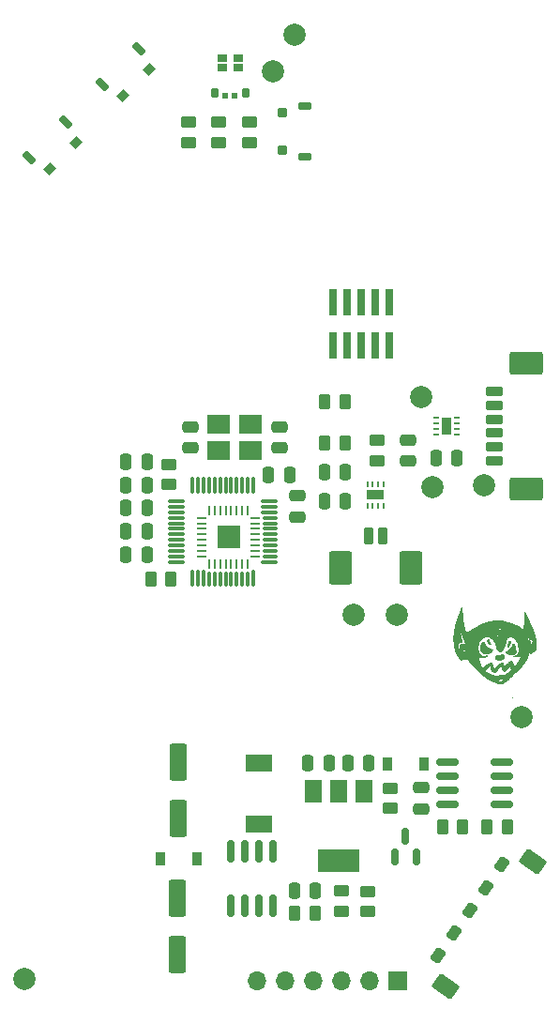
<source format=gbr>
G04 #@! TF.GenerationSoftware,KiCad,Pcbnew,(6.0.1-0)*
G04 #@! TF.CreationDate,2022-12-09T09:44:16-05:00*
G04 #@! TF.ProjectId,mobo,6d6f626f-2e6b-4696-9361-645f70636258,rev?*
G04 #@! TF.SameCoordinates,Original*
G04 #@! TF.FileFunction,Soldermask,Top*
G04 #@! TF.FilePolarity,Negative*
%FSLAX46Y46*%
G04 Gerber Fmt 4.6, Leading zero omitted, Abs format (unit mm)*
G04 Created by KiCad (PCBNEW (6.0.1-0)) date 2022-12-09 09:44:16*
%MOMM*%
%LPD*%
G01*
G04 APERTURE LIST*
G04 Aperture macros list*
%AMRoundRect*
0 Rectangle with rounded corners*
0 $1 Rounding radius*
0 $2 $3 $4 $5 $6 $7 $8 $9 X,Y pos of 4 corners*
0 Add a 4 corners polygon primitive as box body*
4,1,4,$2,$3,$4,$5,$6,$7,$8,$9,$2,$3,0*
0 Add four circle primitives for the rounded corners*
1,1,$1+$1,$2,$3*
1,1,$1+$1,$4,$5*
1,1,$1+$1,$6,$7*
1,1,$1+$1,$8,$9*
0 Add four rect primitives between the rounded corners*
20,1,$1+$1,$2,$3,$4,$5,0*
20,1,$1+$1,$4,$5,$6,$7,0*
20,1,$1+$1,$6,$7,$8,$9,0*
20,1,$1+$1,$8,$9,$2,$3,0*%
G04 Aperture macros list end*
%ADD10C,0.010000*%
%ADD11C,2.000000*%
%ADD12RoundRect,0.250000X0.450000X-0.262500X0.450000X0.262500X-0.450000X0.262500X-0.450000X-0.262500X0*%
%ADD13RoundRect,0.250000X-0.250000X-0.475000X0.250000X-0.475000X0.250000X0.475000X-0.250000X0.475000X0*%
%ADD14RoundRect,0.100000X0.250000X0.300000X-0.250000X0.300000X-0.250000X-0.300000X0.250000X-0.300000X0*%
%ADD15RoundRect,0.100000X0.150000X0.175000X-0.150000X0.175000X-0.150000X-0.175000X0.150000X-0.175000X0*%
%ADD16R,0.500000X0.250000*%
%ADD17R,0.900000X1.600000*%
%ADD18RoundRect,0.250000X-0.450000X0.262500X-0.450000X-0.262500X0.450000X-0.262500X0.450000X0.262500X0*%
%ADD19R,0.900000X1.200000*%
%ADD20RoundRect,0.075000X-0.075000X0.662500X-0.075000X-0.662500X0.075000X-0.662500X0.075000X0.662500X0*%
%ADD21RoundRect,0.075000X-0.662500X0.075000X-0.662500X-0.075000X0.662500X-0.075000X0.662500X0.075000X0*%
%ADD22RoundRect,0.075000X-0.075000X0.575000X-0.075000X-0.575000X0.075000X-0.575000X0.075000X0.575000X0*%
%ADD23RoundRect,0.075000X-0.575000X0.075000X-0.575000X-0.075000X0.575000X-0.075000X0.575000X0.075000X0*%
%ADD24R,1.500000X2.000000*%
%ADD25R,3.800000X2.000000*%
%ADD26R,2.100000X1.800000*%
%ADD27R,0.740000X2.400000*%
%ADD28RoundRect,0.250000X0.550000X-1.412500X0.550000X1.412500X-0.550000X1.412500X-0.550000X-1.412500X0*%
%ADD29RoundRect,0.250000X-0.550000X1.412500X-0.550000X-1.412500X0.550000X-1.412500X0.550000X1.412500X0*%
%ADD30RoundRect,0.150000X0.150000X-0.587500X0.150000X0.587500X-0.150000X0.587500X-0.150000X-0.587500X0*%
%ADD31RoundRect,0.250000X0.475000X-0.250000X0.475000X0.250000X-0.475000X0.250000X-0.475000X-0.250000X0*%
%ADD32RoundRect,0.100000X0.035355X0.459619X-0.459619X-0.035355X-0.035355X-0.459619X0.459619X0.035355X0*%
%ADD33RoundRect,0.075000X0.212132X-0.530330X0.530330X-0.212132X-0.212132X0.530330X-0.530330X0.212132X0*%
%ADD34RoundRect,0.250000X-0.262500X-0.450000X0.262500X-0.450000X0.262500X0.450000X-0.262500X0.450000X0*%
%ADD35R,0.250000X0.500000*%
%ADD36R,1.600000X0.900000*%
%ADD37R,1.700000X1.700000*%
%ADD38O,1.700000X1.700000*%
%ADD39RoundRect,0.250000X0.262500X0.450000X-0.262500X0.450000X-0.262500X-0.450000X0.262500X-0.450000X0*%
%ADD40RoundRect,0.200000X0.600000X-0.200000X0.600000X0.200000X-0.600000X0.200000X-0.600000X-0.200000X0*%
%ADD41RoundRect,0.250001X1.249999X-0.799999X1.249999X0.799999X-1.249999X0.799999X-1.249999X-0.799999X0*%
%ADD42RoundRect,0.100000X0.300000X-0.350000X0.300000X0.350000X-0.300000X0.350000X-0.300000X-0.350000X0*%
%ADD43RoundRect,0.075000X-0.525000X0.225000X-0.525000X-0.225000X0.525000X-0.225000X0.525000X0.225000X0*%
%ADD44RoundRect,0.200000X-0.200000X-0.600000X0.200000X-0.600000X0.200000X0.600000X-0.200000X0.600000X0*%
%ADD45RoundRect,0.250001X-0.799999X-1.249999X0.799999X-1.249999X0.799999X1.249999X-0.799999X1.249999X0*%
%ADD46RoundRect,0.150000X-0.825000X-0.150000X0.825000X-0.150000X0.825000X0.150000X-0.825000X0.150000X0*%
%ADD47RoundRect,0.250000X0.250000X0.475000X-0.250000X0.475000X-0.250000X-0.475000X0.250000X-0.475000X0*%
%ADD48R,2.400000X1.500000*%
%ADD49RoundRect,0.062500X-0.062500X0.375000X-0.062500X-0.375000X0.062500X-0.375000X0.062500X0.375000X0*%
%ADD50RoundRect,0.062500X-0.375000X0.062500X-0.375000X-0.062500X0.375000X-0.062500X0.375000X0.062500X0*%
%ADD51R,2.000000X2.000000*%
%ADD52RoundRect,0.250000X-0.475000X0.250000X-0.475000X-0.250000X0.475000X-0.250000X0.475000X0.250000X0*%
%ADD53RoundRect,0.250000X-0.024643X-0.471055X0.434219X0.184267X0.024643X0.471055X-0.434219X-0.184267X0*%
%ADD54RoundRect,0.150000X0.413570X-1.022049X1.101862X-0.039067X-0.413570X1.022049X-1.101862X0.039067X0*%
%ADD55R,0.850000X0.650000*%
%ADD56RoundRect,0.150000X-0.150000X0.825000X-0.150000X-0.825000X0.150000X-0.825000X0.150000X0.825000X0*%
G04 APERTURE END LIST*
D10*
X125633245Y-86474527D02*
X125636100Y-86478149D01*
X125636100Y-86478149D02*
X125641810Y-86486418D01*
X125641810Y-86486418D02*
X125649882Y-86498584D01*
X125649882Y-86498584D02*
X125659826Y-86513896D01*
X125659826Y-86513896D02*
X125671149Y-86531607D01*
X125671149Y-86531607D02*
X125682897Y-86550227D01*
X125682897Y-86550227D02*
X125716864Y-86603828D01*
X125716864Y-86603828D02*
X125748270Y-86652149D01*
X125748270Y-86652149D02*
X125777398Y-86695584D01*
X125777398Y-86695584D02*
X125804534Y-86734527D01*
X125804534Y-86734527D02*
X125829964Y-86769374D01*
X125829964Y-86769374D02*
X125853974Y-86800519D01*
X125853974Y-86800519D02*
X125876848Y-86828357D01*
X125876848Y-86828357D02*
X125898873Y-86853283D01*
X125898873Y-86853283D02*
X125912464Y-86867693D01*
X125912464Y-86867693D02*
X125933199Y-86888959D01*
X125933199Y-86888959D02*
X125950508Y-86906307D01*
X125950508Y-86906307D02*
X125965266Y-86920494D01*
X125965266Y-86920494D02*
X125978346Y-86932280D01*
X125978346Y-86932280D02*
X125990620Y-86942419D01*
X125990620Y-86942419D02*
X126002961Y-86951670D01*
X126002961Y-86951670D02*
X126016243Y-86960791D01*
X126016243Y-86960791D02*
X126030174Y-86969800D01*
X126030174Y-86969800D02*
X126046971Y-86980529D01*
X126046971Y-86980529D02*
X126063939Y-86991498D01*
X126063939Y-86991498D02*
X126079421Y-87001624D01*
X126079421Y-87001624D02*
X126091755Y-87009829D01*
X126091755Y-87009829D02*
X126094976Y-87012014D01*
X126094976Y-87012014D02*
X126109204Y-87020901D01*
X126109204Y-87020901D02*
X126125348Y-87029721D01*
X126125348Y-87029721D02*
X126139976Y-87036604D01*
X126139976Y-87036604D02*
X126140336Y-87036753D01*
X126140336Y-87036753D02*
X126155369Y-87043515D01*
X126155369Y-87043515D02*
X126171612Y-87051693D01*
X126171612Y-87051693D02*
X126184075Y-87058661D01*
X126184075Y-87058661D02*
X126209909Y-87072533D01*
X126209909Y-87072533D02*
X126238788Y-87085306D01*
X126238788Y-87085306D02*
X126267707Y-87095720D01*
X126267707Y-87095720D02*
X126282808Y-87100053D01*
X126282808Y-87100053D02*
X126306142Y-87106392D01*
X126306142Y-87106392D02*
X126324661Y-87112492D01*
X126324661Y-87112492D02*
X126339825Y-87119072D01*
X126339825Y-87119072D02*
X126353096Y-87126850D01*
X126353096Y-87126850D02*
X126365935Y-87136545D01*
X126365935Y-87136545D02*
X126377156Y-87146419D01*
X126377156Y-87146419D02*
X126387879Y-87156747D01*
X126387879Y-87156747D02*
X126396785Y-87166193D01*
X126396785Y-87166193D02*
X126402817Y-87173580D01*
X126402817Y-87173580D02*
X126404866Y-87177229D01*
X126404866Y-87177229D02*
X126404497Y-87184949D01*
X126404497Y-87184949D02*
X126401095Y-87197030D01*
X126401095Y-87197030D02*
X126395095Y-87212514D01*
X126395095Y-87212514D02*
X126386934Y-87230445D01*
X126386934Y-87230445D02*
X126377047Y-87249864D01*
X126377047Y-87249864D02*
X126365871Y-87269816D01*
X126365871Y-87269816D02*
X126353842Y-87289342D01*
X126353842Y-87289342D02*
X126353646Y-87289645D01*
X126353646Y-87289645D02*
X126329610Y-87321485D01*
X126329610Y-87321485D02*
X126300816Y-87350063D01*
X126300816Y-87350063D02*
X126266660Y-87375971D01*
X126266660Y-87375971D02*
X126263521Y-87378049D01*
X126263521Y-87378049D02*
X126219085Y-87404238D01*
X126219085Y-87404238D02*
X126174765Y-87424395D01*
X126174765Y-87424395D02*
X126129910Y-87438789D01*
X126129910Y-87438789D02*
X126103112Y-87444656D01*
X126103112Y-87444656D02*
X126089331Y-87447666D01*
X126089331Y-87447666D02*
X126071637Y-87452249D01*
X126071637Y-87452249D02*
X126052094Y-87457834D01*
X126052094Y-87457834D02*
X126032767Y-87463850D01*
X126032767Y-87463850D02*
X126028500Y-87465258D01*
X126028500Y-87465258D02*
X126000266Y-87474408D01*
X126000266Y-87474408D02*
X125976044Y-87481466D01*
X125976044Y-87481466D02*
X125954157Y-87486718D01*
X125954157Y-87486718D02*
X125932928Y-87490448D01*
X125932928Y-87490448D02*
X125910682Y-87492942D01*
X125910682Y-87492942D02*
X125885741Y-87494484D01*
X125885741Y-87494484D02*
X125856431Y-87495359D01*
X125856431Y-87495359D02*
X125850700Y-87495465D01*
X125850700Y-87495465D02*
X125824922Y-87495785D01*
X125824922Y-87495785D02*
X125804091Y-87495710D01*
X125804091Y-87495710D02*
X125786808Y-87495178D01*
X125786808Y-87495178D02*
X125771679Y-87494127D01*
X125771679Y-87494127D02*
X125757307Y-87492495D01*
X125757307Y-87492495D02*
X125745925Y-87490811D01*
X125745925Y-87490811D02*
X125684483Y-87478204D01*
X125684483Y-87478204D02*
X125626696Y-87460656D01*
X125626696Y-87460656D02*
X125572707Y-87438265D01*
X125572707Y-87438265D02*
X125522662Y-87411128D01*
X125522662Y-87411128D02*
X125476704Y-87379342D01*
X125476704Y-87379342D02*
X125434976Y-87343005D01*
X125434976Y-87343005D02*
X125397625Y-87302214D01*
X125397625Y-87302214D02*
X125364793Y-87257068D01*
X125364793Y-87257068D02*
X125341623Y-87217396D01*
X125341623Y-87217396D02*
X125335098Y-87204330D01*
X125335098Y-87204330D02*
X125329615Y-87192113D01*
X125329615Y-87192113D02*
X125326008Y-87182658D01*
X125326008Y-87182658D02*
X125325211Y-87179774D01*
X125325211Y-87179774D02*
X125324689Y-87173060D01*
X125324689Y-87173060D02*
X125324629Y-87160731D01*
X125324629Y-87160731D02*
X125325001Y-87143501D01*
X125325001Y-87143501D02*
X125325773Y-87122086D01*
X125325773Y-87122086D02*
X125326916Y-87097201D01*
X125326916Y-87097201D02*
X125328397Y-87069561D01*
X125328397Y-87069561D02*
X125330186Y-87039880D01*
X125330186Y-87039880D02*
X125332252Y-87008875D01*
X125332252Y-87008875D02*
X125333226Y-86995200D01*
X125333226Y-86995200D02*
X125335005Y-86973605D01*
X125335005Y-86973605D02*
X125337200Y-86953141D01*
X125337200Y-86953141D02*
X125339992Y-86932905D01*
X125339992Y-86932905D02*
X125343563Y-86911994D01*
X125343563Y-86911994D02*
X125348094Y-86889507D01*
X125348094Y-86889507D02*
X125353768Y-86864539D01*
X125353768Y-86864539D02*
X125360765Y-86836190D01*
X125360765Y-86836190D02*
X125369268Y-86803557D01*
X125369268Y-86803557D02*
X125379223Y-86766600D01*
X125379223Y-86766600D02*
X125385260Y-86744306D01*
X125385260Y-86744306D02*
X125391538Y-86720906D01*
X125391538Y-86720906D02*
X125397555Y-86698282D01*
X125397555Y-86698282D02*
X125402810Y-86678318D01*
X125402810Y-86678318D02*
X125406264Y-86665000D01*
X125406264Y-86665000D02*
X125410906Y-86648258D01*
X125410906Y-86648258D02*
X125415970Y-86632208D01*
X125415970Y-86632208D02*
X125420835Y-86618698D01*
X125420835Y-86618698D02*
X125424798Y-86609732D01*
X125424798Y-86609732D02*
X125433884Y-86596554D01*
X125433884Y-86596554D02*
X125447729Y-86581368D01*
X125447729Y-86581368D02*
X125465383Y-86564946D01*
X125465383Y-86564946D02*
X125485894Y-86548057D01*
X125485894Y-86548057D02*
X125508312Y-86531473D01*
X125508312Y-86531473D02*
X125531687Y-86515963D01*
X125531687Y-86515963D02*
X125555066Y-86502300D01*
X125555066Y-86502300D02*
X125561527Y-86498888D01*
X125561527Y-86498888D02*
X125585699Y-86486982D01*
X125585699Y-86486982D02*
X125604880Y-86478736D01*
X125604880Y-86478736D02*
X125619229Y-86474095D01*
X125619229Y-86474095D02*
X125628906Y-86473005D01*
X125628906Y-86473005D02*
X125633245Y-86474527D01*
X125633245Y-86474527D02*
X125633245Y-86474527D01*
G36*
X125633245Y-86474527D02*
G01*
X125636100Y-86478149D01*
X125641810Y-86486418D01*
X125649882Y-86498584D01*
X125659826Y-86513896D01*
X125671149Y-86531607D01*
X125682897Y-86550227D01*
X125716864Y-86603828D01*
X125748270Y-86652149D01*
X125777398Y-86695584D01*
X125804534Y-86734527D01*
X125829964Y-86769374D01*
X125853974Y-86800519D01*
X125876848Y-86828357D01*
X125898873Y-86853283D01*
X125912464Y-86867693D01*
X125933199Y-86888959D01*
X125950508Y-86906307D01*
X125965266Y-86920494D01*
X125978346Y-86932280D01*
X125990620Y-86942419D01*
X126002961Y-86951670D01*
X126016243Y-86960791D01*
X126030174Y-86969800D01*
X126046971Y-86980529D01*
X126063939Y-86991498D01*
X126079421Y-87001624D01*
X126091755Y-87009829D01*
X126094976Y-87012014D01*
X126109204Y-87020901D01*
X126125348Y-87029721D01*
X126139976Y-87036604D01*
X126140336Y-87036753D01*
X126155369Y-87043515D01*
X126171612Y-87051693D01*
X126184075Y-87058661D01*
X126209909Y-87072533D01*
X126238788Y-87085306D01*
X126267707Y-87095720D01*
X126282808Y-87100053D01*
X126306142Y-87106392D01*
X126324661Y-87112492D01*
X126339825Y-87119072D01*
X126353096Y-87126850D01*
X126365935Y-87136545D01*
X126377156Y-87146419D01*
X126387879Y-87156747D01*
X126396785Y-87166193D01*
X126402817Y-87173580D01*
X126404866Y-87177229D01*
X126404497Y-87184949D01*
X126401095Y-87197030D01*
X126395095Y-87212514D01*
X126386934Y-87230445D01*
X126377047Y-87249864D01*
X126365871Y-87269816D01*
X126353842Y-87289342D01*
X126353646Y-87289645D01*
X126329610Y-87321485D01*
X126300816Y-87350063D01*
X126266660Y-87375971D01*
X126263521Y-87378049D01*
X126219085Y-87404238D01*
X126174765Y-87424395D01*
X126129910Y-87438789D01*
X126103112Y-87444656D01*
X126089331Y-87447666D01*
X126071637Y-87452249D01*
X126052094Y-87457834D01*
X126032767Y-87463850D01*
X126028500Y-87465258D01*
X126000266Y-87474408D01*
X125976044Y-87481466D01*
X125954157Y-87486718D01*
X125932928Y-87490448D01*
X125910682Y-87492942D01*
X125885741Y-87494484D01*
X125856431Y-87495359D01*
X125850700Y-87495465D01*
X125824922Y-87495785D01*
X125804091Y-87495710D01*
X125786808Y-87495178D01*
X125771679Y-87494127D01*
X125757307Y-87492495D01*
X125745925Y-87490811D01*
X125684483Y-87478204D01*
X125626696Y-87460656D01*
X125572707Y-87438265D01*
X125522662Y-87411128D01*
X125476704Y-87379342D01*
X125434976Y-87343005D01*
X125397625Y-87302214D01*
X125364793Y-87257068D01*
X125341623Y-87217396D01*
X125335098Y-87204330D01*
X125329615Y-87192113D01*
X125326008Y-87182658D01*
X125325211Y-87179774D01*
X125324689Y-87173060D01*
X125324629Y-87160731D01*
X125325001Y-87143501D01*
X125325773Y-87122086D01*
X125326916Y-87097201D01*
X125328397Y-87069561D01*
X125330186Y-87039880D01*
X125332252Y-87008875D01*
X125333226Y-86995200D01*
X125335005Y-86973605D01*
X125337200Y-86953141D01*
X125339992Y-86932905D01*
X125343563Y-86911994D01*
X125348094Y-86889507D01*
X125353768Y-86864539D01*
X125360765Y-86836190D01*
X125369268Y-86803557D01*
X125379223Y-86766600D01*
X125385260Y-86744306D01*
X125391538Y-86720906D01*
X125397555Y-86698282D01*
X125402810Y-86678318D01*
X125406264Y-86665000D01*
X125410906Y-86648258D01*
X125415970Y-86632208D01*
X125420835Y-86618698D01*
X125424798Y-86609732D01*
X125433884Y-86596554D01*
X125447729Y-86581368D01*
X125465383Y-86564946D01*
X125485894Y-86548057D01*
X125508312Y-86531473D01*
X125531687Y-86515963D01*
X125555066Y-86502300D01*
X125561527Y-86498888D01*
X125585699Y-86486982D01*
X125604880Y-86478736D01*
X125619229Y-86474095D01*
X125628906Y-86473005D01*
X125633245Y-86474527D01*
G37*
X125633245Y-86474527D02*
X125636100Y-86478149D01*
X125641810Y-86486418D01*
X125649882Y-86498584D01*
X125659826Y-86513896D01*
X125671149Y-86531607D01*
X125682897Y-86550227D01*
X125716864Y-86603828D01*
X125748270Y-86652149D01*
X125777398Y-86695584D01*
X125804534Y-86734527D01*
X125829964Y-86769374D01*
X125853974Y-86800519D01*
X125876848Y-86828357D01*
X125898873Y-86853283D01*
X125912464Y-86867693D01*
X125933199Y-86888959D01*
X125950508Y-86906307D01*
X125965266Y-86920494D01*
X125978346Y-86932280D01*
X125990620Y-86942419D01*
X126002961Y-86951670D01*
X126016243Y-86960791D01*
X126030174Y-86969800D01*
X126046971Y-86980529D01*
X126063939Y-86991498D01*
X126079421Y-87001624D01*
X126091755Y-87009829D01*
X126094976Y-87012014D01*
X126109204Y-87020901D01*
X126125348Y-87029721D01*
X126139976Y-87036604D01*
X126140336Y-87036753D01*
X126155369Y-87043515D01*
X126171612Y-87051693D01*
X126184075Y-87058661D01*
X126209909Y-87072533D01*
X126238788Y-87085306D01*
X126267707Y-87095720D01*
X126282808Y-87100053D01*
X126306142Y-87106392D01*
X126324661Y-87112492D01*
X126339825Y-87119072D01*
X126353096Y-87126850D01*
X126365935Y-87136545D01*
X126377156Y-87146419D01*
X126387879Y-87156747D01*
X126396785Y-87166193D01*
X126402817Y-87173580D01*
X126404866Y-87177229D01*
X126404497Y-87184949D01*
X126401095Y-87197030D01*
X126395095Y-87212514D01*
X126386934Y-87230445D01*
X126377047Y-87249864D01*
X126365871Y-87269816D01*
X126353842Y-87289342D01*
X126353646Y-87289645D01*
X126329610Y-87321485D01*
X126300816Y-87350063D01*
X126266660Y-87375971D01*
X126263521Y-87378049D01*
X126219085Y-87404238D01*
X126174765Y-87424395D01*
X126129910Y-87438789D01*
X126103112Y-87444656D01*
X126089331Y-87447666D01*
X126071637Y-87452249D01*
X126052094Y-87457834D01*
X126032767Y-87463850D01*
X126028500Y-87465258D01*
X126000266Y-87474408D01*
X125976044Y-87481466D01*
X125954157Y-87486718D01*
X125932928Y-87490448D01*
X125910682Y-87492942D01*
X125885741Y-87494484D01*
X125856431Y-87495359D01*
X125850700Y-87495465D01*
X125824922Y-87495785D01*
X125804091Y-87495710D01*
X125786808Y-87495178D01*
X125771679Y-87494127D01*
X125757307Y-87492495D01*
X125745925Y-87490811D01*
X125684483Y-87478204D01*
X125626696Y-87460656D01*
X125572707Y-87438265D01*
X125522662Y-87411128D01*
X125476704Y-87379342D01*
X125434976Y-87343005D01*
X125397625Y-87302214D01*
X125364793Y-87257068D01*
X125341623Y-87217396D01*
X125335098Y-87204330D01*
X125329615Y-87192113D01*
X125326008Y-87182658D01*
X125325211Y-87179774D01*
X125324689Y-87173060D01*
X125324629Y-87160731D01*
X125325001Y-87143501D01*
X125325773Y-87122086D01*
X125326916Y-87097201D01*
X125328397Y-87069561D01*
X125330186Y-87039880D01*
X125332252Y-87008875D01*
X125333226Y-86995200D01*
X125335005Y-86973605D01*
X125337200Y-86953141D01*
X125339992Y-86932905D01*
X125343563Y-86911994D01*
X125348094Y-86889507D01*
X125353768Y-86864539D01*
X125360765Y-86836190D01*
X125369268Y-86803557D01*
X125379223Y-86766600D01*
X125385260Y-86744306D01*
X125391538Y-86720906D01*
X125397555Y-86698282D01*
X125402810Y-86678318D01*
X125406264Y-86665000D01*
X125410906Y-86648258D01*
X125415970Y-86632208D01*
X125420835Y-86618698D01*
X125424798Y-86609732D01*
X125433884Y-86596554D01*
X125447729Y-86581368D01*
X125465383Y-86564946D01*
X125485894Y-86548057D01*
X125508312Y-86531473D01*
X125531687Y-86515963D01*
X125555066Y-86502300D01*
X125561527Y-86498888D01*
X125585699Y-86486982D01*
X125604880Y-86478736D01*
X125619229Y-86474095D01*
X125628906Y-86473005D01*
X125633245Y-86474527D01*
X123719042Y-87189711D02*
X123723450Y-87192050D01*
X123723450Y-87192050D02*
X123726425Y-87194515D01*
X123726425Y-87194515D02*
X123723565Y-87195165D01*
X123723565Y-87195165D02*
X123722843Y-87195176D01*
X123722843Y-87195176D02*
X123717102Y-87193558D01*
X123717102Y-87193558D02*
X123715512Y-87192050D01*
X123715512Y-87192050D02*
X123715256Y-87189245D01*
X123715256Y-87189245D02*
X123719042Y-87189711D01*
X123719042Y-87189711D02*
X123719042Y-87189711D01*
G36*
X123719042Y-87189711D02*
G01*
X123723450Y-87192050D01*
X123726425Y-87194515D01*
X123723565Y-87195165D01*
X123722843Y-87195176D01*
X123717102Y-87193558D01*
X123715512Y-87192050D01*
X123715256Y-87189245D01*
X123719042Y-87189711D01*
G37*
X123719042Y-87189711D02*
X123723450Y-87192050D01*
X123726425Y-87194515D01*
X123723565Y-87195165D01*
X123722843Y-87195176D01*
X123717102Y-87193558D01*
X123715512Y-87192050D01*
X123715256Y-87189245D01*
X123719042Y-87189711D01*
X127330241Y-87591927D02*
X127362838Y-87600579D01*
X127362838Y-87600579D02*
X127393075Y-87614347D01*
X127393075Y-87614347D02*
X127420454Y-87632698D01*
X127420454Y-87632698D02*
X127444474Y-87655096D01*
X127444474Y-87655096D02*
X127464638Y-87681009D01*
X127464638Y-87681009D02*
X127480447Y-87709903D01*
X127480447Y-87709903D02*
X127491401Y-87741243D01*
X127491401Y-87741243D02*
X127497002Y-87774497D01*
X127497002Y-87774497D02*
X127497145Y-87804406D01*
X127497145Y-87804406D02*
X127491579Y-87840240D01*
X127491579Y-87840240D02*
X127480203Y-87873543D01*
X127480203Y-87873543D02*
X127463088Y-87904171D01*
X127463088Y-87904171D02*
X127440306Y-87931983D01*
X127440306Y-87931983D02*
X127425187Y-87946200D01*
X127425187Y-87946200D02*
X127404279Y-87961592D01*
X127404279Y-87961592D02*
X127379405Y-87974984D01*
X127379405Y-87974984D02*
X127349626Y-87986845D01*
X127349626Y-87986845D02*
X127333317Y-87992131D01*
X127333317Y-87992131D02*
X127317742Y-87996931D01*
X127317742Y-87996931D02*
X127298353Y-88002994D01*
X127298353Y-88002994D02*
X127277375Y-88009620D01*
X127277375Y-88009620D02*
X127257032Y-88016108D01*
X127257032Y-88016108D02*
X127252462Y-88017577D01*
X127252462Y-88017577D02*
X127219527Y-88027139D01*
X127219527Y-88027139D02*
X127185951Y-88034689D01*
X127185951Y-88034689D02*
X127150581Y-88040384D01*
X127150581Y-88040384D02*
X127112262Y-88044381D01*
X127112262Y-88044381D02*
X127069841Y-88046836D01*
X127069841Y-88046836D02*
X127030212Y-88047821D01*
X127030212Y-88047821D02*
X127008563Y-88048208D01*
X127008563Y-88048208D02*
X126987962Y-88048784D01*
X126987962Y-88048784D02*
X126969642Y-88049498D01*
X126969642Y-88049498D02*
X126954838Y-88050299D01*
X126954838Y-88050299D02*
X126944784Y-88051139D01*
X126944784Y-88051139D02*
X126942900Y-88051387D01*
X126942900Y-88051387D02*
X126930798Y-88052435D01*
X126930798Y-88052435D02*
X126915611Y-88052641D01*
X126915611Y-88052641D02*
X126900551Y-88051964D01*
X126900551Y-88051964D02*
X126900037Y-88051921D01*
X126900037Y-88051921D02*
X126865555Y-88046451D01*
X126865555Y-88046451D02*
X126831902Y-88036247D01*
X126831902Y-88036247D02*
X126800396Y-88021887D01*
X126800396Y-88021887D02*
X126772355Y-88003950D01*
X126772355Y-88003950D02*
X126753631Y-87987743D01*
X126753631Y-87987743D02*
X126731335Y-87961216D01*
X126731335Y-87961216D02*
X126714704Y-87932208D01*
X126714704Y-87932208D02*
X126703832Y-87901282D01*
X126703832Y-87901282D02*
X126698812Y-87869005D01*
X126698812Y-87869005D02*
X126699740Y-87835941D01*
X126699740Y-87835941D02*
X126706708Y-87802654D01*
X126706708Y-87802654D02*
X126718039Y-87773355D01*
X126718039Y-87773355D02*
X126728470Y-87755943D01*
X126728470Y-87755943D02*
X126743131Y-87737592D01*
X126743131Y-87737592D02*
X126760430Y-87719897D01*
X126760430Y-87719897D02*
X126778778Y-87704455D01*
X126778778Y-87704455D02*
X126796581Y-87692863D01*
X126796581Y-87692863D02*
X126800025Y-87691105D01*
X126800025Y-87691105D02*
X126830574Y-87679291D01*
X126830574Y-87679291D02*
X126862614Y-87672837D01*
X126862614Y-87672837D02*
X126896986Y-87671632D01*
X126896986Y-87671632D02*
X126926912Y-87674399D01*
X126926912Y-87674399D02*
X126937639Y-87675301D01*
X126937639Y-87675301D02*
X126949885Y-87675044D01*
X126949885Y-87675044D02*
X126964179Y-87673508D01*
X126964179Y-87673508D02*
X126981052Y-87670569D01*
X126981052Y-87670569D02*
X127001031Y-87666105D01*
X127001031Y-87666105D02*
X127024647Y-87659993D01*
X127024647Y-87659993D02*
X127052430Y-87652111D01*
X127052430Y-87652111D02*
X127084909Y-87642337D01*
X127084909Y-87642337D02*
X127122614Y-87630548D01*
X127122614Y-87630548D02*
X127138882Y-87625367D01*
X127138882Y-87625367D02*
X127170129Y-87615478D01*
X127170129Y-87615478D02*
X127196206Y-87607497D01*
X127196206Y-87607497D02*
X127217938Y-87601232D01*
X127217938Y-87601232D02*
X127236147Y-87596494D01*
X127236147Y-87596494D02*
X127251658Y-87593091D01*
X127251658Y-87593091D02*
X127265293Y-87590830D01*
X127265293Y-87590830D02*
X127277876Y-87589522D01*
X127277876Y-87589522D02*
X127290230Y-87588974D01*
X127290230Y-87588974D02*
X127295782Y-87588925D01*
X127295782Y-87588925D02*
X127330241Y-87591927D01*
X127330241Y-87591927D02*
X127330241Y-87591927D01*
G36*
X127330241Y-87591927D02*
G01*
X127362838Y-87600579D01*
X127393075Y-87614347D01*
X127420454Y-87632698D01*
X127444474Y-87655096D01*
X127464638Y-87681009D01*
X127480447Y-87709903D01*
X127491401Y-87741243D01*
X127497002Y-87774497D01*
X127497145Y-87804406D01*
X127491579Y-87840240D01*
X127480203Y-87873543D01*
X127463088Y-87904171D01*
X127440306Y-87931983D01*
X127425187Y-87946200D01*
X127404279Y-87961592D01*
X127379405Y-87974984D01*
X127349626Y-87986845D01*
X127333317Y-87992131D01*
X127317742Y-87996931D01*
X127298353Y-88002994D01*
X127277375Y-88009620D01*
X127257032Y-88016108D01*
X127252462Y-88017577D01*
X127219527Y-88027139D01*
X127185951Y-88034689D01*
X127150581Y-88040384D01*
X127112262Y-88044381D01*
X127069841Y-88046836D01*
X127030212Y-88047821D01*
X127008563Y-88048208D01*
X126987962Y-88048784D01*
X126969642Y-88049498D01*
X126954838Y-88050299D01*
X126944784Y-88051139D01*
X126942900Y-88051387D01*
X126930798Y-88052435D01*
X126915611Y-88052641D01*
X126900551Y-88051964D01*
X126900037Y-88051921D01*
X126865555Y-88046451D01*
X126831902Y-88036247D01*
X126800396Y-88021887D01*
X126772355Y-88003950D01*
X126753631Y-87987743D01*
X126731335Y-87961216D01*
X126714704Y-87932208D01*
X126703832Y-87901282D01*
X126698812Y-87869005D01*
X126699740Y-87835941D01*
X126706708Y-87802654D01*
X126718039Y-87773355D01*
X126728470Y-87755943D01*
X126743131Y-87737592D01*
X126760430Y-87719897D01*
X126778778Y-87704455D01*
X126796581Y-87692863D01*
X126800025Y-87691105D01*
X126830574Y-87679291D01*
X126862614Y-87672837D01*
X126896986Y-87671632D01*
X126926912Y-87674399D01*
X126937639Y-87675301D01*
X126949885Y-87675044D01*
X126964179Y-87673508D01*
X126981052Y-87670569D01*
X127001031Y-87666105D01*
X127024647Y-87659993D01*
X127052430Y-87652111D01*
X127084909Y-87642337D01*
X127122614Y-87630548D01*
X127138882Y-87625367D01*
X127170129Y-87615478D01*
X127196206Y-87607497D01*
X127217938Y-87601232D01*
X127236147Y-87596494D01*
X127251658Y-87593091D01*
X127265293Y-87590830D01*
X127277876Y-87589522D01*
X127290230Y-87588974D01*
X127295782Y-87588925D01*
X127330241Y-87591927D01*
G37*
X127330241Y-87591927D02*
X127362838Y-87600579D01*
X127393075Y-87614347D01*
X127420454Y-87632698D01*
X127444474Y-87655096D01*
X127464638Y-87681009D01*
X127480447Y-87709903D01*
X127491401Y-87741243D01*
X127497002Y-87774497D01*
X127497145Y-87804406D01*
X127491579Y-87840240D01*
X127480203Y-87873543D01*
X127463088Y-87904171D01*
X127440306Y-87931983D01*
X127425187Y-87946200D01*
X127404279Y-87961592D01*
X127379405Y-87974984D01*
X127349626Y-87986845D01*
X127333317Y-87992131D01*
X127317742Y-87996931D01*
X127298353Y-88002994D01*
X127277375Y-88009620D01*
X127257032Y-88016108D01*
X127252462Y-88017577D01*
X127219527Y-88027139D01*
X127185951Y-88034689D01*
X127150581Y-88040384D01*
X127112262Y-88044381D01*
X127069841Y-88046836D01*
X127030212Y-88047821D01*
X127008563Y-88048208D01*
X126987962Y-88048784D01*
X126969642Y-88049498D01*
X126954838Y-88050299D01*
X126944784Y-88051139D01*
X126942900Y-88051387D01*
X126930798Y-88052435D01*
X126915611Y-88052641D01*
X126900551Y-88051964D01*
X126900037Y-88051921D01*
X126865555Y-88046451D01*
X126831902Y-88036247D01*
X126800396Y-88021887D01*
X126772355Y-88003950D01*
X126753631Y-87987743D01*
X126731335Y-87961216D01*
X126714704Y-87932208D01*
X126703832Y-87901282D01*
X126698812Y-87869005D01*
X126699740Y-87835941D01*
X126706708Y-87802654D01*
X126718039Y-87773355D01*
X126728470Y-87755943D01*
X126743131Y-87737592D01*
X126760430Y-87719897D01*
X126778778Y-87704455D01*
X126796581Y-87692863D01*
X126800025Y-87691105D01*
X126830574Y-87679291D01*
X126862614Y-87672837D01*
X126896986Y-87671632D01*
X126926912Y-87674399D01*
X126937639Y-87675301D01*
X126949885Y-87675044D01*
X126964179Y-87673508D01*
X126981052Y-87670569D01*
X127001031Y-87666105D01*
X127024647Y-87659993D01*
X127052430Y-87652111D01*
X127084909Y-87642337D01*
X127122614Y-87630548D01*
X127138882Y-87625367D01*
X127170129Y-87615478D01*
X127196206Y-87607497D01*
X127217938Y-87601232D01*
X127236147Y-87596494D01*
X127251658Y-87593091D01*
X127265293Y-87590830D01*
X127277876Y-87589522D01*
X127290230Y-87588974D01*
X127295782Y-87588925D01*
X127330241Y-87591927D01*
X126080030Y-86252965D02*
X126083223Y-86255026D01*
X126083223Y-86255026D02*
X126084397Y-86257439D01*
X126084397Y-86257439D02*
X126086139Y-86262106D01*
X126086139Y-86262106D02*
X126089835Y-86271684D01*
X126089835Y-86271684D02*
X126095096Y-86285182D01*
X126095096Y-86285182D02*
X126101536Y-86301605D01*
X126101536Y-86301605D02*
X126108768Y-86319963D01*
X126108768Y-86319963D02*
X126110239Y-86323687D01*
X126110239Y-86323687D02*
X126116841Y-86340524D01*
X126116841Y-86340524D02*
X126124741Y-86360884D01*
X126124741Y-86360884D02*
X126133700Y-86384135D01*
X126133700Y-86384135D02*
X126143480Y-86409645D01*
X126143480Y-86409645D02*
X126153842Y-86436784D01*
X126153842Y-86436784D02*
X126164548Y-86464920D01*
X126164548Y-86464920D02*
X126175359Y-86493420D01*
X126175359Y-86493420D02*
X126186036Y-86521654D01*
X126186036Y-86521654D02*
X126196343Y-86548991D01*
X126196343Y-86548991D02*
X126206039Y-86574798D01*
X126206039Y-86574798D02*
X126214886Y-86598444D01*
X126214886Y-86598444D02*
X126222647Y-86619298D01*
X126222647Y-86619298D02*
X126229082Y-86636728D01*
X126229082Y-86636728D02*
X126233952Y-86650103D01*
X126233952Y-86650103D02*
X126237021Y-86658791D01*
X126237021Y-86658791D02*
X126238050Y-86662142D01*
X126238050Y-86662142D02*
X126237540Y-86664087D01*
X126237540Y-86664087D02*
X126235477Y-86664422D01*
X126235477Y-86664422D02*
X126231062Y-86662784D01*
X126231062Y-86662784D02*
X126223495Y-86658811D01*
X126223495Y-86658811D02*
X126211975Y-86652139D01*
X126211975Y-86652139D02*
X126199336Y-86644591D01*
X126199336Y-86644591D02*
X126169515Y-86626038D01*
X126169515Y-86626038D02*
X126144215Y-86608732D01*
X126144215Y-86608732D02*
X126122070Y-86591544D01*
X126122070Y-86591544D02*
X126101711Y-86573348D01*
X126101711Y-86573348D02*
X126081770Y-86553018D01*
X126081770Y-86553018D02*
X126064153Y-86533246D01*
X126064153Y-86533246D02*
X126052167Y-86519006D01*
X126052167Y-86519006D02*
X126038768Y-86502546D01*
X126038768Y-86502546D02*
X126024574Y-86484680D01*
X126024574Y-86484680D02*
X126010202Y-86466220D01*
X126010202Y-86466220D02*
X125996267Y-86447981D01*
X125996267Y-86447981D02*
X125983388Y-86430776D01*
X125983388Y-86430776D02*
X125972180Y-86415418D01*
X125972180Y-86415418D02*
X125963261Y-86402722D01*
X125963261Y-86402722D02*
X125957247Y-86393500D01*
X125957247Y-86393500D02*
X125954964Y-86389226D01*
X125954964Y-86389226D02*
X125953451Y-86381570D01*
X125953451Y-86381570D02*
X125952892Y-86370364D01*
X125952892Y-86370364D02*
X125953233Y-86360823D01*
X125953233Y-86360823D02*
X125958159Y-86336407D01*
X125958159Y-86336407D02*
X125968540Y-86313578D01*
X125968540Y-86313578D02*
X125983524Y-86293176D01*
X125983524Y-86293176D02*
X126002259Y-86276044D01*
X126002259Y-86276044D02*
X126023895Y-86263021D01*
X126023895Y-86263021D02*
X126047579Y-86254949D01*
X126047579Y-86254949D02*
X126062589Y-86252820D01*
X126062589Y-86252820D02*
X126073676Y-86252340D01*
X126073676Y-86252340D02*
X126080030Y-86252965D01*
X126080030Y-86252965D02*
X126080030Y-86252965D01*
G36*
X126080030Y-86252965D02*
G01*
X126083223Y-86255026D01*
X126084397Y-86257439D01*
X126086139Y-86262106D01*
X126089835Y-86271684D01*
X126095096Y-86285182D01*
X126101536Y-86301605D01*
X126108768Y-86319963D01*
X126110239Y-86323687D01*
X126116841Y-86340524D01*
X126124741Y-86360884D01*
X126133700Y-86384135D01*
X126143480Y-86409645D01*
X126153842Y-86436784D01*
X126164548Y-86464920D01*
X126175359Y-86493420D01*
X126186036Y-86521654D01*
X126196343Y-86548991D01*
X126206039Y-86574798D01*
X126214886Y-86598444D01*
X126222647Y-86619298D01*
X126229082Y-86636728D01*
X126233952Y-86650103D01*
X126237021Y-86658791D01*
X126238050Y-86662142D01*
X126237540Y-86664087D01*
X126235477Y-86664422D01*
X126231062Y-86662784D01*
X126223495Y-86658811D01*
X126211975Y-86652139D01*
X126199336Y-86644591D01*
X126169515Y-86626038D01*
X126144215Y-86608732D01*
X126122070Y-86591544D01*
X126101711Y-86573348D01*
X126081770Y-86553018D01*
X126064153Y-86533246D01*
X126052167Y-86519006D01*
X126038768Y-86502546D01*
X126024574Y-86484680D01*
X126010202Y-86466220D01*
X125996267Y-86447981D01*
X125983388Y-86430776D01*
X125972180Y-86415418D01*
X125963261Y-86402722D01*
X125957247Y-86393500D01*
X125954964Y-86389226D01*
X125953451Y-86381570D01*
X125952892Y-86370364D01*
X125953233Y-86360823D01*
X125958159Y-86336407D01*
X125968540Y-86313578D01*
X125983524Y-86293176D01*
X126002259Y-86276044D01*
X126023895Y-86263021D01*
X126047579Y-86254949D01*
X126062589Y-86252820D01*
X126073676Y-86252340D01*
X126080030Y-86252965D01*
G37*
X126080030Y-86252965D02*
X126083223Y-86255026D01*
X126084397Y-86257439D01*
X126086139Y-86262106D01*
X126089835Y-86271684D01*
X126095096Y-86285182D01*
X126101536Y-86301605D01*
X126108768Y-86319963D01*
X126110239Y-86323687D01*
X126116841Y-86340524D01*
X126124741Y-86360884D01*
X126133700Y-86384135D01*
X126143480Y-86409645D01*
X126153842Y-86436784D01*
X126164548Y-86464920D01*
X126175359Y-86493420D01*
X126186036Y-86521654D01*
X126196343Y-86548991D01*
X126206039Y-86574798D01*
X126214886Y-86598444D01*
X126222647Y-86619298D01*
X126229082Y-86636728D01*
X126233952Y-86650103D01*
X126237021Y-86658791D01*
X126238050Y-86662142D01*
X126237540Y-86664087D01*
X126235477Y-86664422D01*
X126231062Y-86662784D01*
X126223495Y-86658811D01*
X126211975Y-86652139D01*
X126199336Y-86644591D01*
X126169515Y-86626038D01*
X126144215Y-86608732D01*
X126122070Y-86591544D01*
X126101711Y-86573348D01*
X126081770Y-86553018D01*
X126064153Y-86533246D01*
X126052167Y-86519006D01*
X126038768Y-86502546D01*
X126024574Y-86484680D01*
X126010202Y-86466220D01*
X125996267Y-86447981D01*
X125983388Y-86430776D01*
X125972180Y-86415418D01*
X125963261Y-86402722D01*
X125957247Y-86393500D01*
X125954964Y-86389226D01*
X125953451Y-86381570D01*
X125952892Y-86370364D01*
X125953233Y-86360823D01*
X125958159Y-86336407D01*
X125968540Y-86313578D01*
X125983524Y-86293176D01*
X126002259Y-86276044D01*
X126023895Y-86263021D01*
X126047579Y-86254949D01*
X126062589Y-86252820D01*
X126073676Y-86252340D01*
X126080030Y-86252965D01*
X128378435Y-86632602D02*
X128391150Y-86634494D01*
X128391150Y-86634494D02*
X128399752Y-86638110D01*
X128399752Y-86638110D02*
X128405311Y-86643764D01*
X128405311Y-86643764D02*
X128406336Y-86645504D01*
X128406336Y-86645504D02*
X128409235Y-86653441D01*
X128409235Y-86653441D02*
X128412456Y-86666443D01*
X128412456Y-86666443D02*
X128415781Y-86683249D01*
X128415781Y-86683249D02*
X128418995Y-86702595D01*
X128418995Y-86702595D02*
X128421884Y-86723220D01*
X128421884Y-86723220D02*
X128424230Y-86743862D01*
X128424230Y-86743862D02*
X128425392Y-86757075D01*
X128425392Y-86757075D02*
X128427710Y-86779790D01*
X128427710Y-86779790D02*
X128431240Y-86804989D01*
X128431240Y-86804989D02*
X128435468Y-86829230D01*
X128435468Y-86829230D02*
X128437973Y-86841212D01*
X128437973Y-86841212D02*
X128442563Y-86861963D01*
X128442563Y-86861963D02*
X128445922Y-86878583D01*
X128445922Y-86878583D02*
X128448367Y-86893096D01*
X128448367Y-86893096D02*
X128450218Y-86907530D01*
X128450218Y-86907530D02*
X128451792Y-86923909D01*
X128451792Y-86923909D02*
X128452686Y-86934875D01*
X128452686Y-86934875D02*
X128454436Y-86951229D01*
X128454436Y-86951229D02*
X128457107Y-86969191D01*
X128457107Y-86969191D02*
X128460337Y-86986785D01*
X128460337Y-86986785D02*
X128463762Y-87002039D01*
X128463762Y-87002039D02*
X128467020Y-87012978D01*
X128467020Y-87012978D02*
X128467078Y-87013133D01*
X128467078Y-87013133D02*
X128470364Y-87023374D01*
X128470364Y-87023374D02*
X128474414Y-87038463D01*
X128474414Y-87038463D02*
X128478904Y-87056990D01*
X128478904Y-87056990D02*
X128483508Y-87077545D01*
X128483508Y-87077545D02*
X128487900Y-87098721D01*
X128487900Y-87098721D02*
X128491754Y-87119109D01*
X128491754Y-87119109D02*
X128492298Y-87122200D01*
X128492298Y-87122200D02*
X128495361Y-87138320D01*
X128495361Y-87138320D02*
X128499631Y-87158744D01*
X128499631Y-87158744D02*
X128504701Y-87181633D01*
X128504701Y-87181633D02*
X128510164Y-87205148D01*
X128510164Y-87205148D02*
X128515097Y-87225387D01*
X128515097Y-87225387D02*
X128520634Y-87248160D01*
X128520634Y-87248160D02*
X128526206Y-87272224D01*
X128526206Y-87272224D02*
X128531387Y-87295663D01*
X128531387Y-87295663D02*
X128535753Y-87316558D01*
X128535753Y-87316558D02*
X128538573Y-87331262D01*
X128538573Y-87331262D02*
X128546159Y-87373636D01*
X128546159Y-87373636D02*
X128536251Y-87388412D01*
X128536251Y-87388412D02*
X128530919Y-87395227D01*
X128530919Y-87395227D02*
X128521906Y-87405501D01*
X128521906Y-87405501D02*
X128510098Y-87418280D01*
X128510098Y-87418280D02*
X128496379Y-87432609D01*
X128496379Y-87432609D02*
X128481632Y-87447531D01*
X128481632Y-87447531D02*
X128479928Y-87449225D01*
X128479928Y-87449225D02*
X128448976Y-87478747D01*
X128448976Y-87478747D02*
X128420231Y-87503489D01*
X128420231Y-87503489D02*
X128392657Y-87524130D01*
X128392657Y-87524130D02*
X128365217Y-87541348D01*
X128365217Y-87541348D02*
X128336876Y-87555822D01*
X128336876Y-87555822D02*
X128306597Y-87568231D01*
X128306597Y-87568231D02*
X128288805Y-87574401D01*
X128288805Y-87574401D02*
X128249962Y-87585628D01*
X128249962Y-87585628D02*
X128212577Y-87593095D01*
X128212577Y-87593095D02*
X128174872Y-87596988D01*
X128174872Y-87596988D02*
X128135065Y-87597496D01*
X128135065Y-87597496D02*
X128093293Y-87594979D01*
X128093293Y-87594979D02*
X128037944Y-87587770D01*
X128037944Y-87587770D02*
X127980858Y-87576097D01*
X127980858Y-87576097D02*
X127924197Y-87560505D01*
X127924197Y-87560505D02*
X127870127Y-87541541D01*
X127870127Y-87541541D02*
X127852092Y-87534156D01*
X127852092Y-87534156D02*
X127826913Y-87522353D01*
X127826913Y-87522353D02*
X127799174Y-87507552D01*
X127799174Y-87507552D02*
X127771036Y-87491006D01*
X127771036Y-87491006D02*
X127744656Y-87473964D01*
X127744656Y-87473964D02*
X127728712Y-87462649D01*
X127728712Y-87462649D02*
X127714768Y-87451738D01*
X127714768Y-87451738D02*
X127699273Y-87438731D01*
X127699273Y-87438731D02*
X127683332Y-87424647D01*
X127683332Y-87424647D02*
X127668052Y-87410510D01*
X127668052Y-87410510D02*
X127654540Y-87397339D01*
X127654540Y-87397339D02*
X127643903Y-87386158D01*
X127643903Y-87386158D02*
X127637671Y-87378598D01*
X127637671Y-87378598D02*
X127633924Y-87372296D01*
X127633924Y-87372296D02*
X127632914Y-87366832D01*
X127632914Y-87366832D02*
X127635208Y-87361606D01*
X127635208Y-87361606D02*
X127641373Y-87356016D01*
X127641373Y-87356016D02*
X127651976Y-87349462D01*
X127651976Y-87349462D02*
X127667583Y-87341346D01*
X127667583Y-87341346D02*
X127677387Y-87336540D01*
X127677387Y-87336540D02*
X127713313Y-87318321D01*
X127713313Y-87318321D02*
X127743985Y-87300963D01*
X127743985Y-87300963D02*
X127770336Y-87283893D01*
X127770336Y-87283893D02*
X127793298Y-87266537D01*
X127793298Y-87266537D02*
X127799497Y-87261333D01*
X127799497Y-87261333D02*
X127813760Y-87249701D01*
X127813760Y-87249701D02*
X127830565Y-87236933D01*
X127830565Y-87236933D02*
X127847030Y-87225193D01*
X127847030Y-87225193D02*
X127852638Y-87221426D01*
X127852638Y-87221426D02*
X127880314Y-87201516D01*
X127880314Y-87201516D02*
X127905070Y-87180273D01*
X127905070Y-87180273D02*
X127925562Y-87158892D01*
X127925562Y-87158892D02*
X127932431Y-87150348D01*
X127932431Y-87150348D02*
X127941803Y-87139817D01*
X127941803Y-87139817D02*
X127953791Y-87128818D01*
X127953791Y-87128818D02*
X127963662Y-87121259D01*
X127963662Y-87121259D02*
X127972122Y-87114761D01*
X127972122Y-87114761D02*
X127983870Y-87104711D01*
X127983870Y-87104711D02*
X127997782Y-87092122D01*
X127997782Y-87092122D02*
X128012734Y-87078009D01*
X128012734Y-87078009D02*
X128025858Y-87065136D01*
X128025858Y-87065136D02*
X128040739Y-87050063D01*
X128040739Y-87050063D02*
X128053058Y-87037016D01*
X128053058Y-87037016D02*
X128063809Y-87024753D01*
X128063809Y-87024753D02*
X128073987Y-87012033D01*
X128073987Y-87012033D02*
X128084589Y-86997613D01*
X128084589Y-86997613D02*
X128096610Y-86980252D01*
X128096610Y-86980252D02*
X128110461Y-86959587D01*
X128110461Y-86959587D02*
X128124053Y-86938639D01*
X128124053Y-86938639D02*
X128137990Y-86916287D01*
X128137990Y-86916287D02*
X128151333Y-86894100D01*
X128151333Y-86894100D02*
X128163142Y-86873647D01*
X128163142Y-86873647D02*
X128172476Y-86856497D01*
X128172476Y-86856497D02*
X128174102Y-86853329D01*
X128174102Y-86853329D02*
X128184614Y-86832231D01*
X128184614Y-86832231D02*
X128195722Y-86809390D01*
X128195722Y-86809390D02*
X128207012Y-86785709D01*
X128207012Y-86785709D02*
X128218072Y-86762087D01*
X128218072Y-86762087D02*
X128228489Y-86739426D01*
X128228489Y-86739426D02*
X128237850Y-86718625D01*
X128237850Y-86718625D02*
X128245741Y-86700586D01*
X128245741Y-86700586D02*
X128251750Y-86686210D01*
X128251750Y-86686210D02*
X128255464Y-86676396D01*
X128255464Y-86676396D02*
X128255994Y-86674735D01*
X128255994Y-86674735D02*
X128259552Y-86665173D01*
X128259552Y-86665173D02*
X128264495Y-86658716D01*
X128264495Y-86658716D02*
X128272829Y-86653001D01*
X128272829Y-86653001D02*
X128275908Y-86651286D01*
X128275908Y-86651286D02*
X128301515Y-86640632D01*
X128301515Y-86640632D02*
X128331101Y-86634171D01*
X128331101Y-86634171D02*
X128360537Y-86632124D01*
X128360537Y-86632124D02*
X128378435Y-86632602D01*
X128378435Y-86632602D02*
X128378435Y-86632602D01*
G36*
X128378435Y-86632602D02*
G01*
X128391150Y-86634494D01*
X128399752Y-86638110D01*
X128405311Y-86643764D01*
X128406336Y-86645504D01*
X128409235Y-86653441D01*
X128412456Y-86666443D01*
X128415781Y-86683249D01*
X128418995Y-86702595D01*
X128421884Y-86723220D01*
X128424230Y-86743862D01*
X128425392Y-86757075D01*
X128427710Y-86779790D01*
X128431240Y-86804989D01*
X128435468Y-86829230D01*
X128437973Y-86841212D01*
X128442563Y-86861963D01*
X128445922Y-86878583D01*
X128448367Y-86893096D01*
X128450218Y-86907530D01*
X128451792Y-86923909D01*
X128452686Y-86934875D01*
X128454436Y-86951229D01*
X128457107Y-86969191D01*
X128460337Y-86986785D01*
X128463762Y-87002039D01*
X128467020Y-87012978D01*
X128467078Y-87013133D01*
X128470364Y-87023374D01*
X128474414Y-87038463D01*
X128478904Y-87056990D01*
X128483508Y-87077545D01*
X128487900Y-87098721D01*
X128491754Y-87119109D01*
X128492298Y-87122200D01*
X128495361Y-87138320D01*
X128499631Y-87158744D01*
X128504701Y-87181633D01*
X128510164Y-87205148D01*
X128515097Y-87225387D01*
X128520634Y-87248160D01*
X128526206Y-87272224D01*
X128531387Y-87295663D01*
X128535753Y-87316558D01*
X128538573Y-87331262D01*
X128546159Y-87373636D01*
X128536251Y-87388412D01*
X128530919Y-87395227D01*
X128521906Y-87405501D01*
X128510098Y-87418280D01*
X128496379Y-87432609D01*
X128481632Y-87447531D01*
X128479928Y-87449225D01*
X128448976Y-87478747D01*
X128420231Y-87503489D01*
X128392657Y-87524130D01*
X128365217Y-87541348D01*
X128336876Y-87555822D01*
X128306597Y-87568231D01*
X128288805Y-87574401D01*
X128249962Y-87585628D01*
X128212577Y-87593095D01*
X128174872Y-87596988D01*
X128135065Y-87597496D01*
X128093293Y-87594979D01*
X128037944Y-87587770D01*
X127980858Y-87576097D01*
X127924197Y-87560505D01*
X127870127Y-87541541D01*
X127852092Y-87534156D01*
X127826913Y-87522353D01*
X127799174Y-87507552D01*
X127771036Y-87491006D01*
X127744656Y-87473964D01*
X127728712Y-87462649D01*
X127714768Y-87451738D01*
X127699273Y-87438731D01*
X127683332Y-87424647D01*
X127668052Y-87410510D01*
X127654540Y-87397339D01*
X127643903Y-87386158D01*
X127637671Y-87378598D01*
X127633924Y-87372296D01*
X127632914Y-87366832D01*
X127635208Y-87361606D01*
X127641373Y-87356016D01*
X127651976Y-87349462D01*
X127667583Y-87341346D01*
X127677387Y-87336540D01*
X127713313Y-87318321D01*
X127743985Y-87300963D01*
X127770336Y-87283893D01*
X127793298Y-87266537D01*
X127799497Y-87261333D01*
X127813760Y-87249701D01*
X127830565Y-87236933D01*
X127847030Y-87225193D01*
X127852638Y-87221426D01*
X127880314Y-87201516D01*
X127905070Y-87180273D01*
X127925562Y-87158892D01*
X127932431Y-87150348D01*
X127941803Y-87139817D01*
X127953791Y-87128818D01*
X127963662Y-87121259D01*
X127972122Y-87114761D01*
X127983870Y-87104711D01*
X127997782Y-87092122D01*
X128012734Y-87078009D01*
X128025858Y-87065136D01*
X128040739Y-87050063D01*
X128053058Y-87037016D01*
X128063809Y-87024753D01*
X128073987Y-87012033D01*
X128084589Y-86997613D01*
X128096610Y-86980252D01*
X128110461Y-86959587D01*
X128124053Y-86938639D01*
X128137990Y-86916287D01*
X128151333Y-86894100D01*
X128163142Y-86873647D01*
X128172476Y-86856497D01*
X128174102Y-86853329D01*
X128184614Y-86832231D01*
X128195722Y-86809390D01*
X128207012Y-86785709D01*
X128218072Y-86762087D01*
X128228489Y-86739426D01*
X128237850Y-86718625D01*
X128245741Y-86700586D01*
X128251750Y-86686210D01*
X128255464Y-86676396D01*
X128255994Y-86674735D01*
X128259552Y-86665173D01*
X128264495Y-86658716D01*
X128272829Y-86653001D01*
X128275908Y-86651286D01*
X128301515Y-86640632D01*
X128331101Y-86634171D01*
X128360537Y-86632124D01*
X128378435Y-86632602D01*
G37*
X128378435Y-86632602D02*
X128391150Y-86634494D01*
X128399752Y-86638110D01*
X128405311Y-86643764D01*
X128406336Y-86645504D01*
X128409235Y-86653441D01*
X128412456Y-86666443D01*
X128415781Y-86683249D01*
X128418995Y-86702595D01*
X128421884Y-86723220D01*
X128424230Y-86743862D01*
X128425392Y-86757075D01*
X128427710Y-86779790D01*
X128431240Y-86804989D01*
X128435468Y-86829230D01*
X128437973Y-86841212D01*
X128442563Y-86861963D01*
X128445922Y-86878583D01*
X128448367Y-86893096D01*
X128450218Y-86907530D01*
X128451792Y-86923909D01*
X128452686Y-86934875D01*
X128454436Y-86951229D01*
X128457107Y-86969191D01*
X128460337Y-86986785D01*
X128463762Y-87002039D01*
X128467020Y-87012978D01*
X128467078Y-87013133D01*
X128470364Y-87023374D01*
X128474414Y-87038463D01*
X128478904Y-87056990D01*
X128483508Y-87077545D01*
X128487900Y-87098721D01*
X128491754Y-87119109D01*
X128492298Y-87122200D01*
X128495361Y-87138320D01*
X128499631Y-87158744D01*
X128504701Y-87181633D01*
X128510164Y-87205148D01*
X128515097Y-87225387D01*
X128520634Y-87248160D01*
X128526206Y-87272224D01*
X128531387Y-87295663D01*
X128535753Y-87316558D01*
X128538573Y-87331262D01*
X128546159Y-87373636D01*
X128536251Y-87388412D01*
X128530919Y-87395227D01*
X128521906Y-87405501D01*
X128510098Y-87418280D01*
X128496379Y-87432609D01*
X128481632Y-87447531D01*
X128479928Y-87449225D01*
X128448976Y-87478747D01*
X128420231Y-87503489D01*
X128392657Y-87524130D01*
X128365217Y-87541348D01*
X128336876Y-87555822D01*
X128306597Y-87568231D01*
X128288805Y-87574401D01*
X128249962Y-87585628D01*
X128212577Y-87593095D01*
X128174872Y-87596988D01*
X128135065Y-87597496D01*
X128093293Y-87594979D01*
X128037944Y-87587770D01*
X127980858Y-87576097D01*
X127924197Y-87560505D01*
X127870127Y-87541541D01*
X127852092Y-87534156D01*
X127826913Y-87522353D01*
X127799174Y-87507552D01*
X127771036Y-87491006D01*
X127744656Y-87473964D01*
X127728712Y-87462649D01*
X127714768Y-87451738D01*
X127699273Y-87438731D01*
X127683332Y-87424647D01*
X127668052Y-87410510D01*
X127654540Y-87397339D01*
X127643903Y-87386158D01*
X127637671Y-87378598D01*
X127633924Y-87372296D01*
X127632914Y-87366832D01*
X127635208Y-87361606D01*
X127641373Y-87356016D01*
X127651976Y-87349462D01*
X127667583Y-87341346D01*
X127677387Y-87336540D01*
X127713313Y-87318321D01*
X127743985Y-87300963D01*
X127770336Y-87283893D01*
X127793298Y-87266537D01*
X127799497Y-87261333D01*
X127813760Y-87249701D01*
X127830565Y-87236933D01*
X127847030Y-87225193D01*
X127852638Y-87221426D01*
X127880314Y-87201516D01*
X127905070Y-87180273D01*
X127925562Y-87158892D01*
X127932431Y-87150348D01*
X127941803Y-87139817D01*
X127953791Y-87128818D01*
X127963662Y-87121259D01*
X127972122Y-87114761D01*
X127983870Y-87104711D01*
X127997782Y-87092122D01*
X128012734Y-87078009D01*
X128025858Y-87065136D01*
X128040739Y-87050063D01*
X128053058Y-87037016D01*
X128063809Y-87024753D01*
X128073987Y-87012033D01*
X128084589Y-86997613D01*
X128096610Y-86980252D01*
X128110461Y-86959587D01*
X128124053Y-86938639D01*
X128137990Y-86916287D01*
X128151333Y-86894100D01*
X128163142Y-86873647D01*
X128172476Y-86856497D01*
X128174102Y-86853329D01*
X128184614Y-86832231D01*
X128195722Y-86809390D01*
X128207012Y-86785709D01*
X128218072Y-86762087D01*
X128228489Y-86739426D01*
X128237850Y-86718625D01*
X128245741Y-86700586D01*
X128251750Y-86686210D01*
X128255464Y-86676396D01*
X128255994Y-86674735D01*
X128259552Y-86665173D01*
X128264495Y-86658716D01*
X128272829Y-86653001D01*
X128275908Y-86651286D01*
X128301515Y-86640632D01*
X128331101Y-86634171D01*
X128360537Y-86632124D01*
X128378435Y-86632602D01*
X124099037Y-85514782D02*
X124099687Y-85515650D01*
X124099687Y-85515650D02*
X124098967Y-85518368D01*
X124098967Y-85518368D02*
X124096699Y-85518825D01*
X124096699Y-85518825D02*
X124092355Y-85517167D01*
X124092355Y-85517167D02*
X124091750Y-85515650D01*
X124091750Y-85515650D02*
X124094028Y-85512565D01*
X124094028Y-85512565D02*
X124094737Y-85512475D01*
X124094737Y-85512475D02*
X124099037Y-85514782D01*
X124099037Y-85514782D02*
X124099037Y-85514782D01*
G36*
X124099037Y-85514782D02*
G01*
X124099687Y-85515650D01*
X124098967Y-85518368D01*
X124096699Y-85518825D01*
X124092355Y-85517167D01*
X124091750Y-85515650D01*
X124094028Y-85512565D01*
X124094737Y-85512475D01*
X124099037Y-85514782D01*
G37*
X124099037Y-85514782D02*
X124099687Y-85515650D01*
X124098967Y-85518368D01*
X124096699Y-85518825D01*
X124092355Y-85517167D01*
X124091750Y-85515650D01*
X124094028Y-85512565D01*
X124094737Y-85512475D01*
X124099037Y-85514782D01*
X128257249Y-91470549D02*
X128255568Y-91475502D01*
X128255568Y-91475502D02*
X128252688Y-91480074D01*
X128252688Y-91480074D02*
X128249206Y-91483527D01*
X128249206Y-91483527D02*
X128247925Y-91482875D01*
X128247925Y-91482875D02*
X128249606Y-91477922D01*
X128249606Y-91477922D02*
X128252486Y-91473350D01*
X128252486Y-91473350D02*
X128255968Y-91469897D01*
X128255968Y-91469897D02*
X128257249Y-91470549D01*
X128257249Y-91470549D02*
X128257249Y-91470549D01*
G36*
X128257249Y-91470549D02*
G01*
X128255568Y-91475502D01*
X128252688Y-91480074D01*
X128249206Y-91483527D01*
X128247925Y-91482875D01*
X128249606Y-91477922D01*
X128252486Y-91473350D01*
X128255968Y-91469897D01*
X128257249Y-91470549D01*
G37*
X128257249Y-91470549D02*
X128255568Y-91475502D01*
X128252688Y-91480074D01*
X128249206Y-91483527D01*
X128247925Y-91482875D01*
X128249606Y-91477922D01*
X128252486Y-91473350D01*
X128255968Y-91469897D01*
X128257249Y-91470549D01*
X127955012Y-86341227D02*
X127979231Y-86342751D01*
X127979231Y-86342751D02*
X128000712Y-86347578D01*
X128000712Y-86347578D02*
X128021390Y-86355848D01*
X128021390Y-86355848D02*
X128032435Y-86362189D01*
X128032435Y-86362189D02*
X128044616Y-86370936D01*
X128044616Y-86370936D02*
X128056613Y-86380919D01*
X128056613Y-86380919D02*
X128067110Y-86390970D01*
X128067110Y-86390970D02*
X128074787Y-86399918D01*
X128074787Y-86399918D02*
X128078261Y-86406297D01*
X128078261Y-86406297D02*
X128077932Y-86412896D01*
X128077932Y-86412896D02*
X128075212Y-86424451D01*
X128075212Y-86424451D02*
X128070406Y-86440166D01*
X128070406Y-86440166D02*
X128063821Y-86459247D01*
X128063821Y-86459247D02*
X128055761Y-86480901D01*
X128055761Y-86480901D02*
X128046533Y-86504333D01*
X128046533Y-86504333D02*
X128036441Y-86528749D01*
X128036441Y-86528749D02*
X128025791Y-86553354D01*
X128025791Y-86553354D02*
X128014889Y-86577355D01*
X128014889Y-86577355D02*
X128004039Y-86599957D01*
X128004039Y-86599957D02*
X128002860Y-86602328D01*
X128002860Y-86602328D02*
X127996447Y-86614902D01*
X127996447Y-86614902D02*
X127989852Y-86627182D01*
X127989852Y-86627182D02*
X127982662Y-86639818D01*
X127982662Y-86639818D02*
X127974464Y-86653464D01*
X127974464Y-86653464D02*
X127964845Y-86668769D01*
X127964845Y-86668769D02*
X127953394Y-86686387D01*
X127953394Y-86686387D02*
X127939696Y-86706968D01*
X127939696Y-86706968D02*
X127923339Y-86731165D01*
X127923339Y-86731165D02*
X127903911Y-86759629D01*
X127903911Y-86759629D02*
X127894779Y-86772950D01*
X127894779Y-86772950D02*
X127884294Y-86788538D01*
X127884294Y-86788538D02*
X127871603Y-86807887D01*
X127871603Y-86807887D02*
X127857786Y-86829324D01*
X127857786Y-86829324D02*
X127843922Y-86851174D01*
X127843922Y-86851174D02*
X127831329Y-86871375D01*
X127831329Y-86871375D02*
X127818303Y-86892278D01*
X127818303Y-86892278D02*
X127807970Y-86908171D01*
X127807970Y-86908171D02*
X127799848Y-86919540D01*
X127799848Y-86919540D02*
X127793452Y-86926873D01*
X127793452Y-86926873D02*
X127788300Y-86930657D01*
X127788300Y-86930657D02*
X127783907Y-86931380D01*
X127783907Y-86931380D02*
X127779792Y-86929528D01*
X127779792Y-86929528D02*
X127776503Y-86926650D01*
X127776503Y-86926650D02*
X127772698Y-86919379D01*
X127772698Y-86919379D02*
X127772711Y-86914574D01*
X127772711Y-86914574D02*
X127773859Y-86909117D01*
X127773859Y-86909117D02*
X127775906Y-86898756D01*
X127775906Y-86898756D02*
X127778594Y-86884835D01*
X127778594Y-86884835D02*
X127781661Y-86868693D01*
X127781661Y-86868693D02*
X127782650Y-86863437D01*
X127782650Y-86863437D02*
X127787412Y-86838637D01*
X127787412Y-86838637D02*
X127792819Y-86811446D01*
X127792819Y-86811446D02*
X127798687Y-86782722D01*
X127798687Y-86782722D02*
X127804828Y-86753319D01*
X127804828Y-86753319D02*
X127811056Y-86724093D01*
X127811056Y-86724093D02*
X127817185Y-86695901D01*
X127817185Y-86695901D02*
X127823028Y-86669599D01*
X127823028Y-86669599D02*
X127828400Y-86646043D01*
X127828400Y-86646043D02*
X127833115Y-86626088D01*
X127833115Y-86626088D02*
X127836985Y-86610590D01*
X127836985Y-86610590D02*
X127839825Y-86600406D01*
X127839825Y-86600406D02*
X127839981Y-86599912D01*
X127839981Y-86599912D02*
X127843576Y-86589342D01*
X127843576Y-86589342D02*
X127849033Y-86574152D01*
X127849033Y-86574152D02*
X127855875Y-86555624D01*
X127855875Y-86555624D02*
X127863628Y-86535044D01*
X127863628Y-86535044D02*
X127871815Y-86513693D01*
X127871815Y-86513693D02*
X127874705Y-86506250D01*
X127874705Y-86506250D02*
X127883303Y-86483727D01*
X127883303Y-86483727D02*
X127891910Y-86460369D01*
X127891910Y-86460369D02*
X127899959Y-86437768D01*
X127899959Y-86437768D02*
X127906886Y-86417517D01*
X127906886Y-86417517D02*
X127912125Y-86401210D01*
X127912125Y-86401210D02*
X127912998Y-86398300D01*
X127912998Y-86398300D02*
X127918901Y-86378373D01*
X127918901Y-86378373D02*
X127923549Y-86363715D01*
X127923549Y-86363715D02*
X127927537Y-86353519D01*
X127927537Y-86353519D02*
X127931460Y-86346977D01*
X127931460Y-86346977D02*
X127935909Y-86343284D01*
X127935909Y-86343284D02*
X127941481Y-86341633D01*
X127941481Y-86341633D02*
X127948767Y-86341217D01*
X127948767Y-86341217D02*
X127955012Y-86341227D01*
X127955012Y-86341227D02*
X127955012Y-86341227D01*
G36*
X127955012Y-86341227D02*
G01*
X127979231Y-86342751D01*
X128000712Y-86347578D01*
X128021390Y-86355848D01*
X128032435Y-86362189D01*
X128044616Y-86370936D01*
X128056613Y-86380919D01*
X128067110Y-86390970D01*
X128074787Y-86399918D01*
X128078261Y-86406297D01*
X128077932Y-86412896D01*
X128075212Y-86424451D01*
X128070406Y-86440166D01*
X128063821Y-86459247D01*
X128055761Y-86480901D01*
X128046533Y-86504333D01*
X128036441Y-86528749D01*
X128025791Y-86553354D01*
X128014889Y-86577355D01*
X128004039Y-86599957D01*
X128002860Y-86602328D01*
X127996447Y-86614902D01*
X127989852Y-86627182D01*
X127982662Y-86639818D01*
X127974464Y-86653464D01*
X127964845Y-86668769D01*
X127953394Y-86686387D01*
X127939696Y-86706968D01*
X127923339Y-86731165D01*
X127903911Y-86759629D01*
X127894779Y-86772950D01*
X127884294Y-86788538D01*
X127871603Y-86807887D01*
X127857786Y-86829324D01*
X127843922Y-86851174D01*
X127831329Y-86871375D01*
X127818303Y-86892278D01*
X127807970Y-86908171D01*
X127799848Y-86919540D01*
X127793452Y-86926873D01*
X127788300Y-86930657D01*
X127783907Y-86931380D01*
X127779792Y-86929528D01*
X127776503Y-86926650D01*
X127772698Y-86919379D01*
X127772711Y-86914574D01*
X127773859Y-86909117D01*
X127775906Y-86898756D01*
X127778594Y-86884835D01*
X127781661Y-86868693D01*
X127782650Y-86863437D01*
X127787412Y-86838637D01*
X127792819Y-86811446D01*
X127798687Y-86782722D01*
X127804828Y-86753319D01*
X127811056Y-86724093D01*
X127817185Y-86695901D01*
X127823028Y-86669599D01*
X127828400Y-86646043D01*
X127833115Y-86626088D01*
X127836985Y-86610590D01*
X127839825Y-86600406D01*
X127839981Y-86599912D01*
X127843576Y-86589342D01*
X127849033Y-86574152D01*
X127855875Y-86555624D01*
X127863628Y-86535044D01*
X127871815Y-86513693D01*
X127874705Y-86506250D01*
X127883303Y-86483727D01*
X127891910Y-86460369D01*
X127899959Y-86437768D01*
X127906886Y-86417517D01*
X127912125Y-86401210D01*
X127912998Y-86398300D01*
X127918901Y-86378373D01*
X127923549Y-86363715D01*
X127927537Y-86353519D01*
X127931460Y-86346977D01*
X127935909Y-86343284D01*
X127941481Y-86341633D01*
X127948767Y-86341217D01*
X127955012Y-86341227D01*
G37*
X127955012Y-86341227D02*
X127979231Y-86342751D01*
X128000712Y-86347578D01*
X128021390Y-86355848D01*
X128032435Y-86362189D01*
X128044616Y-86370936D01*
X128056613Y-86380919D01*
X128067110Y-86390970D01*
X128074787Y-86399918D01*
X128078261Y-86406297D01*
X128077932Y-86412896D01*
X128075212Y-86424451D01*
X128070406Y-86440166D01*
X128063821Y-86459247D01*
X128055761Y-86480901D01*
X128046533Y-86504333D01*
X128036441Y-86528749D01*
X128025791Y-86553354D01*
X128014889Y-86577355D01*
X128004039Y-86599957D01*
X128002860Y-86602328D01*
X127996447Y-86614902D01*
X127989852Y-86627182D01*
X127982662Y-86639818D01*
X127974464Y-86653464D01*
X127964845Y-86668769D01*
X127953394Y-86686387D01*
X127939696Y-86706968D01*
X127923339Y-86731165D01*
X127903911Y-86759629D01*
X127894779Y-86772950D01*
X127884294Y-86788538D01*
X127871603Y-86807887D01*
X127857786Y-86829324D01*
X127843922Y-86851174D01*
X127831329Y-86871375D01*
X127818303Y-86892278D01*
X127807970Y-86908171D01*
X127799848Y-86919540D01*
X127793452Y-86926873D01*
X127788300Y-86930657D01*
X127783907Y-86931380D01*
X127779792Y-86929528D01*
X127776503Y-86926650D01*
X127772698Y-86919379D01*
X127772711Y-86914574D01*
X127773859Y-86909117D01*
X127775906Y-86898756D01*
X127778594Y-86884835D01*
X127781661Y-86868693D01*
X127782650Y-86863437D01*
X127787412Y-86838637D01*
X127792819Y-86811446D01*
X127798687Y-86782722D01*
X127804828Y-86753319D01*
X127811056Y-86724093D01*
X127817185Y-86695901D01*
X127823028Y-86669599D01*
X127828400Y-86646043D01*
X127833115Y-86626088D01*
X127836985Y-86610590D01*
X127839825Y-86600406D01*
X127839981Y-86599912D01*
X127843576Y-86589342D01*
X127849033Y-86574152D01*
X127855875Y-86555624D01*
X127863628Y-86535044D01*
X127871815Y-86513693D01*
X127874705Y-86506250D01*
X127883303Y-86483727D01*
X127891910Y-86460369D01*
X127899959Y-86437768D01*
X127906886Y-86417517D01*
X127912125Y-86401210D01*
X127912998Y-86398300D01*
X127918901Y-86378373D01*
X127923549Y-86363715D01*
X127927537Y-86353519D01*
X127931460Y-86346977D01*
X127935909Y-86343284D01*
X127941481Y-86341633D01*
X127948767Y-86341217D01*
X127955012Y-86341227D01*
X123676753Y-83315247D02*
X123677234Y-83323877D01*
X123677234Y-83323877D02*
X123677638Y-83337324D01*
X123677638Y-83337324D02*
X123677949Y-83354822D01*
X123677949Y-83354822D02*
X123678151Y-83375603D01*
X123678151Y-83375603D02*
X123678228Y-83398902D01*
X123678228Y-83398902D02*
X123678218Y-83409831D01*
X123678218Y-83409831D02*
X123678435Y-83452309D01*
X123678435Y-83452309D02*
X123679235Y-83500325D01*
X123679235Y-83500325D02*
X123680582Y-83553096D01*
X123680582Y-83553096D02*
X123682438Y-83609840D01*
X123682438Y-83609840D02*
X123684767Y-83669776D01*
X123684767Y-83669776D02*
X123687532Y-83732120D01*
X123687532Y-83732120D02*
X123690697Y-83796091D01*
X123690697Y-83796091D02*
X123694226Y-83860906D01*
X123694226Y-83860906D02*
X123698081Y-83925784D01*
X123698081Y-83925784D02*
X123702227Y-83989942D01*
X123702227Y-83989942D02*
X123706625Y-84052597D01*
X123706625Y-84052597D02*
X123710935Y-84109125D01*
X123710935Y-84109125D02*
X123715030Y-84157160D01*
X123715030Y-84157160D02*
X123720011Y-84209674D01*
X123720011Y-84209674D02*
X123725770Y-84265821D01*
X123725770Y-84265821D02*
X123732200Y-84324750D01*
X123732200Y-84324750D02*
X123739193Y-84385615D01*
X123739193Y-84385615D02*
X123746641Y-84447568D01*
X123746641Y-84447568D02*
X123754435Y-84509759D01*
X123754435Y-84509759D02*
X123762468Y-84571342D01*
X123762468Y-84571342D02*
X123770633Y-84631467D01*
X123770633Y-84631467D02*
X123778821Y-84689287D01*
X123778821Y-84689287D02*
X123786923Y-84743953D01*
X123786923Y-84743953D02*
X123794834Y-84794618D01*
X123794834Y-84794618D02*
X123802443Y-84840434D01*
X123802443Y-84840434D02*
X123807866Y-84870980D01*
X123807866Y-84870980D02*
X123822145Y-84946435D01*
X123822145Y-84946435D02*
X123836331Y-85016514D01*
X123836331Y-85016514D02*
X123850652Y-85082182D01*
X123850652Y-85082182D02*
X123865336Y-85144406D01*
X123865336Y-85144406D02*
X123880611Y-85204150D01*
X123880611Y-85204150D02*
X123896707Y-85262380D01*
X123896707Y-85262380D02*
X123913851Y-85320062D01*
X123913851Y-85320062D02*
X123915161Y-85324311D01*
X123915161Y-85324311D02*
X123924056Y-85352785D01*
X123924056Y-85352785D02*
X123931652Y-85376137D01*
X123931652Y-85376137D02*
X123938380Y-85395355D01*
X123938380Y-85395355D02*
X123944669Y-85411430D01*
X123944669Y-85411430D02*
X123950948Y-85425349D01*
X123950948Y-85425349D02*
X123957645Y-85438101D01*
X123957645Y-85438101D02*
X123965190Y-85450676D01*
X123965190Y-85450676D02*
X123974013Y-85464062D01*
X123974013Y-85464062D02*
X123978921Y-85471200D01*
X123978921Y-85471200D02*
X123988231Y-85485361D01*
X123988231Y-85485361D02*
X123998553Y-85502215D01*
X123998553Y-85502215D02*
X124008072Y-85518770D01*
X124008072Y-85518770D02*
X124010690Y-85523587D01*
X124010690Y-85523587D02*
X124022284Y-85545031D01*
X124022284Y-85545031D02*
X124031577Y-85561465D01*
X124031577Y-85561465D02*
X124039046Y-85573588D01*
X124039046Y-85573588D02*
X124045165Y-85582101D01*
X124045165Y-85582101D02*
X124050408Y-85587706D01*
X124050408Y-85587706D02*
X124055252Y-85591101D01*
X124055252Y-85591101D02*
X124057040Y-85591939D01*
X124057040Y-85591939D02*
X124067319Y-85595017D01*
X124067319Y-85595017D02*
X124077564Y-85595096D01*
X124077564Y-85595096D02*
X124089440Y-85591923D01*
X124089440Y-85591923D02*
X124104613Y-85585245D01*
X124104613Y-85585245D02*
X124106120Y-85584501D01*
X124106120Y-85584501D02*
X124119145Y-85578544D01*
X124119145Y-85578544D02*
X124132208Y-85573392D01*
X124132208Y-85573392D02*
X124142531Y-85570137D01*
X124142531Y-85570137D02*
X124142727Y-85570091D01*
X124142727Y-85570091D02*
X124151854Y-85566649D01*
X124151854Y-85566649D02*
X124165073Y-85559871D01*
X124165073Y-85559871D02*
X124181434Y-85550282D01*
X124181434Y-85550282D02*
X124198289Y-85539528D01*
X124198289Y-85539528D02*
X124216682Y-85527806D01*
X124216682Y-85527806D02*
X124237307Y-85515346D01*
X124237307Y-85515346D02*
X124257777Y-85503554D01*
X124257777Y-85503554D02*
X124275704Y-85493833D01*
X124275704Y-85493833D02*
X124277487Y-85492915D01*
X124277487Y-85492915D02*
X124292924Y-85484876D01*
X124292924Y-85484876D02*
X124307489Y-85477024D01*
X124307489Y-85477024D02*
X124319626Y-85470213D01*
X124319626Y-85470213D02*
X124327781Y-85465301D01*
X124327781Y-85465301D02*
X124328287Y-85464967D01*
X124328287Y-85464967D02*
X124338521Y-85458596D01*
X124338521Y-85458596D02*
X124350986Y-85451452D01*
X124350986Y-85451452D02*
X124358450Y-85447448D01*
X124358450Y-85447448D02*
X124369259Y-85441831D01*
X124369259Y-85441831D02*
X124378936Y-85436774D01*
X124378936Y-85436774D02*
X124383850Y-85434184D01*
X124383850Y-85434184D02*
X124393181Y-85430971D01*
X124393181Y-85430971D02*
X124401312Y-85429913D01*
X124401312Y-85429913D02*
X124409274Y-85428769D01*
X124409274Y-85428769D02*
X124419746Y-85425208D01*
X124419746Y-85425208D02*
X124433380Y-85418926D01*
X124433380Y-85418926D02*
X124450829Y-85409620D01*
X124450829Y-85409620D02*
X124472742Y-85396988D01*
X124472742Y-85396988D02*
X124475389Y-85395420D01*
X124475389Y-85395420D02*
X124488222Y-85387879D01*
X124488222Y-85387879D02*
X124498985Y-85381697D01*
X124498985Y-85381697D02*
X124506557Y-85377510D01*
X124506557Y-85377510D02*
X124509817Y-85375950D01*
X124509817Y-85375950D02*
X124509824Y-85375949D01*
X124509824Y-85375949D02*
X124513291Y-85374311D01*
X124513291Y-85374311D02*
X124519471Y-85370337D01*
X124519471Y-85370337D02*
X124519884Y-85370049D01*
X124519884Y-85370049D02*
X124523863Y-85367374D01*
X124523863Y-85367374D02*
X124528917Y-85364240D01*
X124528917Y-85364240D02*
X124535920Y-85360150D01*
X124535920Y-85360150D02*
X124545745Y-85354604D01*
X124545745Y-85354604D02*
X124559265Y-85347105D01*
X124559265Y-85347105D02*
X124577354Y-85337152D01*
X124577354Y-85337152D02*
X124580700Y-85335316D01*
X124580700Y-85335316D02*
X124589542Y-85330339D01*
X124589542Y-85330339D02*
X124596200Y-85326370D01*
X124596200Y-85326370D02*
X124598162Y-85325063D01*
X124598162Y-85325063D02*
X124602711Y-85322113D01*
X124602711Y-85322113D02*
X124611486Y-85317020D01*
X124611486Y-85317020D02*
X124624911Y-85309546D01*
X124624911Y-85309546D02*
X124643408Y-85299452D01*
X124643408Y-85299452D02*
X124650550Y-85295585D01*
X124650550Y-85295585D02*
X124681904Y-85278548D01*
X124681904Y-85278548D02*
X124709692Y-85263240D01*
X124709692Y-85263240D02*
X124736001Y-85248502D01*
X124736001Y-85248502D02*
X124762918Y-85233170D01*
X124762918Y-85233170D02*
X124769612Y-85229324D01*
X124769612Y-85229324D02*
X124783890Y-85221208D01*
X124783890Y-85221208D02*
X124802477Y-85210792D01*
X124802477Y-85210792D02*
X124824087Y-85198788D01*
X124824087Y-85198788D02*
X124847437Y-85185907D01*
X124847437Y-85185907D02*
X124871245Y-85172859D01*
X124871245Y-85172859D02*
X124890262Y-85162504D01*
X124890262Y-85162504D02*
X124936930Y-85137025D01*
X124936930Y-85137025D02*
X124979381Y-85113489D01*
X124979381Y-85113489D02*
X125019098Y-85091041D01*
X125019098Y-85091041D02*
X125039995Y-85078973D01*
X125039995Y-85078973D02*
X125979287Y-85078973D01*
X125979287Y-85078973D02*
X126012625Y-85082686D01*
X126012625Y-85082686D02*
X126030763Y-85085101D01*
X126030763Y-85085101D02*
X126050538Y-85088358D01*
X126050538Y-85088358D02*
X126068620Y-85091890D01*
X126068620Y-85091890D02*
X126074537Y-85093229D01*
X126074537Y-85093229D02*
X126092905Y-85096730D01*
X126092905Y-85096730D02*
X126117463Y-85099942D01*
X126117463Y-85099942D02*
X126148058Y-85102849D01*
X126148058Y-85102849D02*
X126174100Y-85104767D01*
X126174100Y-85104767D02*
X126198405Y-85106451D01*
X126198405Y-85106451D02*
X126217916Y-85108047D01*
X126217916Y-85108047D02*
X126234179Y-85109784D01*
X126234179Y-85109784D02*
X126248743Y-85111892D01*
X126248743Y-85111892D02*
X126263154Y-85114600D01*
X126263154Y-85114600D02*
X126278959Y-85118137D01*
X126278959Y-85118137D02*
X126297707Y-85122733D01*
X126297707Y-85122733D02*
X126301100Y-85123586D01*
X126301100Y-85123586D02*
X126324527Y-85129239D01*
X126324527Y-85129239D02*
X126351032Y-85135231D01*
X126351032Y-85135231D02*
X126377909Y-85140974D01*
X126377909Y-85140974D02*
X126402454Y-85145880D01*
X126402454Y-85145880D02*
X126411087Y-85147490D01*
X126411087Y-85147490D02*
X126474429Y-85161714D01*
X126474429Y-85161714D02*
X126522212Y-85175864D01*
X126522212Y-85175864D02*
X126547258Y-85183963D01*
X126547258Y-85183963D02*
X126567512Y-85190378D01*
X126567512Y-85190378D02*
X126584201Y-85195449D01*
X126584201Y-85195449D02*
X126598552Y-85199515D01*
X126598552Y-85199515D02*
X126611791Y-85202919D01*
X126611791Y-85202919D02*
X126625145Y-85205999D01*
X126625145Y-85205999D02*
X126639841Y-85209097D01*
X126639841Y-85209097D02*
X126647625Y-85210669D01*
X126647625Y-85210669D02*
X126669678Y-85215341D01*
X126669678Y-85215341D02*
X126688927Y-85220117D01*
X126688927Y-85220117D02*
X126706885Y-85225525D01*
X126706885Y-85225525D02*
X126725068Y-85232090D01*
X126725068Y-85232090D02*
X126744991Y-85240338D01*
X126744991Y-85240338D02*
X126768167Y-85250795D01*
X126768167Y-85250795D02*
X126782562Y-85257543D01*
X126782562Y-85257543D02*
X126808490Y-85269721D01*
X126808490Y-85269721D02*
X126830080Y-85279607D01*
X126830080Y-85279607D02*
X126848683Y-85287733D01*
X126848683Y-85287733D02*
X126865649Y-85294629D01*
X126865649Y-85294629D02*
X126882328Y-85300826D01*
X126882328Y-85300826D02*
X126900071Y-85306857D01*
X126900071Y-85306857D02*
X126920228Y-85313252D01*
X126920228Y-85313252D02*
X126937936Y-85318666D01*
X126937936Y-85318666D02*
X126965139Y-85326704D01*
X126965139Y-85326704D02*
X126987901Y-85332845D01*
X126987901Y-85332845D02*
X127007764Y-85337316D01*
X127007764Y-85337316D02*
X127026272Y-85340346D01*
X127026272Y-85340346D02*
X127044967Y-85342164D01*
X127044967Y-85342164D02*
X127065392Y-85342999D01*
X127065392Y-85342999D02*
X127089089Y-85343078D01*
X127089089Y-85343078D02*
X127101650Y-85342922D01*
X127101650Y-85342922D02*
X127123037Y-85342520D01*
X127123037Y-85342520D02*
X127139551Y-85341961D01*
X127139551Y-85341961D02*
X127152668Y-85341074D01*
X127152668Y-85341074D02*
X127163866Y-85339688D01*
X127163866Y-85339688D02*
X127174621Y-85337631D01*
X127174621Y-85337631D02*
X127186409Y-85334734D01*
X127186409Y-85334734D02*
X127196900Y-85331882D01*
X127196900Y-85331882D02*
X127211017Y-85328041D01*
X127211017Y-85328041D02*
X127229777Y-85323043D01*
X127229777Y-85323043D02*
X127251664Y-85317284D01*
X127251664Y-85317284D02*
X127275164Y-85311164D01*
X127275164Y-85311164D02*
X127298763Y-85305079D01*
X127298763Y-85305079D02*
X127306437Y-85303116D01*
X127306437Y-85303116D02*
X127333057Y-85296249D01*
X127333057Y-85296249D02*
X127354573Y-85290492D01*
X127354573Y-85290492D02*
X127372057Y-85285493D01*
X127372057Y-85285493D02*
X127386583Y-85280897D01*
X127386583Y-85280897D02*
X127399226Y-85276351D01*
X127399226Y-85276351D02*
X127411058Y-85271501D01*
X127411058Y-85271501D02*
X127423154Y-85265993D01*
X127423154Y-85265993D02*
X127431858Y-85261798D01*
X127431858Y-85261798D02*
X127492120Y-85234244D01*
X127492120Y-85234244D02*
X127557292Y-85208022D01*
X127557292Y-85208022D02*
X127625987Y-85183672D01*
X127625987Y-85183672D02*
X127668387Y-85170163D01*
X127668387Y-85170163D02*
X127686087Y-85164555D01*
X127686087Y-85164555D02*
X127707551Y-85157444D01*
X127707551Y-85157444D02*
X127730602Y-85149568D01*
X127730602Y-85149568D02*
X127753062Y-85141664D01*
X127753062Y-85141664D02*
X127763637Y-85137844D01*
X127763637Y-85137844D02*
X127808831Y-85122142D01*
X127808831Y-85122142D02*
X127854644Y-85107734D01*
X127854644Y-85107734D02*
X127899194Y-85095174D01*
X127899194Y-85095174D02*
X127940595Y-85085016D01*
X127940595Y-85085016D02*
X127950962Y-85082763D01*
X127950962Y-85082763D02*
X127989062Y-85074738D01*
X127989062Y-85074738D02*
X127956798Y-85074531D01*
X127956798Y-85074531D02*
X127915239Y-85071798D01*
X127915239Y-85071798D02*
X127876309Y-85063983D01*
X127876309Y-85063983D02*
X127853607Y-85056755D01*
X127853607Y-85056755D02*
X127836446Y-85050601D01*
X127836446Y-85050601D02*
X127823872Y-85046450D01*
X127823872Y-85046450D02*
X127814524Y-85044086D01*
X127814524Y-85044086D02*
X127807039Y-85043291D01*
X127807039Y-85043291D02*
X127800056Y-85043848D01*
X127800056Y-85043848D02*
X127792212Y-85045540D01*
X127792212Y-85045540D02*
X127788754Y-85046427D01*
X127788754Y-85046427D02*
X127753196Y-85055722D01*
X127753196Y-85055722D02*
X127723081Y-85063674D01*
X127723081Y-85063674D02*
X127697700Y-85070506D01*
X127697700Y-85070506D02*
X127676343Y-85076442D01*
X127676343Y-85076442D02*
X127658299Y-85081703D01*
X127658299Y-85081703D02*
X127642860Y-85086513D01*
X127642860Y-85086513D02*
X127629314Y-85091095D01*
X127629314Y-85091095D02*
X127616952Y-85095671D01*
X127616952Y-85095671D02*
X127605063Y-85100464D01*
X127605063Y-85100464D02*
X127592938Y-85105696D01*
X127592938Y-85105696D02*
X127579866Y-85111591D01*
X127579866Y-85111591D02*
X127577273Y-85112779D01*
X127577273Y-85112779D02*
X127551615Y-85124362D01*
X127551615Y-85124362D02*
X127528976Y-85134081D01*
X127528976Y-85134081D02*
X127507946Y-85142425D01*
X127507946Y-85142425D02*
X127487118Y-85149883D01*
X127487118Y-85149883D02*
X127465083Y-85156945D01*
X127465083Y-85156945D02*
X127440434Y-85164100D01*
X127440434Y-85164100D02*
X127411760Y-85171836D01*
X127411760Y-85171836D02*
X127393750Y-85176521D01*
X127393750Y-85176521D02*
X127357575Y-85185834D01*
X127357575Y-85185834D02*
X127326673Y-85193706D01*
X127326673Y-85193706D02*
X127300160Y-85200269D01*
X127300160Y-85200269D02*
X127277156Y-85205650D01*
X127277156Y-85205650D02*
X127256778Y-85209981D01*
X127256778Y-85209981D02*
X127238146Y-85213391D01*
X127238146Y-85213391D02*
X127220379Y-85216011D01*
X127220379Y-85216011D02*
X127202594Y-85217970D01*
X127202594Y-85217970D02*
X127183910Y-85219398D01*
X127183910Y-85219398D02*
X127163446Y-85220426D01*
X127163446Y-85220426D02*
X127140321Y-85221183D01*
X127140321Y-85221183D02*
X127113652Y-85221799D01*
X127113652Y-85221799D02*
X127082600Y-85222403D01*
X127082600Y-85222403D02*
X127050545Y-85222960D01*
X127050545Y-85222960D02*
X127022521Y-85223257D01*
X127022521Y-85223257D02*
X126997618Y-85223204D01*
X126997618Y-85223204D02*
X126974927Y-85222713D01*
X126974927Y-85222713D02*
X126953540Y-85221695D01*
X126953540Y-85221695D02*
X126932546Y-85220060D01*
X126932546Y-85220060D02*
X126911038Y-85217720D01*
X126911038Y-85217720D02*
X126888105Y-85214586D01*
X126888105Y-85214586D02*
X126862839Y-85210569D01*
X126862839Y-85210569D02*
X126834331Y-85205581D01*
X126834331Y-85205581D02*
X126801672Y-85199531D01*
X126801672Y-85199531D02*
X126763953Y-85192332D01*
X126763953Y-85192332D02*
X126752400Y-85190105D01*
X126752400Y-85190105D02*
X126735642Y-85186427D01*
X126735642Y-85186427D02*
X126713792Y-85180933D01*
X126713792Y-85180933D02*
X126687758Y-85173888D01*
X126687758Y-85173888D02*
X126658447Y-85165553D01*
X126658447Y-85165553D02*
X126626768Y-85156191D01*
X126626768Y-85156191D02*
X126593629Y-85146065D01*
X126593629Y-85146065D02*
X126559937Y-85135437D01*
X126559937Y-85135437D02*
X126532105Y-85126391D01*
X126532105Y-85126391D02*
X126490775Y-85110803D01*
X126490775Y-85110803D02*
X126448072Y-85091029D01*
X126448072Y-85091029D02*
X126417011Y-85074355D01*
X126417011Y-85074355D02*
X126406712Y-85068767D01*
X126406712Y-85068767D02*
X126397491Y-85064677D01*
X126397491Y-85064677D02*
X126387629Y-85061572D01*
X126387629Y-85061572D02*
X126375404Y-85058942D01*
X126375404Y-85058942D02*
X126359095Y-85056276D01*
X126359095Y-85056276D02*
X126353256Y-85055408D01*
X126353256Y-85055408D02*
X126307155Y-85049598D01*
X126307155Y-85049598D02*
X126261351Y-85045650D01*
X126261351Y-85045650D02*
X126217349Y-85043639D01*
X126217349Y-85043639D02*
X126176650Y-85043640D01*
X126176650Y-85043640D02*
X126148241Y-85045080D01*
X126148241Y-85045080D02*
X126111965Y-85048882D01*
X126111965Y-85048882D02*
X126075183Y-85054520D01*
X126075183Y-85054520D02*
X126039999Y-85061610D01*
X126039999Y-85061610D02*
X126008519Y-85069766D01*
X126008519Y-85069766D02*
X126001638Y-85071875D01*
X126001638Y-85071875D02*
X125979287Y-85078973D01*
X125979287Y-85078973D02*
X125039995Y-85078973D01*
X125039995Y-85078973D02*
X125057566Y-85068826D01*
X125057566Y-85068826D02*
X125096267Y-85045987D01*
X125096267Y-85045987D02*
X125136684Y-85021671D01*
X125136684Y-85021671D02*
X125174069Y-84998849D01*
X125174069Y-84998849D02*
X125214244Y-84974342D01*
X125214244Y-84974342D02*
X125249948Y-84952932D01*
X125249948Y-84952932D02*
X125281996Y-84934196D01*
X125281996Y-84934196D02*
X125311200Y-84917707D01*
X125311200Y-84917707D02*
X125338374Y-84903042D01*
X125338374Y-84903042D02*
X125364331Y-84889775D01*
X125364331Y-84889775D02*
X125389885Y-84877481D01*
X125389885Y-84877481D02*
X125415848Y-84865736D01*
X125415848Y-84865736D02*
X125443033Y-84854114D01*
X125443033Y-84854114D02*
X125472255Y-84842190D01*
X125472255Y-84842190D02*
X125479225Y-84839410D01*
X125479225Y-84839410D02*
X125492650Y-84834094D01*
X125492650Y-84834094D02*
X125505262Y-84829156D01*
X125505262Y-84829156D02*
X125517571Y-84824419D01*
X125517571Y-84824419D02*
X125530089Y-84819705D01*
X125530089Y-84819705D02*
X125543328Y-84814834D01*
X125543328Y-84814834D02*
X125557798Y-84809630D01*
X125557798Y-84809630D02*
X125574011Y-84803913D01*
X125574011Y-84803913D02*
X125592478Y-84797506D01*
X125592478Y-84797506D02*
X125613711Y-84790230D01*
X125613711Y-84790230D02*
X125638222Y-84781907D01*
X125638222Y-84781907D02*
X125666520Y-84772359D01*
X125666520Y-84772359D02*
X125699119Y-84761407D01*
X125699119Y-84761407D02*
X125736528Y-84748874D01*
X125736528Y-84748874D02*
X125779260Y-84734581D01*
X125779260Y-84734581D02*
X125796725Y-84728743D01*
X125796725Y-84728743D02*
X125833249Y-84716524D01*
X125833249Y-84716524D02*
X125869269Y-84704453D01*
X125869269Y-84704453D02*
X125904128Y-84692752D01*
X125904128Y-84692752D02*
X125937166Y-84681642D01*
X125937166Y-84681642D02*
X125967726Y-84671346D01*
X125967726Y-84671346D02*
X125995149Y-84662084D01*
X125995149Y-84662084D02*
X126018777Y-84654080D01*
X126018777Y-84654080D02*
X126037952Y-84647554D01*
X126037952Y-84647554D02*
X126052015Y-84642730D01*
X126052015Y-84642730D02*
X126055940Y-84641368D01*
X126055940Y-84641368D02*
X126086834Y-84631147D01*
X126086834Y-84631147D02*
X126121316Y-84620798D01*
X126121316Y-84620798D02*
X126159761Y-84610230D01*
X126159761Y-84610230D02*
X126202543Y-84599353D01*
X126202543Y-84599353D02*
X126250036Y-84588074D01*
X126250036Y-84588074D02*
X126302615Y-84576303D01*
X126302615Y-84576303D02*
X126360653Y-84563948D01*
X126360653Y-84563948D02*
X126424526Y-84550919D01*
X126424526Y-84550919D02*
X126441250Y-84547586D01*
X126441250Y-84547586D02*
X126470645Y-84541774D01*
X126470645Y-84541774D02*
X126496752Y-84536714D01*
X126496752Y-84536714D02*
X126520248Y-84532353D01*
X126520248Y-84532353D02*
X126541814Y-84528640D01*
X126541814Y-84528640D02*
X126562126Y-84525520D01*
X126562126Y-84525520D02*
X126581864Y-84522942D01*
X126581864Y-84522942D02*
X126601706Y-84520853D01*
X126601706Y-84520853D02*
X126622330Y-84519199D01*
X126622330Y-84519199D02*
X126644416Y-84517928D01*
X126644416Y-84517928D02*
X126668642Y-84516988D01*
X126668642Y-84516988D02*
X126695686Y-84516325D01*
X126695686Y-84516325D02*
X126726227Y-84515888D01*
X126726227Y-84515888D02*
X126760944Y-84515622D01*
X126760944Y-84515622D02*
X126800515Y-84515476D01*
X126800515Y-84515476D02*
X126845618Y-84515396D01*
X126845618Y-84515396D02*
X126855587Y-84515384D01*
X126855587Y-84515384D02*
X126901253Y-84515355D01*
X126901253Y-84515355D02*
X126941223Y-84515413D01*
X126941223Y-84515413D02*
X126976153Y-84515593D01*
X126976153Y-84515593D02*
X127006695Y-84515926D01*
X127006695Y-84515926D02*
X127033505Y-84516448D01*
X127033505Y-84516448D02*
X127057238Y-84517191D01*
X127057238Y-84517191D02*
X127078546Y-84518190D01*
X127078546Y-84518190D02*
X127098085Y-84519477D01*
X127098085Y-84519477D02*
X127116510Y-84521087D01*
X127116510Y-84521087D02*
X127134473Y-84523052D01*
X127134473Y-84523052D02*
X127152630Y-84525407D01*
X127152630Y-84525407D02*
X127171636Y-84528185D01*
X127171636Y-84528185D02*
X127192143Y-84531420D01*
X127192143Y-84531420D02*
X127203250Y-84533234D01*
X127203250Y-84533234D02*
X127278969Y-84546578D01*
X127278969Y-84546578D02*
X127349717Y-84560942D01*
X127349717Y-84560942D02*
X127416832Y-84576641D01*
X127416832Y-84576641D02*
X127481654Y-84593993D01*
X127481654Y-84593993D02*
X127545521Y-84613311D01*
X127545521Y-84613311D02*
X127553879Y-84616002D01*
X127553879Y-84616002D02*
X127611324Y-84634215D01*
X127611324Y-84634215D02*
X127667439Y-84651142D01*
X127667439Y-84651142D02*
X127723479Y-84667117D01*
X127723479Y-84667117D02*
X127780696Y-84682476D01*
X127780696Y-84682476D02*
X127840342Y-84697554D01*
X127840342Y-84697554D02*
X127903672Y-84712687D01*
X127903672Y-84712687D02*
X127971936Y-84728209D01*
X127971936Y-84728209D02*
X127978564Y-84729681D01*
X127978564Y-84729681D02*
X128015576Y-84737987D01*
X128015576Y-84737987D02*
X128047052Y-84745320D01*
X128047052Y-84745320D02*
X128073694Y-84751908D01*
X128073694Y-84751908D02*
X128096200Y-84757980D01*
X128096200Y-84757980D02*
X128115271Y-84763762D01*
X128115271Y-84763762D02*
X128131607Y-84769484D01*
X128131607Y-84769484D02*
X128145908Y-84775374D01*
X128145908Y-84775374D02*
X128158875Y-84781659D01*
X128158875Y-84781659D02*
X128171206Y-84788568D01*
X128171206Y-84788568D02*
X128183603Y-84796329D01*
X128183603Y-84796329D02*
X128184068Y-84796632D01*
X128184068Y-84796632D02*
X128193176Y-84801223D01*
X128193176Y-84801223D02*
X128205674Y-84805832D01*
X128205674Y-84805832D02*
X128217518Y-84809127D01*
X128217518Y-84809127D02*
X128233784Y-84813366D01*
X128233784Y-84813366D02*
X128254699Y-84819600D01*
X128254699Y-84819600D02*
X128279043Y-84827407D01*
X128279043Y-84827407D02*
X128305594Y-84836364D01*
X128305594Y-84836364D02*
X128333131Y-84846046D01*
X128333131Y-84846046D02*
X128360431Y-84856030D01*
X128360431Y-84856030D02*
X128386275Y-84865894D01*
X128386275Y-84865894D02*
X128409440Y-84875213D01*
X128409440Y-84875213D02*
X128415313Y-84877681D01*
X128415313Y-84877681D02*
X128476157Y-84904784D01*
X128476157Y-84904784D02*
X128532499Y-84932519D01*
X128532499Y-84932519D02*
X128557387Y-84945718D01*
X128557387Y-84945718D02*
X128571811Y-84953509D01*
X128571811Y-84953509D02*
X128587592Y-84961975D01*
X128587592Y-84961975D02*
X128600250Y-84968718D01*
X128600250Y-84968718D02*
X128614083Y-84976091D01*
X128614083Y-84976091D02*
X128629887Y-84984575D01*
X128629887Y-84984575D02*
X128643112Y-84991722D01*
X128643112Y-84991722D02*
X128657537Y-84999522D01*
X128657537Y-84999522D02*
X128673319Y-85008005D01*
X128673319Y-85008005D02*
X128685975Y-85014767D01*
X128685975Y-85014767D02*
X128698429Y-85021467D01*
X128698429Y-85021467D02*
X128710647Y-85028162D01*
X128710647Y-85028162D02*
X128719312Y-85033021D01*
X128719312Y-85033021D02*
X128730259Y-85039235D01*
X128730259Y-85039235D02*
X128742451Y-85046076D01*
X128742451Y-85046076D02*
X128746300Y-85048216D01*
X128746300Y-85048216D02*
X128761997Y-85057102D01*
X128761997Y-85057102D02*
X128778689Y-85066864D01*
X128778689Y-85066864D02*
X128795395Y-85076895D01*
X128795395Y-85076895D02*
X128811135Y-85086587D01*
X128811135Y-85086587D02*
X128824930Y-85095330D01*
X128824930Y-85095330D02*
X128835802Y-85102517D01*
X128835802Y-85102517D02*
X128842769Y-85107540D01*
X128842769Y-85107540D02*
X128844725Y-85109334D01*
X128844725Y-85109334D02*
X128848165Y-85112251D01*
X128848165Y-85112251D02*
X128854925Y-85117050D01*
X128854925Y-85117050D02*
X128857990Y-85119088D01*
X128857990Y-85119088D02*
X128864662Y-85123624D01*
X128864662Y-85123624D02*
X128874611Y-85130612D01*
X128874611Y-85130612D02*
X128886804Y-85139302D01*
X128886804Y-85139302D02*
X128900210Y-85148945D01*
X128900210Y-85148945D02*
X128913796Y-85158793D01*
X128913796Y-85158793D02*
X128926528Y-85168095D01*
X128926528Y-85168095D02*
X128937375Y-85176104D01*
X128937375Y-85176104D02*
X128945303Y-85182069D01*
X128945303Y-85182069D02*
X128949279Y-85185243D01*
X128949279Y-85185243D02*
X128949500Y-85185465D01*
X128949500Y-85185465D02*
X128952776Y-85188125D01*
X128952776Y-85188125D02*
X128960633Y-85193944D01*
X128960633Y-85193944D02*
X128972432Y-85202466D01*
X128972432Y-85202466D02*
X128987536Y-85213233D01*
X128987536Y-85213233D02*
X129005306Y-85225787D01*
X129005306Y-85225787D02*
X129025103Y-85239670D01*
X129025103Y-85239670D02*
X129026262Y-85240479D01*
X129026262Y-85240479D02*
X129036751Y-85247937D01*
X129036751Y-85247937D02*
X129045531Y-85254412D01*
X129045531Y-85254412D02*
X129051023Y-85258736D01*
X129051023Y-85258736D02*
X129051662Y-85259309D01*
X129051662Y-85259309D02*
X129056452Y-85263433D01*
X129056452Y-85263433D02*
X129064263Y-85269725D01*
X129064263Y-85269725D02*
X129070150Y-85274313D01*
X129070150Y-85274313D02*
X129078231Y-85280630D01*
X129078231Y-85280630D02*
X129084094Y-85285402D01*
X129084094Y-85285402D02*
X129086025Y-85287144D01*
X129086025Y-85287144D02*
X129089022Y-85289549D01*
X129089022Y-85289549D02*
X129096258Y-85294980D01*
X129096258Y-85294980D02*
X129106814Y-85302758D01*
X129106814Y-85302758D02*
X129119771Y-85312205D01*
X129119771Y-85312205D02*
X129127994Y-85318160D01*
X129127994Y-85318160D02*
X129143442Y-85329222D01*
X129143442Y-85329222D02*
X129154695Y-85336953D01*
X129154695Y-85336953D02*
X129162644Y-85341827D01*
X129162644Y-85341827D02*
X129168176Y-85344318D01*
X129168176Y-85344318D02*
X129172179Y-85344903D01*
X129172179Y-85344903D02*
X129175544Y-85344055D01*
X129175544Y-85344055D02*
X129176045Y-85343835D01*
X129176045Y-85343835D02*
X129183935Y-85341978D01*
X129183935Y-85341978D02*
X129194830Y-85342833D01*
X129194830Y-85342833D02*
X129200113Y-85343858D01*
X129200113Y-85343858D02*
X129212448Y-85346373D01*
X129212448Y-85346373D02*
X129219933Y-85346722D01*
X129219933Y-85346722D02*
X129223957Y-85343904D01*
X129223957Y-85343904D02*
X129225913Y-85336919D01*
X129225913Y-85336919D02*
X129227191Y-85324767D01*
X129227191Y-85324767D02*
X129227229Y-85324356D01*
X129227229Y-85324356D02*
X129228784Y-85309948D01*
X129228784Y-85309948D02*
X129230990Y-85292471D01*
X129230990Y-85292471D02*
X129233626Y-85273397D01*
X129233626Y-85273397D02*
X129236470Y-85254199D01*
X129236470Y-85254199D02*
X129239303Y-85236350D01*
X129239303Y-85236350D02*
X129241903Y-85221322D01*
X129241903Y-85221322D02*
X129244049Y-85210587D01*
X129244049Y-85210587D02*
X129244677Y-85208025D01*
X129244677Y-85208025D02*
X129246555Y-85198809D01*
X129246555Y-85198809D02*
X129248388Y-85186169D01*
X129248388Y-85186169D02*
X129249640Y-85174337D01*
X129249640Y-85174337D02*
X129250466Y-85166471D01*
X129250466Y-85166471D02*
X129252059Y-85153094D01*
X129252059Y-85153094D02*
X129254318Y-85134984D01*
X129254318Y-85134984D02*
X129257142Y-85112921D01*
X129257142Y-85112921D02*
X129260431Y-85087685D01*
X129260431Y-85087685D02*
X129264086Y-85060053D01*
X129264086Y-85060053D02*
X129268005Y-85030805D01*
X129268005Y-85030805D02*
X129270280Y-85014000D01*
X129270280Y-85014000D02*
X129273892Y-84987125D01*
X129273892Y-84987125D02*
X129277995Y-84956110D01*
X129277995Y-84956110D02*
X129282507Y-84921603D01*
X129282507Y-84921603D02*
X129287346Y-84884251D01*
X129287346Y-84884251D02*
X129292432Y-84844702D01*
X129292432Y-84844702D02*
X129297683Y-84803603D01*
X129297683Y-84803603D02*
X129303017Y-84761601D01*
X129303017Y-84761601D02*
X129308354Y-84719345D01*
X129308354Y-84719345D02*
X129313612Y-84677481D01*
X129313612Y-84677481D02*
X129318710Y-84636657D01*
X129318710Y-84636657D02*
X129323567Y-84597521D01*
X129323567Y-84597521D02*
X129328101Y-84560720D01*
X129328101Y-84560720D02*
X129332231Y-84526901D01*
X129332231Y-84526901D02*
X129335875Y-84496713D01*
X129335875Y-84496713D02*
X129338953Y-84470802D01*
X129338953Y-84470802D02*
X129341383Y-84449816D01*
X129341383Y-84449816D02*
X129343084Y-84434402D01*
X129343084Y-84434402D02*
X129343233Y-84432975D01*
X129343233Y-84432975D02*
X129345050Y-84411778D01*
X129345050Y-84411778D02*
X129346601Y-84386242D01*
X129346601Y-84386242D02*
X129347886Y-84357169D01*
X129347886Y-84357169D02*
X129348904Y-84325360D01*
X129348904Y-84325360D02*
X129349655Y-84291619D01*
X129349655Y-84291619D02*
X129350137Y-84256748D01*
X129350137Y-84256748D02*
X129350349Y-84221547D01*
X129350349Y-84221547D02*
X129350292Y-84186819D01*
X129350292Y-84186819D02*
X129349964Y-84153367D01*
X129349964Y-84153367D02*
X129349364Y-84121993D01*
X129349364Y-84121993D02*
X129348491Y-84093498D01*
X129348491Y-84093498D02*
X129347346Y-84068684D01*
X129347346Y-84068684D02*
X129345926Y-84048355D01*
X129345926Y-84048355D02*
X129344231Y-84033310D01*
X129344231Y-84033310D02*
X129343632Y-84029750D01*
X129343632Y-84029750D02*
X129340453Y-84012243D01*
X129340453Y-84012243D02*
X129338259Y-83997902D01*
X129338259Y-83997902D02*
X129336664Y-83983740D01*
X129336664Y-83983740D02*
X129335283Y-83966772D01*
X129335283Y-83966772D02*
X129335020Y-83963075D01*
X129335020Y-83963075D02*
X129333626Y-83947131D01*
X129333626Y-83947131D02*
X129331572Y-83928258D01*
X129331572Y-83928258D02*
X129329232Y-83909793D01*
X129329232Y-83909793D02*
X129328457Y-83904337D01*
X129328457Y-83904337D02*
X129325401Y-83882205D01*
X129325401Y-83882205D02*
X129322666Y-83859880D01*
X129322666Y-83859880D02*
X129320410Y-83838857D01*
X129320410Y-83838857D02*
X129318789Y-83820630D01*
X129318789Y-83820630D02*
X129317959Y-83806693D01*
X129317959Y-83806693D02*
X129317886Y-83803341D01*
X129317886Y-83803341D02*
X129317800Y-83791245D01*
X129317800Y-83791245D02*
X129333358Y-83811544D01*
X129333358Y-83811544D02*
X129342184Y-83822922D01*
X129342184Y-83822922D02*
X129353305Y-83837059D01*
X129353305Y-83837059D02*
X129365010Y-83851788D01*
X129365010Y-83851788D02*
X129371718Y-83860153D01*
X129371718Y-83860153D02*
X129381750Y-83872938D01*
X129381750Y-83872938D02*
X129391008Y-83885323D01*
X129391008Y-83885323D02*
X129398300Y-83895681D01*
X129398300Y-83895681D02*
X129401773Y-83901162D01*
X129401773Y-83901162D02*
X129405389Y-83907445D01*
X129405389Y-83907445D02*
X129411656Y-83918288D01*
X129411656Y-83918288D02*
X129420036Y-83932757D01*
X129420036Y-83932757D02*
X129429988Y-83949923D01*
X129429988Y-83949923D02*
X129440974Y-83968854D01*
X129440974Y-83968854D02*
X129448680Y-83982125D01*
X129448680Y-83982125D02*
X129474063Y-84026216D01*
X129474063Y-84026216D02*
X129496536Y-84066209D01*
X129496536Y-84066209D02*
X129516691Y-84103302D01*
X129516691Y-84103302D02*
X129535118Y-84138692D01*
X129535118Y-84138692D02*
X129552410Y-84173579D01*
X129552410Y-84173579D02*
X129569156Y-84209161D01*
X129569156Y-84209161D02*
X129585949Y-84246636D01*
X129585949Y-84246636D02*
X129603380Y-84287204D01*
X129603380Y-84287204D02*
X129622040Y-84332063D01*
X129622040Y-84332063D02*
X129625662Y-84340900D01*
X129625662Y-84340900D02*
X129642020Y-84380826D01*
X129642020Y-84380826D02*
X129656373Y-84415697D01*
X129656373Y-84415697D02*
X129669089Y-84446347D01*
X129669089Y-84446347D02*
X129680536Y-84473612D01*
X129680536Y-84473612D02*
X129691081Y-84498325D01*
X129691081Y-84498325D02*
X129701092Y-84521322D01*
X129701092Y-84521322D02*
X129710937Y-84543437D01*
X129710937Y-84543437D02*
X129720984Y-84565506D01*
X129720984Y-84565506D02*
X129731600Y-84588362D01*
X129731600Y-84588362D02*
X129743154Y-84612840D01*
X129743154Y-84612840D02*
X129756013Y-84639776D01*
X129756013Y-84639776D02*
X129770545Y-84670004D01*
X129770545Y-84670004D02*
X129772006Y-84673036D01*
X129772006Y-84673036D02*
X129803599Y-84738834D01*
X129803599Y-84738834D02*
X129832594Y-84799776D01*
X129832594Y-84799776D02*
X129859336Y-84856636D01*
X129859336Y-84856636D02*
X129884167Y-84910187D01*
X129884167Y-84910187D02*
X129907430Y-84961202D01*
X129907430Y-84961202D02*
X129929467Y-85010454D01*
X129929467Y-85010454D02*
X129950622Y-85058717D01*
X129950622Y-85058717D02*
X129971237Y-85106763D01*
X129971237Y-85106763D02*
X129991655Y-85155366D01*
X129991655Y-85155366D02*
X130012220Y-85205299D01*
X130012220Y-85205299D02*
X130033273Y-85257336D01*
X130033273Y-85257336D02*
X130052722Y-85306100D01*
X130052722Y-85306100D02*
X130081851Y-85380056D01*
X130081851Y-85380056D02*
X130108442Y-85448633D01*
X130108442Y-85448633D02*
X130132625Y-85512211D01*
X130132625Y-85512211D02*
X130154527Y-85571175D01*
X130154527Y-85571175D02*
X130174278Y-85625906D01*
X130174278Y-85625906D02*
X130192005Y-85676788D01*
X130192005Y-85676788D02*
X130207837Y-85724202D01*
X130207837Y-85724202D02*
X130221903Y-85768533D01*
X130221903Y-85768533D02*
X130234330Y-85810162D01*
X130234330Y-85810162D02*
X130245249Y-85849472D01*
X130245249Y-85849472D02*
X130254786Y-85886847D01*
X130254786Y-85886847D02*
X130263071Y-85922668D01*
X130263071Y-85922668D02*
X130268599Y-85949037D01*
X130268599Y-85949037D02*
X130272802Y-85970801D01*
X130272802Y-85970801D02*
X130277793Y-85997937D01*
X130277793Y-85997937D02*
X130283420Y-86029539D01*
X130283420Y-86029539D02*
X130289534Y-86064698D01*
X130289534Y-86064698D02*
X130295983Y-86102506D01*
X130295983Y-86102506D02*
X130302617Y-86142057D01*
X130302617Y-86142057D02*
X130309284Y-86182443D01*
X130309284Y-86182443D02*
X130315835Y-86222755D01*
X130315835Y-86222755D02*
X130322118Y-86262087D01*
X130322118Y-86262087D02*
X130327983Y-86299530D01*
X130327983Y-86299530D02*
X130333278Y-86334178D01*
X130333278Y-86334178D02*
X130337854Y-86365122D01*
X130337854Y-86365122D02*
X130338794Y-86371657D01*
X130338794Y-86371657D02*
X130341590Y-86396632D01*
X130341590Y-86396632D02*
X130343687Y-86426937D01*
X130343687Y-86426937D02*
X130345081Y-86461591D01*
X130345081Y-86461591D02*
X130345766Y-86499609D01*
X130345766Y-86499609D02*
X130345737Y-86540012D01*
X130345737Y-86540012D02*
X130344987Y-86581815D01*
X130344987Y-86581815D02*
X130343512Y-86624038D01*
X130343512Y-86624038D02*
X130341305Y-86665697D01*
X130341305Y-86665697D02*
X130340516Y-86677700D01*
X130340516Y-86677700D02*
X130337037Y-86729935D01*
X130337037Y-86729935D02*
X130334182Y-86776773D01*
X130334182Y-86776773D02*
X130331919Y-86819130D01*
X130331919Y-86819130D02*
X130330220Y-86857926D01*
X130330220Y-86857926D02*
X130329052Y-86894079D01*
X130329052Y-86894079D02*
X130328385Y-86928506D01*
X130328385Y-86928506D02*
X130328188Y-86962127D01*
X130328188Y-86962127D02*
X130328431Y-86995858D01*
X130328431Y-86995858D02*
X130328926Y-87023775D01*
X130328926Y-87023775D02*
X130331048Y-87120612D01*
X130331048Y-87120612D02*
X130322105Y-87132234D01*
X130322105Y-87132234D02*
X130312512Y-87143009D01*
X130312512Y-87143009D02*
X130298098Y-87156852D01*
X130298098Y-87156852D02*
X130279372Y-87173383D01*
X130279372Y-87173383D02*
X130256843Y-87192219D01*
X130256843Y-87192219D02*
X130231020Y-87212978D01*
X130231020Y-87212978D02*
X130202413Y-87235280D01*
X130202413Y-87235280D02*
X130171530Y-87258741D01*
X130171530Y-87258741D02*
X130138882Y-87282980D01*
X130138882Y-87282980D02*
X130104977Y-87307615D01*
X130104977Y-87307615D02*
X130070325Y-87332264D01*
X130070325Y-87332264D02*
X130035434Y-87356547D01*
X130035434Y-87356547D02*
X130000814Y-87380080D01*
X130000814Y-87380080D02*
X129966975Y-87402482D01*
X129966975Y-87402482D02*
X129934425Y-87423371D01*
X129934425Y-87423371D02*
X129930575Y-87425793D01*
X129930575Y-87425793D02*
X129911812Y-87437658D01*
X129911812Y-87437658D02*
X129892104Y-87450281D01*
X129892104Y-87450281D02*
X129873219Y-87462519D01*
X129873219Y-87462519D02*
X129856925Y-87473228D01*
X129856925Y-87473228D02*
X129849271Y-87478348D01*
X129849271Y-87478348D02*
X129836811Y-87486682D01*
X129836811Y-87486682D02*
X129826341Y-87493532D01*
X129826341Y-87493532D02*
X129818930Y-87498208D01*
X129818930Y-87498208D02*
X129815648Y-87500021D01*
X129815648Y-87500021D02*
X129815616Y-87500025D01*
X129815616Y-87500025D02*
X129815699Y-87497223D01*
X129815699Y-87497223D02*
X129817297Y-87489773D01*
X129817297Y-87489773D02*
X129820087Y-87479104D01*
X129820087Y-87479104D02*
X129821130Y-87475418D01*
X129821130Y-87475418D02*
X129831562Y-87428852D01*
X129831562Y-87428852D02*
X129835872Y-87382556D01*
X129835872Y-87382556D02*
X129834926Y-87344294D01*
X129834926Y-87344294D02*
X129833481Y-87327153D01*
X129833481Y-87327153D02*
X129831825Y-87310519D01*
X129831825Y-87310519D02*
X129830172Y-87296402D01*
X129830172Y-87296402D02*
X129828865Y-87287510D01*
X129828865Y-87287510D02*
X129827177Y-87274506D01*
X129827177Y-87274506D02*
X129826064Y-87259205D01*
X129826064Y-87259205D02*
X129825800Y-87249172D01*
X129825800Y-87249172D02*
X129822978Y-87223874D01*
X129822978Y-87223874D02*
X129814558Y-87195919D01*
X129814558Y-87195919D02*
X129800611Y-87165515D01*
X129800611Y-87165515D02*
X129794214Y-87153950D01*
X129794214Y-87153950D02*
X129786296Y-87139083D01*
X129786296Y-87139083D02*
X129778802Y-87123063D01*
X129778802Y-87123063D02*
X129773012Y-87108681D01*
X129773012Y-87108681D02*
X129771682Y-87104737D01*
X129771682Y-87104737D02*
X129765649Y-87085877D01*
X129765649Y-87085877D02*
X129760695Y-87071793D01*
X129760695Y-87071793D02*
X129756148Y-87061157D01*
X129756148Y-87061157D02*
X129751331Y-87052643D01*
X129751331Y-87052643D02*
X129745571Y-87044924D01*
X129745571Y-87044924D02*
X129738191Y-87036672D01*
X129738191Y-87036672D02*
X129735750Y-87034093D01*
X129735750Y-87034093D02*
X129726917Y-87025127D01*
X129726917Y-87025127D02*
X129719609Y-87018270D01*
X129719609Y-87018270D02*
X129714990Y-87014591D01*
X129714990Y-87014591D02*
X129714171Y-87014250D01*
X129714171Y-87014250D02*
X129712144Y-87017127D01*
X129712144Y-87017127D02*
X129711620Y-87024956D01*
X129711620Y-87024956D02*
X129712544Y-87036533D01*
X129712544Y-87036533D02*
X129714863Y-87050653D01*
X129714863Y-87050653D02*
X129716029Y-87056121D01*
X129716029Y-87056121D02*
X129717202Y-87062533D01*
X129717202Y-87062533D02*
X129718137Y-87070698D01*
X129718137Y-87070698D02*
X129718846Y-87081234D01*
X129718846Y-87081234D02*
X129719343Y-87094763D01*
X129719343Y-87094763D02*
X129719642Y-87111905D01*
X129719642Y-87111905D02*
X129719758Y-87133280D01*
X129719758Y-87133280D02*
X129719703Y-87159507D01*
X129719703Y-87159507D02*
X129719491Y-87191207D01*
X129719491Y-87191207D02*
X129719362Y-87206007D01*
X129719362Y-87206007D02*
X129718957Y-87243653D01*
X129718957Y-87243653D02*
X129718449Y-87275781D01*
X129718449Y-87275781D02*
X129717770Y-87303222D01*
X129717770Y-87303222D02*
X129716851Y-87326808D01*
X129716851Y-87326808D02*
X129715624Y-87347371D01*
X129715624Y-87347371D02*
X129714023Y-87365741D01*
X129714023Y-87365741D02*
X129711980Y-87382752D01*
X129711980Y-87382752D02*
X129709425Y-87399233D01*
X129709425Y-87399233D02*
X129706293Y-87416018D01*
X129706293Y-87416018D02*
X129702515Y-87433937D01*
X129702515Y-87433937D02*
X129699803Y-87446050D01*
X129699803Y-87446050D02*
X129695373Y-87465690D01*
X129695373Y-87465690D02*
X129690901Y-87485787D01*
X129690901Y-87485787D02*
X129686828Y-87504347D01*
X129686828Y-87504347D02*
X129683593Y-87519373D01*
X129683593Y-87519373D02*
X129682782Y-87523230D01*
X129682782Y-87523230D02*
X129677644Y-87546012D01*
X129677644Y-87546012D02*
X129671892Y-87567388D01*
X129671892Y-87567388D02*
X129665098Y-87588493D01*
X129665098Y-87588493D02*
X129656834Y-87610460D01*
X129656834Y-87610460D02*
X129646672Y-87634422D01*
X129646672Y-87634422D02*
X129634182Y-87661513D01*
X129634182Y-87661513D02*
X129618936Y-87692866D01*
X129618936Y-87692866D02*
X129617736Y-87695287D01*
X129617736Y-87695287D02*
X129595057Y-87742511D01*
X129595057Y-87742511D02*
X129576160Y-87785178D01*
X129576160Y-87785178D02*
X129560870Y-87823691D01*
X129560870Y-87823691D02*
X129557913Y-87831812D01*
X129557913Y-87831812D02*
X129548107Y-87858701D01*
X129548107Y-87858701D02*
X129538428Y-87883976D01*
X129538428Y-87883976D02*
X129528603Y-87908110D01*
X129528603Y-87908110D02*
X129518359Y-87931577D01*
X129518359Y-87931577D02*
X129507422Y-87954849D01*
X129507422Y-87954849D02*
X129495519Y-87978400D01*
X129495519Y-87978400D02*
X129482377Y-88002704D01*
X129482377Y-88002704D02*
X129467723Y-88028233D01*
X129467723Y-88028233D02*
X129451282Y-88055461D01*
X129451282Y-88055461D02*
X129432782Y-88084861D01*
X129432782Y-88084861D02*
X129411949Y-88116906D01*
X129411949Y-88116906D02*
X129388510Y-88152070D01*
X129388510Y-88152070D02*
X129362191Y-88190827D01*
X129362191Y-88190827D02*
X129332720Y-88233648D01*
X129332720Y-88233648D02*
X129299823Y-88281009D01*
X129299823Y-88281009D02*
X129292027Y-88292187D01*
X129292027Y-88292187D02*
X129273235Y-88319129D01*
X129273235Y-88319129D02*
X129254206Y-88346438D01*
X129254206Y-88346438D02*
X129235534Y-88373258D01*
X129235534Y-88373258D02*
X129217813Y-88398737D01*
X129217813Y-88398737D02*
X129201638Y-88422017D01*
X129201638Y-88422017D02*
X129187602Y-88442246D01*
X129187602Y-88442246D02*
X129176301Y-88458569D01*
X129176301Y-88458569D02*
X129171705Y-88465225D01*
X129171705Y-88465225D02*
X129146879Y-88500756D01*
X129146879Y-88500756D02*
X129123951Y-88532443D01*
X129123951Y-88532443D02*
X129101921Y-88561517D01*
X129101921Y-88561517D02*
X129079788Y-88589211D01*
X129079788Y-88589211D02*
X129056554Y-88616755D01*
X129056554Y-88616755D02*
X129031216Y-88645381D01*
X129031216Y-88645381D02*
X129002775Y-88676319D01*
X129002775Y-88676319D02*
X128984047Y-88696250D01*
X128984047Y-88696250D02*
X128969273Y-88711660D01*
X128969273Y-88711660D02*
X128950823Y-88730558D01*
X128950823Y-88730558D02*
X128929194Y-88752458D01*
X128929194Y-88752458D02*
X128904881Y-88776874D01*
X128904881Y-88776874D02*
X128878379Y-88803321D01*
X128878379Y-88803321D02*
X128850185Y-88831313D01*
X128850185Y-88831313D02*
X128820793Y-88860364D01*
X128820793Y-88860364D02*
X128790700Y-88889990D01*
X128790700Y-88889990D02*
X128760400Y-88919705D01*
X128760400Y-88919705D02*
X128730390Y-88949023D01*
X128730390Y-88949023D02*
X128701164Y-88977459D01*
X128701164Y-88977459D02*
X128673218Y-89004526D01*
X128673218Y-89004526D02*
X128647048Y-89029741D01*
X128647048Y-89029741D02*
X128623149Y-89052616D01*
X128623149Y-89052616D02*
X128602017Y-89072667D01*
X128602017Y-89072667D02*
X128584147Y-89089408D01*
X128584147Y-89089408D02*
X128570035Y-89102353D01*
X128570035Y-89102353D02*
X128564998Y-89106851D01*
X128564998Y-89106851D02*
X128529291Y-89138931D01*
X128529291Y-89138931D02*
X128489689Y-89175629D01*
X128489689Y-89175629D02*
X128446414Y-89216727D01*
X128446414Y-89216727D02*
X128399684Y-89262007D01*
X128399684Y-89262007D02*
X128349721Y-89311252D01*
X128349721Y-89311252D02*
X128296746Y-89364244D01*
X128296746Y-89364244D02*
X128240978Y-89420764D01*
X128240978Y-89420764D02*
X128182638Y-89480594D01*
X128182638Y-89480594D02*
X128121946Y-89543518D01*
X128121946Y-89543518D02*
X128099450Y-89567004D01*
X128099450Y-89567004D02*
X128044931Y-89623214D01*
X128044931Y-89623214D02*
X127992987Y-89675035D01*
X127992987Y-89675035D02*
X127942663Y-89723360D01*
X127942663Y-89723360D02*
X127893009Y-89769082D01*
X127893009Y-89769082D02*
X127843070Y-89813092D01*
X127843070Y-89813092D02*
X127791896Y-89856284D01*
X127791896Y-89856284D02*
X127781712Y-89864670D01*
X127781712Y-89864670D02*
X127763631Y-89879229D01*
X127763631Y-89879229D02*
X127741425Y-89896674D01*
X127741425Y-89896674D02*
X127716143Y-89916211D01*
X127716143Y-89916211D02*
X127688838Y-89937049D01*
X127688838Y-89937049D02*
X127660559Y-89958396D01*
X127660559Y-89958396D02*
X127632359Y-89979459D01*
X127632359Y-89979459D02*
X127605287Y-89999445D01*
X127605287Y-89999445D02*
X127580394Y-90017563D01*
X127580394Y-90017563D02*
X127558732Y-90033021D01*
X127558732Y-90033021D02*
X127554087Y-90036277D01*
X127554087Y-90036277D02*
X127539405Y-90046294D01*
X127539405Y-90046294D02*
X127521697Y-90058003D01*
X127521697Y-90058003D02*
X127501807Y-90070880D01*
X127501807Y-90070880D02*
X127480581Y-90084401D01*
X127480581Y-90084401D02*
X127458864Y-90098042D01*
X127458864Y-90098042D02*
X127437499Y-90111280D01*
X127437499Y-90111280D02*
X127417331Y-90123591D01*
X127417331Y-90123591D02*
X127399206Y-90134451D01*
X127399206Y-90134451D02*
X127383968Y-90143335D01*
X127383968Y-90143335D02*
X127372462Y-90149721D01*
X127372462Y-90149721D02*
X127366139Y-90152838D01*
X127366139Y-90152838D02*
X127358528Y-90155116D01*
X127358528Y-90155116D02*
X127345426Y-90158000D01*
X127345426Y-90158000D02*
X127327648Y-90161373D01*
X127327648Y-90161373D02*
X127306012Y-90165115D01*
X127306012Y-90165115D02*
X127281334Y-90169111D01*
X127281334Y-90169111D02*
X127254431Y-90173240D01*
X127254431Y-90173240D02*
X127226120Y-90177387D01*
X127226120Y-90177387D02*
X127197217Y-90181432D01*
X127197217Y-90181432D02*
X127168540Y-90185258D01*
X127168540Y-90185258D02*
X127140904Y-90188747D01*
X127140904Y-90188747D02*
X127115126Y-90191782D01*
X127115126Y-90191782D02*
X127092024Y-90194243D01*
X127092024Y-90194243D02*
X127072414Y-90196015D01*
X127072414Y-90196015D02*
X127061962Y-90196738D01*
X127061962Y-90196738D02*
X127046935Y-90197186D01*
X127046935Y-90197186D02*
X127032318Y-90196928D01*
X127032318Y-90196928D02*
X127020702Y-90196027D01*
X127020702Y-90196027D02*
X127018329Y-90195666D01*
X127018329Y-90195666D02*
X127007426Y-90193056D01*
X127007426Y-90193056D02*
X126990712Y-90188110D01*
X126990712Y-90188110D02*
X126968267Y-90180858D01*
X126968267Y-90180858D02*
X126940173Y-90171329D01*
X126940173Y-90171329D02*
X126906512Y-90159552D01*
X126906512Y-90159552D02*
X126867365Y-90145555D01*
X126867365Y-90145555D02*
X126822814Y-90129367D01*
X126822814Y-90129367D02*
X126772939Y-90111017D01*
X126772939Y-90111017D02*
X126717824Y-90090534D01*
X126717824Y-90090534D02*
X126663500Y-90070184D01*
X126663500Y-90070184D02*
X126622911Y-90054923D01*
X126622911Y-90054923D02*
X126586726Y-90041273D01*
X126586726Y-90041273D02*
X126554329Y-90028956D01*
X126554329Y-90028956D02*
X126525104Y-90017692D01*
X126525104Y-90017692D02*
X126498434Y-90007203D01*
X126498434Y-90007203D02*
X126473704Y-89997210D01*
X126473704Y-89997210D02*
X126450299Y-89987433D01*
X126450299Y-89987433D02*
X126427601Y-89977595D01*
X126427601Y-89977595D02*
X126404995Y-89967417D01*
X126404995Y-89967417D02*
X126381865Y-89956618D01*
X126381865Y-89956618D02*
X126357595Y-89944921D01*
X126357595Y-89944921D02*
X126331570Y-89932047D01*
X126331570Y-89932047D02*
X126303172Y-89917716D01*
X126303172Y-89917716D02*
X126280875Y-89906302D01*
X126280875Y-89906302D02*
X126920319Y-89906302D01*
X126920319Y-89906302D02*
X126925307Y-89915949D01*
X126925307Y-89915949D02*
X126932233Y-89926349D01*
X126932233Y-89926349D02*
X126942850Y-89938845D01*
X126942850Y-89938845D02*
X126955631Y-89951911D01*
X126955631Y-89951911D02*
X126969052Y-89964019D01*
X126969052Y-89964019D02*
X126981588Y-89973644D01*
X126981588Y-89973644D02*
X126985351Y-89976063D01*
X126985351Y-89976063D02*
X127020418Y-89993542D01*
X127020418Y-89993542D02*
X127059386Y-90006082D01*
X127059386Y-90006082D02*
X127069817Y-90008465D01*
X127069817Y-90008465D02*
X127089006Y-90011461D01*
X127089006Y-90011461D02*
X127112067Y-90013425D01*
X127112067Y-90013425D02*
X127137066Y-90014339D01*
X127137066Y-90014339D02*
X127162069Y-90014183D01*
X127162069Y-90014183D02*
X127185139Y-90012936D01*
X127185139Y-90012936D02*
X127204342Y-90010579D01*
X127204342Y-90010579D02*
X127208012Y-90009877D01*
X127208012Y-90009877D02*
X127228111Y-90004014D01*
X127228111Y-90004014D02*
X127250615Y-89994717D01*
X127250615Y-89994717D02*
X127273428Y-89983031D01*
X127273428Y-89983031D02*
X127294454Y-89970000D01*
X127294454Y-89970000D02*
X127307284Y-89960392D01*
X127307284Y-89960392D02*
X127319638Y-89949065D01*
X127319638Y-89949065D02*
X127332570Y-89935449D01*
X127332570Y-89935449D02*
X127342824Y-89923069D01*
X127342824Y-89923069D02*
X127351009Y-89910795D01*
X127351009Y-89910795D02*
X127359393Y-89895955D01*
X127359393Y-89895955D02*
X127367279Y-89880069D01*
X127367279Y-89880069D02*
X127373970Y-89864656D01*
X127373970Y-89864656D02*
X127378766Y-89851237D01*
X127378766Y-89851237D02*
X127380969Y-89841331D01*
X127380969Y-89841331D02*
X127381038Y-89839880D01*
X127381038Y-89839880D02*
X127379164Y-89830135D01*
X127379164Y-89830135D02*
X127373217Y-89820252D01*
X127373217Y-89820252D02*
X127362661Y-89809640D01*
X127362661Y-89809640D02*
X127346961Y-89797705D01*
X127346961Y-89797705D02*
X127336869Y-89790962D01*
X127336869Y-89790962D02*
X127321504Y-89781021D01*
X127321504Y-89781021D02*
X127309107Y-89773291D01*
X127309107Y-89773291D02*
X127298553Y-89767486D01*
X127298553Y-89767486D02*
X127288720Y-89763322D01*
X127288720Y-89763322D02*
X127278484Y-89760514D01*
X127278484Y-89760514D02*
X127266721Y-89758777D01*
X127266721Y-89758777D02*
X127252308Y-89757825D01*
X127252308Y-89757825D02*
X127234119Y-89757374D01*
X127234119Y-89757374D02*
X127211033Y-89757138D01*
X127211033Y-89757138D02*
X127203250Y-89757070D01*
X127203250Y-89757070D02*
X127141337Y-89756500D01*
X127141337Y-89756500D02*
X127103237Y-89771307D01*
X127103237Y-89771307D02*
X127086588Y-89777916D01*
X127086588Y-89777916D02*
X127070041Y-89784720D01*
X127070041Y-89784720D02*
X127055595Y-89790886D01*
X127055595Y-89790886D02*
X127045875Y-89795278D01*
X127045875Y-89795278D02*
X127025790Y-89806862D01*
X127025790Y-89806862D02*
X127003414Y-89823421D01*
X127003414Y-89823421D02*
X126979483Y-89844351D01*
X126979483Y-89844351D02*
X126954733Y-89869046D01*
X126954733Y-89869046D02*
X126949504Y-89874649D01*
X126949504Y-89874649D02*
X126920319Y-89906302D01*
X126920319Y-89906302D02*
X126280875Y-89906302D01*
X126280875Y-89906302D02*
X126271787Y-89901650D01*
X126271787Y-89901650D02*
X126236797Y-89883570D01*
X126236797Y-89883570D02*
X126197588Y-89863197D01*
X126197588Y-89863197D02*
X126153543Y-89840252D01*
X126153543Y-89840252D02*
X126139625Y-89832998D01*
X126139625Y-89832998D02*
X126054887Y-89787424D01*
X126054887Y-89787424D02*
X125972099Y-89740111D01*
X125972099Y-89740111D02*
X125891801Y-89691426D01*
X125891801Y-89691426D02*
X125814533Y-89641737D01*
X125814533Y-89641737D02*
X125740833Y-89591413D01*
X125740833Y-89591413D02*
X125671241Y-89540820D01*
X125671241Y-89540820D02*
X125606296Y-89490327D01*
X125606296Y-89490327D02*
X125546538Y-89440301D01*
X125546538Y-89440301D02*
X125495056Y-89393537D01*
X125495056Y-89393537D02*
X125474769Y-89374011D01*
X125474769Y-89374011D02*
X125450751Y-89350447D01*
X125450751Y-89350447D02*
X125423600Y-89323458D01*
X125423600Y-89323458D02*
X125393912Y-89293653D01*
X125393912Y-89293653D02*
X125362283Y-89261644D01*
X125362283Y-89261644D02*
X125329309Y-89228042D01*
X125329309Y-89228042D02*
X125295586Y-89193458D01*
X125295586Y-89193458D02*
X125261711Y-89158504D01*
X125261711Y-89158504D02*
X125228280Y-89123790D01*
X125228280Y-89123790D02*
X125195889Y-89089927D01*
X125195889Y-89089927D02*
X125165135Y-89057527D01*
X125165135Y-89057527D02*
X125136613Y-89027200D01*
X125136613Y-89027200D02*
X125115926Y-89004975D01*
X125115926Y-89004975D02*
X125108241Y-88996681D01*
X125108241Y-88996681D02*
X125701819Y-88996681D01*
X125701819Y-88996681D02*
X125703429Y-88999913D01*
X125703429Y-88999913D02*
X125707270Y-89004748D01*
X125707270Y-89004748D02*
X125713798Y-89011695D01*
X125713798Y-89011695D02*
X125723472Y-89021260D01*
X125723472Y-89021260D02*
X125736749Y-89033953D01*
X125736749Y-89033953D02*
X125754089Y-89050280D01*
X125754089Y-89050280D02*
X125760609Y-89056392D01*
X125760609Y-89056392D02*
X125805630Y-89097939D01*
X125805630Y-89097939D02*
X125847147Y-89134901D01*
X125847147Y-89134901D02*
X125885624Y-89167647D01*
X125885624Y-89167647D02*
X125921526Y-89196548D01*
X125921526Y-89196548D02*
X125955320Y-89221974D01*
X125955320Y-89221974D02*
X125987470Y-89244295D01*
X125987470Y-89244295D02*
X126018441Y-89263882D01*
X126018441Y-89263882D02*
X126030087Y-89270736D01*
X126030087Y-89270736D02*
X126042432Y-89277658D01*
X126042432Y-89277658D02*
X126059121Y-89286727D01*
X126059121Y-89286727D02*
X126079476Y-89297594D01*
X126079476Y-89297594D02*
X126102819Y-89309913D01*
X126102819Y-89309913D02*
X126128473Y-89323336D01*
X126128473Y-89323336D02*
X126155762Y-89337516D01*
X126155762Y-89337516D02*
X126184008Y-89352105D01*
X126184008Y-89352105D02*
X126212533Y-89366757D01*
X126212533Y-89366757D02*
X126240660Y-89381125D01*
X126240660Y-89381125D02*
X126267713Y-89394861D01*
X126267713Y-89394861D02*
X126293013Y-89407617D01*
X126293013Y-89407617D02*
X126315883Y-89419048D01*
X126315883Y-89419048D02*
X126335646Y-89428804D01*
X126335646Y-89428804D02*
X126351625Y-89436541D01*
X126351625Y-89436541D02*
X126363143Y-89441909D01*
X126363143Y-89441909D02*
X126368225Y-89444086D01*
X126368225Y-89444086D02*
X126380175Y-89448509D01*
X126380175Y-89448509D02*
X126392458Y-89452440D01*
X126392458Y-89452440D02*
X126405643Y-89455954D01*
X126405643Y-89455954D02*
X126420301Y-89459127D01*
X126420301Y-89459127D02*
X126437002Y-89462036D01*
X126437002Y-89462036D02*
X126456317Y-89464755D01*
X126456317Y-89464755D02*
X126478816Y-89467363D01*
X126478816Y-89467363D02*
X126505069Y-89469933D01*
X126505069Y-89469933D02*
X126535647Y-89472544D01*
X126535647Y-89472544D02*
X126571120Y-89475270D01*
X126571120Y-89475270D02*
X126612059Y-89478187D01*
X126612059Y-89478187D02*
X126636512Y-89479860D01*
X126636512Y-89479860D02*
X126672386Y-89482220D01*
X126672386Y-89482220D02*
X126703020Y-89484062D01*
X126703020Y-89484062D02*
X126729499Y-89485425D01*
X126729499Y-89485425D02*
X126752908Y-89486345D01*
X126752908Y-89486345D02*
X126774333Y-89486858D01*
X126774333Y-89486858D02*
X126794859Y-89487003D01*
X126794859Y-89487003D02*
X126815571Y-89486814D01*
X126815571Y-89486814D02*
X126831775Y-89486479D01*
X126831775Y-89486479D02*
X126859381Y-89485641D01*
X126859381Y-89485641D02*
X126884003Y-89484481D01*
X126884003Y-89484481D02*
X126906865Y-89482846D01*
X126906865Y-89482846D02*
X126929187Y-89480583D01*
X126929187Y-89480583D02*
X126952193Y-89477542D01*
X126952193Y-89477542D02*
X126977104Y-89473568D01*
X126977104Y-89473568D02*
X127005142Y-89468510D01*
X127005142Y-89468510D02*
X127037530Y-89462216D01*
X127037530Y-89462216D02*
X127055612Y-89458584D01*
X127055612Y-89458584D02*
X127102106Y-89449919D01*
X127102106Y-89449919D02*
X127143731Y-89443898D01*
X127143731Y-89443898D02*
X127181416Y-89440576D01*
X127181416Y-89440576D02*
X127216092Y-89440005D01*
X127216092Y-89440005D02*
X127248685Y-89442238D01*
X127248685Y-89442238D02*
X127280125Y-89447330D01*
X127280125Y-89447330D02*
X127311342Y-89455333D01*
X127311342Y-89455333D02*
X127343263Y-89466300D01*
X127343263Y-89466300D02*
X127368350Y-89476558D01*
X127368350Y-89476558D02*
X127388400Y-89484840D01*
X127388400Y-89484840D02*
X127403151Y-89490014D01*
X127403151Y-89490014D02*
X127412805Y-89492145D01*
X127412805Y-89492145D02*
X127415975Y-89492052D01*
X127415975Y-89492052D02*
X127421913Y-89490083D01*
X127421913Y-89490083D02*
X127432128Y-89485995D01*
X127432128Y-89485995D02*
X127445159Y-89480395D01*
X127445159Y-89480395D02*
X127458837Y-89474219D01*
X127458837Y-89474219D02*
X127487141Y-89460673D01*
X127487141Y-89460673D02*
X127514659Y-89446476D01*
X127514659Y-89446476D02*
X127542202Y-89431128D01*
X127542202Y-89431128D02*
X127570582Y-89414126D01*
X127570582Y-89414126D02*
X127600612Y-89394970D01*
X127600612Y-89394970D02*
X127633104Y-89373158D01*
X127633104Y-89373158D02*
X127668870Y-89348188D01*
X127668870Y-89348188D02*
X127705320Y-89322027D01*
X127705320Y-89322027D02*
X127755671Y-89284928D01*
X127755671Y-89284928D02*
X127806869Y-89246093D01*
X127806869Y-89246093D02*
X127858116Y-89206171D01*
X127858116Y-89206171D02*
X127908619Y-89165813D01*
X127908619Y-89165813D02*
X127957583Y-89125671D01*
X127957583Y-89125671D02*
X128004211Y-89086393D01*
X128004211Y-89086393D02*
X128047710Y-89048632D01*
X128047710Y-89048632D02*
X128087283Y-89013036D01*
X128087283Y-89013036D02*
X128116856Y-88985338D01*
X128116856Y-88985338D02*
X128127250Y-88975185D01*
X128127250Y-88975185D02*
X128135692Y-88966557D01*
X128135692Y-88966557D02*
X128141259Y-88960424D01*
X128141259Y-88960424D02*
X128143050Y-88957832D01*
X128143050Y-88957832D02*
X128141300Y-88954002D01*
X128141300Y-88954002D02*
X128136909Y-88947285D01*
X128136909Y-88947285D02*
X128134861Y-88944473D01*
X128134861Y-88944473D02*
X128121167Y-88922509D01*
X128121167Y-88922509D02*
X128108841Y-88894924D01*
X128108841Y-88894924D02*
X128103147Y-88878950D01*
X128103147Y-88878950D02*
X128099122Y-88868561D01*
X128099122Y-88868561D02*
X128092641Y-88853879D01*
X128092641Y-88853879D02*
X128084307Y-88836175D01*
X128084307Y-88836175D02*
X128074721Y-88816722D01*
X128074721Y-88816722D02*
X128064486Y-88796791D01*
X128064486Y-88796791D02*
X128062091Y-88792250D01*
X128062091Y-88792250D02*
X128045733Y-88760990D01*
X128045733Y-88760990D02*
X128032128Y-88733987D01*
X128032128Y-88733987D02*
X128020746Y-88710059D01*
X128020746Y-88710059D02*
X128011059Y-88688024D01*
X128011059Y-88688024D02*
X128002540Y-88666701D01*
X128002540Y-88666701D02*
X127994658Y-88644910D01*
X127994658Y-88644910D02*
X127990068Y-88631276D01*
X127990068Y-88631276D02*
X127985068Y-88616690D01*
X127985068Y-88616690D02*
X127980533Y-88604581D01*
X127980533Y-88604581D02*
X127976915Y-88596079D01*
X127976915Y-88596079D02*
X127974666Y-88592312D01*
X127974666Y-88592312D02*
X127974451Y-88592225D01*
X127974451Y-88592225D02*
X127971366Y-88594530D01*
X127971366Y-88594530D02*
X127965346Y-88600725D01*
X127965346Y-88600725D02*
X127957407Y-88609728D01*
X127957407Y-88609728D02*
X127952375Y-88615747D01*
X127952375Y-88615747D02*
X127943189Y-88626212D01*
X127943189Y-88626212D02*
X127934611Y-88634717D01*
X127934611Y-88634717D02*
X127927930Y-88640036D01*
X127927930Y-88640036D02*
X127925647Y-88641132D01*
X127925647Y-88641132D02*
X127920598Y-88644607D01*
X127920598Y-88644607D02*
X127912284Y-88653211D01*
X127912284Y-88653211D02*
X127900882Y-88666738D01*
X127900882Y-88666738D02*
X127886573Y-88684983D01*
X127886573Y-88684983D02*
X127881679Y-88691428D01*
X127881679Y-88691428D02*
X127866898Y-88710532D01*
X127866898Y-88710532D02*
X127850104Y-88731452D01*
X127850104Y-88731452D02*
X127832906Y-88752230D01*
X127832906Y-88752230D02*
X127816917Y-88770905D01*
X127816917Y-88770905D02*
X127809147Y-88779653D01*
X127809147Y-88779653D02*
X127782329Y-88809725D01*
X127782329Y-88809725D02*
X127759387Y-88836401D01*
X127759387Y-88836401D02*
X127739547Y-88860612D01*
X127739547Y-88860612D02*
X127722037Y-88883288D01*
X127722037Y-88883288D02*
X127713126Y-88895437D01*
X127713126Y-88895437D02*
X127704966Y-88905802D01*
X127704966Y-88905802D02*
X127693286Y-88919329D01*
X127693286Y-88919329D02*
X127679179Y-88934819D01*
X127679179Y-88934819D02*
X127663739Y-88951071D01*
X127663739Y-88951071D02*
X127648068Y-88966875D01*
X127648068Y-88966875D02*
X127609663Y-89006915D01*
X127609663Y-89006915D02*
X127575797Y-89046851D01*
X127575797Y-89046851D02*
X127567044Y-89058156D01*
X127567044Y-89058156D02*
X127555855Y-89072709D01*
X127555855Y-89072709D02*
X127545832Y-89085318D01*
X127545832Y-89085318D02*
X127537649Y-89095172D01*
X127537649Y-89095172D02*
X127531975Y-89101459D01*
X127531975Y-89101459D02*
X127529577Y-89103400D01*
X127529577Y-89103400D02*
X127525431Y-89101646D01*
X127525431Y-89101646D02*
X127518081Y-89097118D01*
X127518081Y-89097118D02*
X127511650Y-89092624D01*
X127511650Y-89092624D02*
X127504329Y-89087715D01*
X127504329Y-89087715D02*
X127492589Y-89080381D01*
X127492589Y-89080381D02*
X127477553Y-89071297D01*
X127477553Y-89071297D02*
X127460340Y-89061139D01*
X127460340Y-89061139D02*
X127442074Y-89050585D01*
X127442074Y-89050585D02*
X127439787Y-89049280D01*
X127439787Y-89049280D02*
X127414963Y-89035101D01*
X127414963Y-89035101D02*
X127395046Y-89023561D01*
X127395046Y-89023561D02*
X127379419Y-89014173D01*
X127379419Y-89014173D02*
X127367462Y-89006447D01*
X127367462Y-89006447D02*
X127358558Y-88999895D01*
X127358558Y-88999895D02*
X127352089Y-88994028D01*
X127352089Y-88994028D02*
X127347435Y-88988356D01*
X127347435Y-88988356D02*
X127343979Y-88982392D01*
X127343979Y-88982392D02*
X127341103Y-88975647D01*
X127341103Y-88975647D02*
X127338848Y-88969482D01*
X127338848Y-88969482D02*
X127333591Y-88954077D01*
X127333591Y-88954077D02*
X127328162Y-88937115D01*
X127328162Y-88937115D02*
X127324243Y-88924012D01*
X127324243Y-88924012D02*
X127321019Y-88912663D01*
X127321019Y-88912663D02*
X127316584Y-88897057D01*
X127316584Y-88897057D02*
X127311465Y-88879046D01*
X127311465Y-88879046D02*
X127306188Y-88860480D01*
X127306188Y-88860480D02*
X127304843Y-88855750D01*
X127304843Y-88855750D02*
X127298996Y-88836290D01*
X127298996Y-88836290D02*
X127292350Y-88815945D01*
X127292350Y-88815945D02*
X127285665Y-88796940D01*
X127285665Y-88796940D02*
X127279698Y-88781504D01*
X127279698Y-88781504D02*
X127278876Y-88779550D01*
X127278876Y-88779550D02*
X127272701Y-88764629D01*
X127272701Y-88764629D02*
X127265303Y-88746054D01*
X127265303Y-88746054D02*
X127257594Y-88726148D01*
X127257594Y-88726148D02*
X127250487Y-88707236D01*
X127250487Y-88707236D02*
X127250225Y-88706525D01*
X127250225Y-88706525D02*
X127238930Y-88677211D01*
X127238930Y-88677211D02*
X127228742Y-88653777D01*
X127228742Y-88653777D02*
X127219484Y-88635885D01*
X127219484Y-88635885D02*
X127210976Y-88623194D01*
X127210976Y-88623194D02*
X127203040Y-88615366D01*
X127203040Y-88615366D02*
X127201700Y-88614473D01*
X127201700Y-88614473D02*
X127187601Y-88609136D01*
X127187601Y-88609136D02*
X127172316Y-88608839D01*
X127172316Y-88608839D02*
X127158304Y-88613628D01*
X127158304Y-88613628D02*
X127158257Y-88613656D01*
X127158257Y-88613656D02*
X127153170Y-88618081D01*
X127153170Y-88618081D02*
X127145314Y-88626623D01*
X127145314Y-88626623D02*
X127135557Y-88638191D01*
X127135557Y-88638191D02*
X127124764Y-88651698D01*
X127124764Y-88651698D02*
X127113804Y-88666052D01*
X127113804Y-88666052D02*
X127103545Y-88680166D01*
X127103545Y-88680166D02*
X127094853Y-88692950D01*
X127094853Y-88692950D02*
X127093781Y-88694618D01*
X127093781Y-88694618D02*
X127088911Y-88700655D01*
X127088911Y-88700655D02*
X127084717Y-88703341D01*
X127084717Y-88703341D02*
X127084549Y-88703350D01*
X127084549Y-88703350D02*
X127080737Y-88705654D01*
X127080737Y-88705654D02*
X127073575Y-88712037D01*
X127073575Y-88712037D02*
X127063781Y-88721709D01*
X127063781Y-88721709D02*
X127052078Y-88733875D01*
X127052078Y-88733875D02*
X127039186Y-88747744D01*
X127039186Y-88747744D02*
X127025826Y-88762523D01*
X127025826Y-88762523D02*
X127012718Y-88777420D01*
X127012718Y-88777420D02*
X127000585Y-88791643D01*
X127000585Y-88791643D02*
X126990145Y-88804399D01*
X126990145Y-88804399D02*
X126982122Y-88814896D01*
X126982122Y-88814896D02*
X126979118Y-88819237D01*
X126979118Y-88819237D02*
X126969577Y-88832785D01*
X126969577Y-88832785D02*
X126957476Y-88848471D01*
X126957476Y-88848471D02*
X126944699Y-88863903D01*
X126944699Y-88863903D02*
X126937630Y-88871895D01*
X126937630Y-88871895D02*
X126905812Y-88906373D01*
X126905812Y-88906373D02*
X126870384Y-88944109D01*
X126870384Y-88944109D02*
X126832371Y-88984024D01*
X126832371Y-88984024D02*
X126792800Y-89025039D01*
X126792800Y-89025039D02*
X126758256Y-89060421D01*
X126758256Y-89060421D02*
X126740177Y-89078939D01*
X126740177Y-89078939D02*
X126722321Y-89097421D01*
X126722321Y-89097421D02*
X126705531Y-89114981D01*
X126705531Y-89114981D02*
X126690650Y-89130732D01*
X126690650Y-89130732D02*
X126678521Y-89143786D01*
X126678521Y-89143786D02*
X126669987Y-89153258D01*
X126669987Y-89153258D02*
X126669720Y-89153564D01*
X126669720Y-89153564D02*
X126659567Y-89165085D01*
X126659567Y-89165085D02*
X126652479Y-89172525D01*
X126652479Y-89172525D02*
X126647411Y-89176642D01*
X126647411Y-89176642D02*
X126643319Y-89178194D01*
X126643319Y-89178194D02*
X126639157Y-89177941D01*
X126639157Y-89177941D02*
X126636877Y-89177413D01*
X126636877Y-89177413D02*
X126629627Y-89176445D01*
X126629627Y-89176445D02*
X126617848Y-89175804D01*
X126617848Y-89175804D02*
X126603355Y-89175561D01*
X126603355Y-89175561D02*
X126592165Y-89175674D01*
X126592165Y-89175674D02*
X126557344Y-89176438D01*
X126557344Y-89176438D02*
X126536603Y-89162496D01*
X126536603Y-89162496D02*
X126526642Y-89155431D01*
X126526642Y-89155431D02*
X126513286Y-89145440D01*
X126513286Y-89145440D02*
X126498017Y-89133657D01*
X126498017Y-89133657D02*
X126482321Y-89121219D01*
X126482321Y-89121219D02*
X126476175Y-89116249D01*
X126476175Y-89116249D02*
X126458616Y-89101974D01*
X126458616Y-89101974D02*
X126438925Y-89085994D01*
X126438925Y-89085994D02*
X126419335Y-89070120D01*
X126419335Y-89070120D02*
X126402078Y-89056162D01*
X126402078Y-89056162D02*
X126399707Y-89054246D01*
X126399707Y-89054246D02*
X126362927Y-89024549D01*
X126362927Y-89024549D02*
X126346747Y-88975868D01*
X126346747Y-88975868D02*
X126339946Y-88954786D01*
X126339946Y-88954786D02*
X126332331Y-88930171D01*
X126332331Y-88930171D02*
X126324691Y-88904631D01*
X126324691Y-88904631D02*
X126317815Y-88880778D01*
X126317815Y-88880778D02*
X126315708Y-88873212D01*
X126315708Y-88873212D02*
X126310485Y-88854764D01*
X126310485Y-88854764D02*
X126305385Y-88837688D01*
X126305385Y-88837688D02*
X126300806Y-88823254D01*
X126300806Y-88823254D02*
X126297148Y-88812728D01*
X126297148Y-88812728D02*
X126295229Y-88808125D01*
X126295229Y-88808125D02*
X126290202Y-88796527D01*
X126290202Y-88796527D02*
X126284215Y-88780095D01*
X126284215Y-88780095D02*
X126277677Y-88760194D01*
X126277677Y-88760194D02*
X126270996Y-88738189D01*
X126270996Y-88738189D02*
X126264579Y-88715448D01*
X126264579Y-88715448D02*
X126258836Y-88693335D01*
X126258836Y-88693335D02*
X126254174Y-88673218D01*
X126254174Y-88673218D02*
X126252550Y-88665250D01*
X126252550Y-88665250D02*
X126247128Y-88638504D01*
X126247128Y-88638504D02*
X126242099Y-88617381D01*
X126242099Y-88617381D02*
X126237106Y-88601199D01*
X126237106Y-88601199D02*
X126231791Y-88589275D01*
X126231791Y-88589275D02*
X126225795Y-88580926D01*
X126225795Y-88580926D02*
X126218761Y-88575471D01*
X126218761Y-88575471D02*
X126210331Y-88572227D01*
X126210331Y-88572227D02*
X126203027Y-88570854D01*
X126203027Y-88570854D02*
X126188514Y-88571323D01*
X126188514Y-88571323D02*
X126175439Y-88577179D01*
X126175439Y-88577179D02*
X126162942Y-88588848D01*
X126162942Y-88588848D02*
X126160262Y-88592140D01*
X126160262Y-88592140D02*
X126151157Y-88601206D01*
X126151157Y-88601206D02*
X126139952Y-88609105D01*
X126139952Y-88609105D02*
X126136450Y-88610932D01*
X126136450Y-88610932D02*
X126127224Y-88616570D01*
X126127224Y-88616570D02*
X126114178Y-88626580D01*
X126114178Y-88626580D02*
X126097709Y-88640587D01*
X126097709Y-88640587D02*
X126078216Y-88658215D01*
X126078216Y-88658215D02*
X126056098Y-88679091D01*
X126056098Y-88679091D02*
X126031752Y-88702840D01*
X126031752Y-88702840D02*
X126005578Y-88729088D01*
X126005578Y-88729088D02*
X125977974Y-88757460D01*
X125977974Y-88757460D02*
X125956011Y-88780502D01*
X125956011Y-88780502D02*
X125924061Y-88814056D01*
X125924061Y-88814056D02*
X125895707Y-88843231D01*
X125895707Y-88843231D02*
X125870431Y-88868482D01*
X125870431Y-88868482D02*
X125847713Y-88890266D01*
X125847713Y-88890266D02*
X125827037Y-88909041D01*
X125827037Y-88909041D02*
X125807882Y-88925263D01*
X125807882Y-88925263D02*
X125789732Y-88939390D01*
X125789732Y-88939390D02*
X125772068Y-88951878D01*
X125772068Y-88951878D02*
X125754372Y-88963184D01*
X125754372Y-88963184D02*
X125737987Y-88972728D01*
X125737987Y-88972728D02*
X125725318Y-88979906D01*
X125725318Y-88979906D02*
X125714236Y-88986348D01*
X125714236Y-88986348D02*
X125706247Y-88991171D01*
X125706247Y-88991171D02*
X125703459Y-88992995D01*
X125703459Y-88992995D02*
X125701982Y-88994544D01*
X125701982Y-88994544D02*
X125701819Y-88996681D01*
X125701819Y-88996681D02*
X125108241Y-88996681D01*
X125108241Y-88996681D02*
X125088492Y-88975369D01*
X125088492Y-88975369D02*
X125064907Y-88950005D01*
X125064907Y-88950005D02*
X125044741Y-88928435D01*
X125044741Y-88928435D02*
X125027560Y-88910212D01*
X125027560Y-88910212D02*
X125012932Y-88894889D01*
X125012932Y-88894889D02*
X125000425Y-88882018D01*
X125000425Y-88882018D02*
X124989606Y-88871153D01*
X124989606Y-88871153D02*
X124980042Y-88861847D01*
X124980042Y-88861847D02*
X124971300Y-88853653D01*
X124971300Y-88853653D02*
X124962950Y-88846123D01*
X124962950Y-88846123D02*
X124958239Y-88841992D01*
X124958239Y-88841992D02*
X124949670Y-88834332D01*
X124949670Y-88834332D02*
X124938393Y-88823960D01*
X124938393Y-88823960D02*
X124926257Y-88812585D01*
X124926257Y-88812585D02*
X124920425Y-88807037D01*
X124920425Y-88807037D02*
X124908807Y-88796037D01*
X124908807Y-88796037D02*
X124894250Y-88782426D01*
X124894250Y-88782426D02*
X124878526Y-88767850D01*
X124878526Y-88767850D02*
X124863405Y-88753958D01*
X124863405Y-88753958D02*
X124861843Y-88752533D01*
X124861843Y-88752533D02*
X124834531Y-88727284D01*
X124834531Y-88727284D02*
X124810941Y-88704784D01*
X124810941Y-88704784D02*
X124791421Y-88685377D01*
X124791421Y-88685377D02*
X124776317Y-88669402D01*
X124776317Y-88669402D02*
X124769910Y-88662075D01*
X124769910Y-88662075D02*
X124763852Y-88655242D01*
X124763852Y-88655242D02*
X124754275Y-88644903D01*
X124754275Y-88644903D02*
X124742131Y-88632061D01*
X124742131Y-88632061D02*
X124728369Y-88617722D01*
X124728369Y-88617722D02*
X124714377Y-88603337D01*
X124714377Y-88603337D02*
X124698909Y-88587321D01*
X124698909Y-88587321D02*
X124683194Y-88570656D01*
X124683194Y-88570656D02*
X124668478Y-88554689D01*
X124668478Y-88554689D02*
X124656003Y-88540767D01*
X124656003Y-88540767D02*
X124648384Y-88531900D01*
X124648384Y-88531900D02*
X124638451Y-88520013D01*
X124638451Y-88520013D02*
X124629308Y-88509162D01*
X124629308Y-88509162D02*
X124622147Y-88500758D01*
X124622147Y-88500758D02*
X124618854Y-88496975D01*
X124618854Y-88496975D02*
X124613991Y-88491098D01*
X124613991Y-88491098D02*
X124606533Y-88481598D01*
X124606533Y-88481598D02*
X124597642Y-88469968D01*
X124597642Y-88469968D02*
X124591434Y-88461690D01*
X124591434Y-88461690D02*
X124580710Y-88448287D01*
X124580710Y-88448287D02*
X124568859Y-88435069D01*
X124568859Y-88435069D02*
X124557740Y-88424051D01*
X124557740Y-88424051D02*
X124552875Y-88419870D01*
X124552875Y-88419870D02*
X124515329Y-88386041D01*
X124515329Y-88386041D02*
X124481817Y-88347590D01*
X124481817Y-88347590D02*
X124456218Y-88310562D01*
X124456218Y-88310562D02*
X124450289Y-88301649D01*
X124450289Y-88301649D02*
X124441916Y-88289972D01*
X124441916Y-88289972D02*
X124432076Y-88276798D01*
X124432076Y-88276798D02*
X124421749Y-88263392D01*
X124421749Y-88263392D02*
X124411913Y-88251018D01*
X124411913Y-88251018D02*
X124403546Y-88240942D01*
X124403546Y-88240942D02*
X124397627Y-88234429D01*
X124397627Y-88234429D02*
X124396579Y-88233450D01*
X124396579Y-88233450D02*
X124393963Y-88230553D01*
X124393963Y-88230553D02*
X124388056Y-88223716D01*
X124388056Y-88223716D02*
X124379645Y-88213866D01*
X124379645Y-88213866D02*
X124369515Y-88201931D01*
X124369515Y-88201931D02*
X124358453Y-88188838D01*
X124358453Y-88188838D02*
X124347244Y-88175515D01*
X124347244Y-88175515D02*
X124336674Y-88162891D01*
X124336674Y-88162891D02*
X124328809Y-88153439D01*
X124328809Y-88153439D02*
X124320479Y-88144653D01*
X124320479Y-88144653D02*
X124311945Y-88137614D01*
X124311945Y-88137614D02*
X124307118Y-88134804D01*
X124307118Y-88134804D02*
X124300578Y-88130227D01*
X124300578Y-88130227D02*
X124292125Y-88120946D01*
X124292125Y-88120946D02*
X124281410Y-88106553D01*
X124281410Y-88106553D02*
X124275551Y-88097993D01*
X124275551Y-88097993D02*
X124266787Y-88084675D01*
X124266787Y-88084675D02*
X124259176Y-88072635D01*
X124259176Y-88072635D02*
X124253529Y-88063189D01*
X124253529Y-88063189D02*
X124250656Y-88057649D01*
X124250656Y-88057649D02*
X124250643Y-88057613D01*
X124250643Y-88057613D02*
X124246653Y-88051497D01*
X124246653Y-88051497D02*
X124239388Y-88043666D01*
X124239388Y-88043666D02*
X124233269Y-88038207D01*
X124233269Y-88038207D02*
X124224956Y-88030903D01*
X124224956Y-88030903D02*
X124220597Y-88025096D01*
X124220597Y-88025096D02*
X124218951Y-88018627D01*
X124218951Y-88018627D02*
X124218750Y-88012952D01*
X124218750Y-88012952D02*
X124218001Y-88005321D01*
X124218001Y-88005321D02*
X124215371Y-87996867D01*
X124215371Y-87996867D02*
X124210284Y-87986204D01*
X124210284Y-87986204D02*
X124202166Y-87971942D01*
X124202166Y-87971942D02*
X124200814Y-87969678D01*
X124200814Y-87969678D02*
X124191349Y-87953797D01*
X124191349Y-87953797D02*
X124184390Y-87942694D01*
X124184390Y-87942694D02*
X124178921Y-87935860D01*
X124178921Y-87935860D02*
X124173928Y-87932787D01*
X124173928Y-87932787D02*
X124168395Y-87932968D01*
X124168395Y-87932968D02*
X124161308Y-87935894D01*
X124161308Y-87935894D02*
X124151652Y-87941057D01*
X124151652Y-87941057D02*
X124147790Y-87943133D01*
X124147790Y-87943133D02*
X124138756Y-87947795D01*
X124138756Y-87947795D02*
X124129856Y-87951989D01*
X124129856Y-87951989D02*
X124120594Y-87955813D01*
X124120594Y-87955813D02*
X124110479Y-87959363D01*
X124110479Y-87959363D02*
X124099016Y-87962738D01*
X124099016Y-87962738D02*
X124085712Y-87966035D01*
X124085712Y-87966035D02*
X124070074Y-87969350D01*
X124070074Y-87969350D02*
X124051609Y-87972782D01*
X124051609Y-87972782D02*
X124029822Y-87976428D01*
X124029822Y-87976428D02*
X124004221Y-87980385D01*
X124004221Y-87980385D02*
X123974312Y-87984751D01*
X123974312Y-87984751D02*
X123939602Y-87989622D01*
X123939602Y-87989622D02*
X123899598Y-87995097D01*
X123899598Y-87995097D02*
X123853805Y-88001273D01*
X123853805Y-88001273D02*
X123852037Y-88001511D01*
X123852037Y-88001511D02*
X123831095Y-88004271D01*
X123831095Y-88004271D02*
X123806512Y-88007432D01*
X123806512Y-88007432D02*
X123780951Y-88010654D01*
X123780951Y-88010654D02*
X123757078Y-88013601D01*
X123757078Y-88013601D02*
X123750437Y-88014405D01*
X123750437Y-88014405D02*
X123729196Y-88017121D01*
X123729196Y-88017121D02*
X123706951Y-88020232D01*
X123706951Y-88020232D02*
X123685824Y-88023425D01*
X123685824Y-88023425D02*
X123667940Y-88026385D01*
X123667940Y-88026385D02*
X123661565Y-88027548D01*
X123661565Y-88027548D02*
X123644214Y-88030538D01*
X123644214Y-88030538D02*
X123628846Y-88032327D01*
X123628846Y-88032327D02*
X123613081Y-88033069D01*
X123613081Y-88033069D02*
X123594541Y-88032916D01*
X123594541Y-88032916D02*
X123583777Y-88032564D01*
X123583777Y-88032564D02*
X123558313Y-88031075D01*
X123558313Y-88031075D02*
X123538114Y-88028578D01*
X123538114Y-88028578D02*
X123522135Y-88024792D01*
X123522135Y-88024792D02*
X123509333Y-88019436D01*
X123509333Y-88019436D02*
X123498664Y-88012231D01*
X123498664Y-88012231D02*
X123494566Y-88008584D01*
X123494566Y-88008584D02*
X123489347Y-88002367D01*
X123489347Y-88002367D02*
X123481512Y-87991366D01*
X123481512Y-87991366D02*
X123471552Y-87976336D01*
X123471552Y-87976336D02*
X123459958Y-87958030D01*
X123459958Y-87958030D02*
X123447221Y-87937203D01*
X123447221Y-87937203D02*
X123438344Y-87922300D01*
X123438344Y-87922300D02*
X123426561Y-87902340D01*
X123426561Y-87902340D02*
X123412207Y-87878068D01*
X123412207Y-87878068D02*
X123395959Y-87850626D01*
X123395959Y-87850626D02*
X123378494Y-87821159D01*
X123378494Y-87821159D02*
X123360491Y-87790809D01*
X123360491Y-87790809D02*
X123342626Y-87760720D01*
X123342626Y-87760720D02*
X123325578Y-87732035D01*
X123325578Y-87732035D02*
X123324494Y-87730212D01*
X123324494Y-87730212D02*
X123295660Y-87681528D01*
X123295660Y-87681528D02*
X123269944Y-87637629D01*
X123269944Y-87637629D02*
X123247051Y-87597941D01*
X123247051Y-87597941D02*
X123226690Y-87561893D01*
X123226690Y-87561893D02*
X123208568Y-87528912D01*
X123208568Y-87528912D02*
X123192393Y-87498425D01*
X123192393Y-87498425D02*
X123177872Y-87469859D01*
X123177872Y-87469859D02*
X123164714Y-87442643D01*
X123164714Y-87442643D02*
X123152625Y-87416202D01*
X123152625Y-87416202D02*
X123141313Y-87389965D01*
X123141313Y-87389965D02*
X123130486Y-87363358D01*
X123130486Y-87363358D02*
X123119851Y-87335810D01*
X123119851Y-87335810D02*
X123111260Y-87312639D01*
X123111260Y-87312639D02*
X123100757Y-87283156D01*
X123100757Y-87283156D02*
X123089562Y-87250472D01*
X123089562Y-87250472D02*
X123078331Y-87216584D01*
X123078331Y-87216584D02*
X123067718Y-87183490D01*
X123067718Y-87183490D02*
X123058382Y-87153189D01*
X123058382Y-87153189D02*
X123053923Y-87138075D01*
X123053923Y-87138075D02*
X123038408Y-87080889D01*
X123038408Y-87080889D02*
X123023269Y-87018317D01*
X123023269Y-87018317D02*
X123008667Y-86951319D01*
X123008667Y-86951319D02*
X122994762Y-86880855D01*
X122994762Y-86880855D02*
X122991030Y-86859979D01*
X122991030Y-86859979D02*
X123286009Y-86859979D01*
X123286009Y-86859979D02*
X123286676Y-86880124D01*
X123286676Y-86880124D02*
X123287523Y-86895434D01*
X123287523Y-86895434D02*
X123288752Y-86907423D01*
X123288752Y-86907423D02*
X123290566Y-86917605D01*
X123290566Y-86917605D02*
X123293171Y-86927493D01*
X123293171Y-86927493D02*
X123296457Y-86937685D01*
X123296457Y-86937685D02*
X123302639Y-86953481D01*
X123302639Y-86953481D02*
X123310828Y-86971154D01*
X123310828Y-86971154D02*
X123319442Y-86987339D01*
X123319442Y-86987339D02*
X123321059Y-86990072D01*
X123321059Y-86990072D02*
X123329934Y-87005179D01*
X123329934Y-87005179D02*
X123339338Y-87021877D01*
X123339338Y-87021877D02*
X123347500Y-87037009D01*
X123347500Y-87037009D02*
X123348869Y-87039650D01*
X123348869Y-87039650D02*
X123356269Y-87053219D01*
X123356269Y-87053219D02*
X123364234Y-87065838D01*
X123364234Y-87065838D02*
X123373483Y-87078352D01*
X123373483Y-87078352D02*
X123384730Y-87091606D01*
X123384730Y-87091606D02*
X123398691Y-87106445D01*
X123398691Y-87106445D02*
X123416084Y-87123715D01*
X123416084Y-87123715D02*
X123437090Y-87143757D01*
X123437090Y-87143757D02*
X123454246Y-87159777D01*
X123454246Y-87159777D02*
X123467872Y-87172070D01*
X123467872Y-87172070D02*
X123478938Y-87181390D01*
X123478938Y-87181390D02*
X123488415Y-87188490D01*
X123488415Y-87188490D02*
X123497274Y-87194123D01*
X123497274Y-87194123D02*
X123506486Y-87199040D01*
X123506486Y-87199040D02*
X123511476Y-87201442D01*
X123511476Y-87201442D02*
X123535835Y-87212721D01*
X123535835Y-87212721D02*
X123559136Y-87223219D01*
X123559136Y-87223219D02*
X123580279Y-87232455D01*
X123580279Y-87232455D02*
X123598163Y-87239952D01*
X123598163Y-87239952D02*
X123611685Y-87245230D01*
X123611685Y-87245230D02*
X123613912Y-87246027D01*
X123613912Y-87246027D02*
X123623397Y-87249581D01*
X123623397Y-87249581D02*
X123636763Y-87254898D01*
X123636763Y-87254898D02*
X123652075Y-87261197D01*
X123652075Y-87261197D02*
X123664379Y-87266399D01*
X123664379Y-87266399D02*
X123687456Y-87275879D01*
X123687456Y-87275879D02*
X123707499Y-87282992D01*
X123707499Y-87282992D02*
X123726357Y-87288155D01*
X123726357Y-87288155D02*
X123745877Y-87291786D01*
X123745877Y-87291786D02*
X123767909Y-87294302D01*
X123767909Y-87294302D02*
X123794301Y-87296122D01*
X123794301Y-87296122D02*
X123796475Y-87296240D01*
X123796475Y-87296240D02*
X123825659Y-87297741D01*
X123825659Y-87297741D02*
X123849338Y-87298776D01*
X123849338Y-87298776D02*
X123868340Y-87299328D01*
X123868340Y-87299328D02*
X123883492Y-87299383D01*
X123883492Y-87299383D02*
X123895623Y-87298923D01*
X123895623Y-87298923D02*
X123905562Y-87297933D01*
X123905562Y-87297933D02*
X123914136Y-87296396D01*
X123914136Y-87296396D02*
X123922174Y-87294297D01*
X123922174Y-87294297D02*
X123923934Y-87293763D01*
X123923934Y-87293763D02*
X123952525Y-87281758D01*
X123952525Y-87281758D02*
X123977431Y-87264654D01*
X123977431Y-87264654D02*
X123998446Y-87242661D01*
X123998446Y-87242661D02*
X124015365Y-87215992D01*
X124015365Y-87215992D02*
X124027208Y-87187287D01*
X124027208Y-87187287D02*
X124031183Y-87173810D01*
X124031183Y-87173810D02*
X124033724Y-87161368D01*
X124033724Y-87161368D02*
X124035145Y-87147693D01*
X124035145Y-87147693D02*
X124035762Y-87130520D01*
X124035762Y-87130520D02*
X124035829Y-87125375D01*
X124035829Y-87125375D02*
X124035618Y-87101609D01*
X124035618Y-87101609D02*
X124034507Y-87082685D01*
X124034507Y-87082685D02*
X124032549Y-87068983D01*
X124032549Y-87068983D02*
X124029794Y-87060887D01*
X124029794Y-87060887D02*
X124026902Y-87058700D01*
X124026902Y-87058700D02*
X124023183Y-87060757D01*
X124023183Y-87060757D02*
X124015823Y-87066403D01*
X124015823Y-87066403D02*
X124005783Y-87074850D01*
X124005783Y-87074850D02*
X123994022Y-87085309D01*
X123994022Y-87085309D02*
X123990054Y-87088951D01*
X123990054Y-87088951D02*
X123966983Y-87108968D01*
X123966983Y-87108968D02*
X123946263Y-87123958D01*
X123946263Y-87123958D02*
X123927040Y-87134376D01*
X123927040Y-87134376D02*
X123908463Y-87140679D01*
X123908463Y-87140679D02*
X123889679Y-87143321D01*
X123889679Y-87143321D02*
X123888214Y-87143385D01*
X123888214Y-87143385D02*
X123874144Y-87144526D01*
X123874144Y-87144526D02*
X123864304Y-87147028D01*
X123864304Y-87147028D02*
X123856933Y-87151178D01*
X123856933Y-87151178D02*
X123852736Y-87153885D01*
X123852736Y-87153885D02*
X123847860Y-87155855D01*
X123847860Y-87155855D02*
X123841177Y-87157250D01*
X123841177Y-87157250D02*
X123831557Y-87158234D01*
X123831557Y-87158234D02*
X123817870Y-87158972D01*
X123817870Y-87158972D02*
X123798988Y-87159626D01*
X123798988Y-87159626D02*
X123798514Y-87159640D01*
X123798514Y-87159640D02*
X123765693Y-87159932D01*
X123765693Y-87159932D02*
X123736921Y-87158421D01*
X123736921Y-87158421D02*
X123710379Y-87154756D01*
X123710379Y-87154756D02*
X123684248Y-87148591D01*
X123684248Y-87148591D02*
X123656709Y-87139574D01*
X123656709Y-87139574D02*
X123625943Y-87127358D01*
X123625943Y-87127358D02*
X123622384Y-87125847D01*
X123622384Y-87125847D02*
X123595263Y-87112366D01*
X123595263Y-87112366D02*
X123567936Y-87095319D01*
X123567936Y-87095319D02*
X123541782Y-87075791D01*
X123541782Y-87075791D02*
X123518180Y-87054869D01*
X123518180Y-87054869D02*
X123498509Y-87033639D01*
X123498509Y-87033639D02*
X123488759Y-87020600D01*
X123488759Y-87020600D02*
X123470698Y-86988211D01*
X123470698Y-86988211D02*
X123466391Y-86976150D01*
X123466391Y-86976150D02*
X125087336Y-86976150D01*
X125087336Y-86976150D02*
X125087490Y-87006850D01*
X125087490Y-87006850D02*
X125088174Y-87031271D01*
X125088174Y-87031271D02*
X125089392Y-87049464D01*
X125089392Y-87049464D02*
X125091144Y-87061476D01*
X125091144Y-87061476D02*
X125091237Y-87061875D01*
X125091237Y-87061875D02*
X125093011Y-87071316D01*
X125093011Y-87071316D02*
X125095096Y-87085439D01*
X125095096Y-87085439D02*
X125097272Y-87102598D01*
X125097272Y-87102598D02*
X125099323Y-87121147D01*
X125099323Y-87121147D02*
X125100056Y-87128550D01*
X125100056Y-87128550D02*
X125102181Y-87149146D01*
X125102181Y-87149146D02*
X125104402Y-87165587D01*
X125104402Y-87165587D02*
X125107184Y-87180055D01*
X125107184Y-87180055D02*
X125110993Y-87194732D01*
X125110993Y-87194732D02*
X125116296Y-87211803D01*
X125116296Y-87211803D02*
X125120544Y-87224564D01*
X125120544Y-87224564D02*
X125136037Y-87267605D01*
X125136037Y-87267605D02*
X125153733Y-87311795D01*
X125153733Y-87311795D02*
X125172856Y-87355378D01*
X125172856Y-87355378D02*
X125192627Y-87396602D01*
X125192627Y-87396602D02*
X125212271Y-87433714D01*
X125212271Y-87433714D02*
X125216576Y-87441287D01*
X125216576Y-87441287D02*
X125233260Y-87467681D01*
X125233260Y-87467681D02*
X125254039Y-87496517D01*
X125254039Y-87496517D02*
X125277925Y-87526688D01*
X125277925Y-87526688D02*
X125303927Y-87557088D01*
X125303927Y-87557088D02*
X125331057Y-87586610D01*
X125331057Y-87586610D02*
X125358324Y-87614147D01*
X125358324Y-87614147D02*
X125384740Y-87638594D01*
X125384740Y-87638594D02*
X125409314Y-87658843D01*
X125409314Y-87658843D02*
X125414688Y-87662852D01*
X125414688Y-87662852D02*
X125430334Y-87672876D01*
X125430334Y-87672876D02*
X125449770Y-87683291D01*
X125449770Y-87683291D02*
X125470620Y-87692972D01*
X125470620Y-87692972D02*
X125490507Y-87700793D01*
X125490507Y-87700793D02*
X125502987Y-87704665D01*
X125502987Y-87704665D02*
X125515964Y-87708587D01*
X125515964Y-87708587D02*
X125528849Y-87713328D01*
X125528849Y-87713328D02*
X125534922Y-87715990D01*
X125534922Y-87715990D02*
X125540335Y-87718316D01*
X125540335Y-87718316D02*
X125546283Y-87720040D01*
X125546283Y-87720040D02*
X125553821Y-87721264D01*
X125553821Y-87721264D02*
X125564006Y-87722091D01*
X125564006Y-87722091D02*
X125577890Y-87722623D01*
X125577890Y-87722623D02*
X125596530Y-87722962D01*
X125596530Y-87722962D02*
X125608252Y-87723094D01*
X125608252Y-87723094D02*
X125629767Y-87723248D01*
X125629767Y-87723248D02*
X125646324Y-87723145D01*
X125646324Y-87723145D02*
X125659312Y-87722663D01*
X125659312Y-87722663D02*
X125670119Y-87721684D01*
X125670119Y-87721684D02*
X125680136Y-87720086D01*
X125680136Y-87720086D02*
X125690753Y-87717751D01*
X125690753Y-87717751D02*
X125701475Y-87715048D01*
X125701475Y-87715048D02*
X125716493Y-87711431D01*
X125716493Y-87711431D02*
X125730453Y-87708557D01*
X125730453Y-87708557D02*
X125741472Y-87706789D01*
X125741472Y-87706789D02*
X125746359Y-87706403D01*
X125746359Y-87706403D02*
X125754805Y-87705480D01*
X125754805Y-87705480D02*
X125767008Y-87703033D01*
X125767008Y-87703033D02*
X125780694Y-87699535D01*
X125780694Y-87699535D02*
X125784459Y-87698440D01*
X125784459Y-87698440D02*
X125799614Y-87694144D01*
X125799614Y-87694144D02*
X125817994Y-87689295D01*
X125817994Y-87689295D02*
X125836616Y-87684670D01*
X125836616Y-87684670D02*
X125844952Y-87682714D01*
X125844952Y-87682714D02*
X125865912Y-87677011D01*
X125865912Y-87677011D02*
X125889098Y-87669231D01*
X125889098Y-87669231D02*
X125911246Y-87660484D01*
X125911246Y-87660484D02*
X125914655Y-87658989D01*
X125914655Y-87658989D02*
X125930705Y-87652024D01*
X125930705Y-87652024D02*
X125941920Y-87647825D01*
X125941920Y-87647825D02*
X125949148Y-87646333D01*
X125949148Y-87646333D02*
X125953242Y-87647489D01*
X125953242Y-87647489D02*
X125955051Y-87651235D01*
X125955051Y-87651235D02*
X125955426Y-87656162D01*
X125955426Y-87656162D02*
X125952536Y-87662408D01*
X125952536Y-87662408D02*
X125943901Y-87670753D01*
X125943901Y-87670753D02*
X125929712Y-87681045D01*
X125929712Y-87681045D02*
X125910162Y-87693132D01*
X125910162Y-87693132D02*
X125905651Y-87695736D01*
X125905651Y-87695736D02*
X125890394Y-87704858D01*
X125890394Y-87704858D02*
X125873020Y-87715859D01*
X125873020Y-87715859D02*
X125856511Y-87726834D01*
X125856511Y-87726834D02*
X125851188Y-87730529D01*
X125851188Y-87730529D02*
X125836979Y-87740426D01*
X125836979Y-87740426D02*
X125825562Y-87747922D01*
X125825562Y-87747922D02*
X125815222Y-87753932D01*
X125815222Y-87753932D02*
X125804240Y-87759374D01*
X125804240Y-87759374D02*
X125790900Y-87765162D01*
X125790900Y-87765162D02*
X125773485Y-87772213D01*
X125773485Y-87772213D02*
X125771786Y-87772890D01*
X125771786Y-87772890D02*
X125754706Y-87780034D01*
X125754706Y-87780034D02*
X125734996Y-87788798D01*
X125734996Y-87788798D02*
X125715641Y-87797834D01*
X125715641Y-87797834D02*
X125705433Y-87802831D01*
X125705433Y-87802831D02*
X125680533Y-87814161D01*
X125680533Y-87814161D02*
X125657955Y-87822159D01*
X125657955Y-87822159D02*
X125646669Y-87825014D01*
X125646669Y-87825014D02*
X125623409Y-87831026D01*
X125623409Y-87831026D02*
X125606074Y-87838280D01*
X125606074Y-87838280D02*
X125596650Y-87844714D01*
X125596650Y-87844714D02*
X125589771Y-87847884D01*
X125589771Y-87847884D02*
X125577023Y-87850755D01*
X125577023Y-87850755D02*
X125558880Y-87853269D01*
X125558880Y-87853269D02*
X125535817Y-87855369D01*
X125535817Y-87855369D02*
X125508311Y-87857000D01*
X125508311Y-87857000D02*
X125486239Y-87857844D01*
X125486239Y-87857844D02*
X125465014Y-87858393D01*
X125465014Y-87858393D02*
X125448641Y-87858506D01*
X125448641Y-87858506D02*
X125435631Y-87858094D01*
X125435631Y-87858094D02*
X125424495Y-87857070D01*
X125424495Y-87857070D02*
X125413744Y-87855347D01*
X125413744Y-87855347D02*
X125402101Y-87852884D01*
X125402101Y-87852884D02*
X125386115Y-87849428D01*
X125386115Y-87849428D02*
X125369531Y-87846126D01*
X125369531Y-87846126D02*
X125355317Y-87843560D01*
X125355317Y-87843560D02*
X125352142Y-87843050D01*
X125352142Y-87843050D02*
X125318749Y-87835365D01*
X125318749Y-87835365D02*
X125283371Y-87822254D01*
X125283371Y-87822254D02*
X125245699Y-87803592D01*
X125245699Y-87803592D02*
X125228400Y-87793641D01*
X125228400Y-87793641D02*
X125216392Y-87787257D01*
X125216392Y-87787257D02*
X125203912Y-87781846D01*
X125203912Y-87781846D02*
X125196650Y-87779431D01*
X125196650Y-87779431D02*
X125187790Y-87776564D01*
X125187790Y-87776564D02*
X125179498Y-87772457D01*
X125179498Y-87772457D02*
X125170912Y-87766399D01*
X125170912Y-87766399D02*
X125161169Y-87757674D01*
X125161169Y-87757674D02*
X125149409Y-87745569D01*
X125149409Y-87745569D02*
X125134770Y-87729370D01*
X125134770Y-87729370D02*
X125130795Y-87724865D01*
X125130795Y-87724865D02*
X125118597Y-87711170D01*
X125118597Y-87711170D02*
X125109882Y-87701877D01*
X125109882Y-87701877D02*
X125104091Y-87696491D01*
X125104091Y-87696491D02*
X125100666Y-87694516D01*
X125100666Y-87694516D02*
X125099048Y-87695458D01*
X125099048Y-87695458D02*
X125098791Y-87696478D01*
X125098791Y-87696478D02*
X125098955Y-87703188D01*
X125098955Y-87703188D02*
X125100413Y-87714593D01*
X125100413Y-87714593D02*
X125102880Y-87729237D01*
X125102880Y-87729237D02*
X125106073Y-87745664D01*
X125106073Y-87745664D02*
X125109707Y-87762418D01*
X125109707Y-87762418D02*
X125113497Y-87778044D01*
X125113497Y-87778044D02*
X125117159Y-87791086D01*
X125117159Y-87791086D02*
X125117485Y-87792125D01*
X125117485Y-87792125D02*
X125121738Y-87805820D01*
X125121738Y-87805820D02*
X125125936Y-87819878D01*
X125125936Y-87819878D02*
X125128439Y-87828637D01*
X125128439Y-87828637D02*
X125131758Y-87839761D01*
X125131758Y-87839761D02*
X125136299Y-87853854D01*
X125136299Y-87853854D02*
X125141095Y-87867922D01*
X125141095Y-87867922D02*
X125141237Y-87868325D01*
X125141237Y-87868325D02*
X125145951Y-87882017D01*
X125145951Y-87882017D02*
X125150392Y-87895506D01*
X125150392Y-87895506D02*
X125153638Y-87905987D01*
X125153638Y-87905987D02*
X125153764Y-87906425D01*
X125153764Y-87906425D02*
X125156235Y-87914798D01*
X125156235Y-87914798D02*
X125160090Y-87927622D01*
X125160090Y-87927622D02*
X125164841Y-87943279D01*
X125164841Y-87943279D02*
X125169999Y-87960153D01*
X125169999Y-87960153D02*
X125171049Y-87963575D01*
X125171049Y-87963575D02*
X125184194Y-88006861D01*
X125184194Y-88006861D02*
X125195632Y-88045703D01*
X125195632Y-88045703D02*
X125205791Y-88081635D01*
X125205791Y-88081635D02*
X125215102Y-88116191D01*
X125215102Y-88116191D02*
X125223992Y-88150906D01*
X125223992Y-88150906D02*
X125228275Y-88168236D01*
X125228275Y-88168236D02*
X125233329Y-88188162D01*
X125233329Y-88188162D02*
X125238811Y-88208537D01*
X125238811Y-88208537D02*
X125244176Y-88227416D01*
X125244176Y-88227416D02*
X125248882Y-88242852D01*
X125248882Y-88242852D02*
X125250495Y-88247737D01*
X125250495Y-88247737D02*
X125255860Y-88264884D01*
X125255860Y-88264884D02*
X125261278Y-88284587D01*
X125261278Y-88284587D02*
X125265746Y-88303143D01*
X125265746Y-88303143D02*
X125266507Y-88306734D01*
X125266507Y-88306734D02*
X125270106Y-88322043D01*
X125270106Y-88322043D02*
X125275207Y-88340857D01*
X125275207Y-88340857D02*
X125281115Y-88360724D01*
X125281115Y-88360724D02*
X125286784Y-88378172D01*
X125286784Y-88378172D02*
X125298599Y-88412620D01*
X125298599Y-88412620D02*
X125308589Y-88441539D01*
X125308589Y-88441539D02*
X125316940Y-88465423D01*
X125316940Y-88465423D02*
X125323835Y-88484765D01*
X125323835Y-88484765D02*
X125329457Y-88500060D01*
X125329457Y-88500060D02*
X125333990Y-88511803D01*
X125333990Y-88511803D02*
X125337619Y-88520487D01*
X125337619Y-88520487D02*
X125340527Y-88526608D01*
X125340527Y-88526608D02*
X125342898Y-88530659D01*
X125342898Y-88530659D02*
X125344072Y-88532223D01*
X125344072Y-88532223D02*
X125348445Y-88539136D01*
X125348445Y-88539136D02*
X125353759Y-88549998D01*
X125353759Y-88549998D02*
X125359010Y-88562715D01*
X125359010Y-88562715D02*
X125360062Y-88565569D01*
X125360062Y-88565569D02*
X125367859Y-88586822D01*
X125367859Y-88586822D02*
X125376457Y-88609569D01*
X125376457Y-88609569D02*
X125385407Y-88632684D01*
X125385407Y-88632684D02*
X125394259Y-88655040D01*
X125394259Y-88655040D02*
X125402564Y-88675512D01*
X125402564Y-88675512D02*
X125409874Y-88692973D01*
X125409874Y-88692973D02*
X125415739Y-88706298D01*
X125415739Y-88706298D02*
X125418472Y-88712028D01*
X125418472Y-88712028D02*
X125425757Y-88724685D01*
X125425757Y-88724685D02*
X125435228Y-88738809D01*
X125435228Y-88738809D02*
X125444204Y-88750556D01*
X125444204Y-88750556D02*
X125451813Y-88760402D01*
X125451813Y-88760402D02*
X125457454Y-88769041D01*
X125457454Y-88769041D02*
X125460096Y-88774862D01*
X125460096Y-88774862D02*
X125460175Y-88775529D01*
X125460175Y-88775529D02*
X125462828Y-88784991D01*
X125462828Y-88784991D02*
X125469511Y-88792301D01*
X125469511Y-88792301D02*
X125478311Y-88795416D01*
X125478311Y-88795416D02*
X125478801Y-88795425D01*
X125478801Y-88795425D02*
X125487506Y-88793654D01*
X125487506Y-88793654D02*
X125500599Y-88788602D01*
X125500599Y-88788602D02*
X125517287Y-88780656D01*
X125517287Y-88780656D02*
X125536776Y-88770203D01*
X125536776Y-88770203D02*
X125558273Y-88757633D01*
X125558273Y-88757633D02*
X125566537Y-88752547D01*
X125566537Y-88752547D02*
X125583046Y-88742601D01*
X125583046Y-88742601D02*
X125601454Y-88732062D01*
X125601454Y-88732062D02*
X125618967Y-88722507D01*
X125618967Y-88722507D02*
X125627629Y-88718030D01*
X125627629Y-88718030D02*
X125644084Y-88708986D01*
X125644084Y-88708986D02*
X125662176Y-88697807D01*
X125662176Y-88697807D02*
X125678722Y-88686492D01*
X125678722Y-88686492D02*
X125683192Y-88683152D01*
X125683192Y-88683152D02*
X125731429Y-88646987D01*
X125731429Y-88646987D02*
X125784118Y-88609199D01*
X125784118Y-88609199D02*
X125839913Y-88570749D01*
X125839913Y-88570749D02*
X125853910Y-88561332D01*
X125853910Y-88561332D02*
X125868862Y-88551607D01*
X125868862Y-88551607D02*
X125888035Y-88539588D01*
X125888035Y-88539588D02*
X125910788Y-88525646D01*
X125910788Y-88525646D02*
X125936481Y-88510151D01*
X125936481Y-88510151D02*
X125964472Y-88493473D01*
X125964472Y-88493473D02*
X125994122Y-88475981D01*
X125994122Y-88475981D02*
X126024789Y-88458046D01*
X126024789Y-88458046D02*
X126055834Y-88440038D01*
X126055834Y-88440038D02*
X126086614Y-88422327D01*
X126086614Y-88422327D02*
X126116490Y-88405283D01*
X126116490Y-88405283D02*
X126144821Y-88389276D01*
X126144821Y-88389276D02*
X126170966Y-88374676D01*
X126170966Y-88374676D02*
X126194284Y-88361853D01*
X126194284Y-88361853D02*
X126214136Y-88351177D01*
X126214136Y-88351177D02*
X126229879Y-88343019D01*
X126229879Y-88343019D02*
X126240874Y-88337747D01*
X126240874Y-88337747D02*
X126241463Y-88337490D01*
X126241463Y-88337490D02*
X126267463Y-88326322D01*
X126267463Y-88326322D02*
X126288208Y-88317609D01*
X126288208Y-88317609D02*
X126304212Y-88311151D01*
X126304212Y-88311151D02*
X126315988Y-88306748D01*
X126315988Y-88306748D02*
X126324049Y-88304199D01*
X126324049Y-88304199D02*
X126328910Y-88303306D01*
X126328910Y-88303306D02*
X126329214Y-88303300D01*
X126329214Y-88303300D02*
X126335553Y-88305921D01*
X126335553Y-88305921D02*
X126343890Y-88313076D01*
X126343890Y-88313076D02*
X126353230Y-88323696D01*
X126353230Y-88323696D02*
X126362576Y-88336716D01*
X126362576Y-88336716D02*
X126366770Y-88343500D01*
X126366770Y-88343500D02*
X126373952Y-88358212D01*
X126373952Y-88358212D02*
X126381590Y-88378321D01*
X126381590Y-88378321D02*
X126389405Y-88402916D01*
X126389405Y-88402916D02*
X126397117Y-88431088D01*
X126397117Y-88431088D02*
X126404449Y-88461926D01*
X126404449Y-88461926D02*
X126407796Y-88477624D01*
X126407796Y-88477624D02*
X126413944Y-88507047D01*
X126413944Y-88507047D02*
X126419405Y-88531815D01*
X126419405Y-88531815D02*
X126424589Y-88553525D01*
X126424589Y-88553525D02*
X126429903Y-88573776D01*
X126429903Y-88573776D02*
X126435759Y-88594167D01*
X126435759Y-88594167D02*
X126442563Y-88616297D01*
X126442563Y-88616297D02*
X126446235Y-88627845D01*
X126446235Y-88627845D02*
X126451813Y-88645662D01*
X126451813Y-88645662D02*
X126458471Y-88667579D01*
X126458471Y-88667579D02*
X126465607Y-88691573D01*
X126465607Y-88691573D02*
X126472617Y-88715621D01*
X126472617Y-88715621D02*
X126477617Y-88733141D01*
X126477617Y-88733141D02*
X126483438Y-88753274D01*
X126483438Y-88753274D02*
X126489257Y-88772511D01*
X126489257Y-88772511D02*
X126494663Y-88789558D01*
X126494663Y-88789558D02*
X126499245Y-88803121D01*
X126499245Y-88803121D02*
X126502593Y-88811903D01*
X126502593Y-88811903D02*
X126502698Y-88812143D01*
X126502698Y-88812143D02*
X126507441Y-88824278D01*
X126507441Y-88824278D02*
X126511226Y-88836447D01*
X126511226Y-88836447D02*
X126512601Y-88842543D01*
X126512601Y-88842543D02*
X126517726Y-88857130D01*
X126517726Y-88857130D02*
X126526853Y-88867605D01*
X126526853Y-88867605D02*
X126538935Y-88873331D01*
X126538935Y-88873331D02*
X126552929Y-88873671D01*
X126552929Y-88873671D02*
X126560344Y-88871612D01*
X126560344Y-88871612D02*
X126568869Y-88866936D01*
X126568869Y-88866936D02*
X126580908Y-88858281D01*
X126580908Y-88858281D02*
X126595631Y-88846299D01*
X126595631Y-88846299D02*
X126612210Y-88831646D01*
X126612210Y-88831646D02*
X126619050Y-88825301D01*
X126619050Y-88825301D02*
X126630202Y-88815417D01*
X126630202Y-88815417D02*
X126643957Y-88804072D01*
X126643957Y-88804072D02*
X126657693Y-88793415D01*
X126657693Y-88793415D02*
X126660325Y-88791469D01*
X126660325Y-88791469D02*
X126672742Y-88781663D01*
X126672742Y-88781663D02*
X126687334Y-88769042D01*
X126687334Y-88769042D02*
X126701990Y-88755476D01*
X126701990Y-88755476D02*
X126711125Y-88746451D01*
X126711125Y-88746451D02*
X126725629Y-88732244D01*
X126725629Y-88732244D02*
X126742602Y-88716566D01*
X126742602Y-88716566D02*
X126759449Y-88701779D01*
X126759449Y-88701779D02*
X126768275Y-88694433D01*
X126768275Y-88694433D02*
X126781691Y-88683429D01*
X126781691Y-88683429D02*
X126794841Y-88672399D01*
X126794841Y-88672399D02*
X126806065Y-88662750D01*
X126806065Y-88662750D02*
X126812725Y-88656799D01*
X126812725Y-88656799D02*
X126821705Y-88648873D01*
X126821705Y-88648873D02*
X126833728Y-88638771D01*
X126833728Y-88638771D02*
X126846786Y-88628165D01*
X126846786Y-88628165D02*
X126852736Y-88623461D01*
X126852736Y-88623461D02*
X126902908Y-88583025D01*
X126902908Y-88583025D02*
X126949307Y-88543056D01*
X126949307Y-88543056D02*
X126992798Y-88502930D01*
X126992798Y-88502930D02*
X127009340Y-88487582D01*
X127009340Y-88487582D02*
X127026866Y-88472037D01*
X127026866Y-88472037D02*
X127043936Y-88457522D01*
X127043936Y-88457522D02*
X127059112Y-88445267D01*
X127059112Y-88445267D02*
X127069025Y-88437843D01*
X127069025Y-88437843D02*
X127085267Y-88425982D01*
X127085267Y-88425982D02*
X127103393Y-88412176D01*
X127103393Y-88412176D02*
X127120591Y-88398587D01*
X127120591Y-88398587D02*
X127128538Y-88392071D01*
X127128538Y-88392071D02*
X127146365Y-88377528D01*
X127146365Y-88377528D02*
X127165334Y-88362653D01*
X127165334Y-88362653D02*
X127184695Y-88347976D01*
X127184695Y-88347976D02*
X127203696Y-88334028D01*
X127203696Y-88334028D02*
X127221589Y-88321340D01*
X127221589Y-88321340D02*
X127237621Y-88310443D01*
X127237621Y-88310443D02*
X127251045Y-88301867D01*
X127251045Y-88301867D02*
X127261108Y-88296143D01*
X127261108Y-88296143D02*
X127267062Y-88293803D01*
X127267062Y-88293803D02*
X127267463Y-88293775D01*
X127267463Y-88293775D02*
X127272428Y-88296190D01*
X127272428Y-88296190D02*
X127280340Y-88302843D01*
X127280340Y-88302843D02*
X127290401Y-88312846D01*
X127290401Y-88312846D02*
X127301811Y-88325311D01*
X127301811Y-88325311D02*
X127313770Y-88339348D01*
X127313770Y-88339348D02*
X127325480Y-88354070D01*
X127325480Y-88354070D02*
X127336141Y-88368588D01*
X127336141Y-88368588D02*
X127340387Y-88374823D01*
X127340387Y-88374823D02*
X127352357Y-88393440D01*
X127352357Y-88393440D02*
X127363338Y-88411774D01*
X127363338Y-88411774D02*
X127373713Y-88430648D01*
X127373713Y-88430648D02*
X127383870Y-88450889D01*
X127383870Y-88450889D02*
X127394192Y-88473322D01*
X127394192Y-88473322D02*
X127405065Y-88498773D01*
X127405065Y-88498773D02*
X127416873Y-88528066D01*
X127416873Y-88528066D02*
X127430003Y-88562027D01*
X127430003Y-88562027D02*
X127439603Y-88587462D01*
X127439603Y-88587462D02*
X127446548Y-88608761D01*
X127446548Y-88608761D02*
X127449822Y-88625671D01*
X127449822Y-88625671D02*
X127450075Y-88631322D01*
X127450075Y-88631322D02*
X127450626Y-88641822D01*
X127450626Y-88641822D02*
X127453468Y-88649189D01*
X127453468Y-88649189D02*
X127459509Y-88656275D01*
X127459509Y-88656275D02*
X127472401Y-88664951D01*
X127472401Y-88664951D02*
X127487568Y-88668123D01*
X127487568Y-88668123D02*
X127503902Y-88665660D01*
X127503902Y-88665660D02*
X127511801Y-88662453D01*
X127511801Y-88662453D02*
X127526399Y-88653746D01*
X127526399Y-88653746D02*
X127543970Y-88640767D01*
X127543970Y-88640767D02*
X127563641Y-88624294D01*
X127563641Y-88624294D02*
X127584539Y-88605108D01*
X127584539Y-88605108D02*
X127605790Y-88583987D01*
X127605790Y-88583987D02*
X127626522Y-88561713D01*
X127626522Y-88561713D02*
X127633462Y-88553825D01*
X127633462Y-88553825D02*
X127650423Y-88534485D01*
X127650423Y-88534485D02*
X127664592Y-88519006D01*
X127664592Y-88519006D02*
X127677131Y-88506283D01*
X127677131Y-88506283D02*
X127689207Y-88495212D01*
X127689207Y-88495212D02*
X127701982Y-88484687D01*
X127701982Y-88484687D02*
X127716620Y-88473605D01*
X127716620Y-88473605D02*
X127722500Y-88469316D01*
X127722500Y-88469316D02*
X127736466Y-88458908D01*
X127736466Y-88458908D02*
X127750060Y-88448270D01*
X127750060Y-88448270D02*
X127761577Y-88438763D01*
X127761577Y-88438763D02*
X127768400Y-88432648D01*
X127768400Y-88432648D02*
X127775880Y-88425630D01*
X127775880Y-88425630D02*
X127786880Y-88415558D01*
X127786880Y-88415558D02*
X127800148Y-88403569D01*
X127800148Y-88403569D02*
X127814430Y-88390796D01*
X127814430Y-88390796D02*
X127820787Y-88385154D01*
X127820787Y-88385154D02*
X127833285Y-88373740D01*
X127833285Y-88373740D02*
X127849132Y-88358716D01*
X127849132Y-88358716D02*
X127867309Y-88341084D01*
X127867309Y-88341084D02*
X127886795Y-88321840D01*
X127886795Y-88321840D02*
X127906571Y-88301985D01*
X127906571Y-88301985D02*
X127925562Y-88282572D01*
X127925562Y-88282572D02*
X127943612Y-88264147D01*
X127943612Y-88264147D02*
X127961499Y-88246289D01*
X127961499Y-88246289D02*
X127978406Y-88229781D01*
X127978406Y-88229781D02*
X127993521Y-88215408D01*
X127993521Y-88215408D02*
X128006027Y-88203954D01*
X128006027Y-88203954D02*
X128015112Y-88196201D01*
X128015112Y-88196201D02*
X128016190Y-88195359D01*
X128016190Y-88195359D02*
X128034556Y-88181716D01*
X128034556Y-88181716D02*
X128052444Y-88169212D01*
X128052444Y-88169212D02*
X128068983Y-88158389D01*
X128068983Y-88158389D02*
X128083306Y-88149791D01*
X128083306Y-88149791D02*
X128094544Y-88143959D01*
X128094544Y-88143959D02*
X128101830Y-88141436D01*
X128101830Y-88141436D02*
X128102640Y-88141375D01*
X128102640Y-88141375D02*
X128112328Y-88144144D01*
X128112328Y-88144144D02*
X128124276Y-88152063D01*
X128124276Y-88152063D02*
X128138013Y-88164552D01*
X128138013Y-88164552D02*
X128153067Y-88181027D01*
X128153067Y-88181027D02*
X128168966Y-88200907D01*
X128168966Y-88200907D02*
X128185239Y-88223611D01*
X128185239Y-88223611D02*
X128201415Y-88248555D01*
X128201415Y-88248555D02*
X128217021Y-88275160D01*
X128217021Y-88275160D02*
X128228458Y-88296615D01*
X128228458Y-88296615D02*
X128238061Y-88315837D01*
X128238061Y-88315837D02*
X128246599Y-88333868D01*
X128246599Y-88333868D02*
X128254531Y-88351849D01*
X128254531Y-88351849D02*
X128262316Y-88370917D01*
X128262316Y-88370917D02*
X128270411Y-88392213D01*
X128270411Y-88392213D02*
X128279276Y-88416876D01*
X128279276Y-88416876D02*
X128289368Y-88446045D01*
X128289368Y-88446045D02*
X128293555Y-88458354D01*
X128293555Y-88458354D02*
X128300929Y-88479662D01*
X128300929Y-88479662D02*
X128308262Y-88500043D01*
X128308262Y-88500043D02*
X128315120Y-88518355D01*
X128315120Y-88518355D02*
X128321071Y-88533454D01*
X128321071Y-88533454D02*
X128325683Y-88544198D01*
X128325683Y-88544198D02*
X128327266Y-88547419D01*
X128327266Y-88547419D02*
X128335030Y-88560365D01*
X128335030Y-88560365D02*
X128345681Y-88575903D01*
X128345681Y-88575903D02*
X128358217Y-88592780D01*
X128358217Y-88592780D02*
X128371637Y-88609742D01*
X128371637Y-88609742D02*
X128384940Y-88625536D01*
X128384940Y-88625536D02*
X128397124Y-88638908D01*
X128397124Y-88638908D02*
X128407188Y-88648606D01*
X128407188Y-88648606D02*
X128409823Y-88650748D01*
X128409823Y-88650748D02*
X128419592Y-88657651D01*
X128419592Y-88657651D02*
X128426068Y-88660718D01*
X128426068Y-88660718D02*
X128430548Y-88660504D01*
X128430548Y-88660504D02*
X128431494Y-88660012D01*
X128431494Y-88660012D02*
X128435333Y-88656452D01*
X128435333Y-88656452D02*
X128442229Y-88648919D01*
X128442229Y-88648919D02*
X128451296Y-88638422D01*
X128451296Y-88638422D02*
X128461650Y-88625968D01*
X128461650Y-88625968D02*
X128464774Y-88622126D01*
X128464774Y-88622126D02*
X128473401Y-88611516D01*
X128473401Y-88611516D02*
X128485402Y-88596839D01*
X128485402Y-88596839D02*
X128500098Y-88578921D01*
X128500098Y-88578921D02*
X128516812Y-88558585D01*
X128516812Y-88558585D02*
X128534868Y-88536656D01*
X128534868Y-88536656D02*
X128553587Y-88513958D01*
X128553587Y-88513958D02*
X128570237Y-88493800D01*
X128570237Y-88493800D02*
X128607105Y-88448952D01*
X128607105Y-88448952D02*
X128640136Y-88408150D01*
X128640136Y-88408150D02*
X128669755Y-88370732D01*
X128669755Y-88370732D02*
X128696386Y-88336037D01*
X128696386Y-88336037D02*
X128720455Y-88303403D01*
X128720455Y-88303403D02*
X128742387Y-88272168D01*
X128742387Y-88272168D02*
X128762606Y-88241671D01*
X128762606Y-88241671D02*
X128781538Y-88211249D01*
X128781538Y-88211249D02*
X128799606Y-88180243D01*
X128799606Y-88180243D02*
X128817236Y-88147989D01*
X128817236Y-88147989D02*
X128834854Y-88113826D01*
X128834854Y-88113826D02*
X128852883Y-88077093D01*
X128852883Y-88077093D02*
X128871748Y-88037128D01*
X128871748Y-88037128D02*
X128891875Y-87993269D01*
X128891875Y-87993269D02*
X128892384Y-87992150D01*
X128892384Y-87992150D02*
X128911726Y-87949165D01*
X128911726Y-87949165D02*
X128928369Y-87911348D01*
X128928369Y-87911348D02*
X128942502Y-87878210D01*
X128942502Y-87878210D02*
X128954313Y-87849264D01*
X128954313Y-87849264D02*
X128963991Y-87824022D01*
X128963991Y-87824022D02*
X128971728Y-87801998D01*
X128971728Y-87801998D02*
X128977710Y-87782702D01*
X128977710Y-87782702D02*
X128982129Y-87765649D01*
X128982129Y-87765649D02*
X128984238Y-87755612D01*
X128984238Y-87755612D02*
X128985974Y-87745135D01*
X128985974Y-87745135D02*
X128987974Y-87730958D01*
X128987974Y-87730958D02*
X128990127Y-87714121D01*
X128990127Y-87714121D02*
X128992323Y-87695664D01*
X128992323Y-87695664D02*
X128994450Y-87676627D01*
X128994450Y-87676627D02*
X128996399Y-87658049D01*
X128996399Y-87658049D02*
X128998059Y-87640971D01*
X128998059Y-87640971D02*
X128999320Y-87626432D01*
X128999320Y-87626432D02*
X129000070Y-87615472D01*
X129000070Y-87615472D02*
X129000201Y-87609131D01*
X129000201Y-87609131D02*
X128999924Y-87607975D01*
X128999924Y-87607975D02*
X128996667Y-87609737D01*
X128996667Y-87609737D02*
X128989335Y-87614539D01*
X128989335Y-87614539D02*
X128978965Y-87621651D01*
X128978965Y-87621651D02*
X128966593Y-87630343D01*
X128966593Y-87630343D02*
X128953255Y-87639885D01*
X128953255Y-87639885D02*
X128939988Y-87649548D01*
X128939988Y-87649548D02*
X128927828Y-87658603D01*
X128927828Y-87658603D02*
X128925443Y-87660411D01*
X128925443Y-87660411D02*
X128916942Y-87666152D01*
X128916942Y-87666152D02*
X128904697Y-87673509D01*
X128904697Y-87673509D02*
X128890680Y-87681325D01*
X128890680Y-87681325D02*
X128882581Y-87685579D01*
X128882581Y-87685579D02*
X128869665Y-87692347D01*
X128869665Y-87692347D02*
X128858544Y-87698461D01*
X128858544Y-87698461D02*
X128850658Y-87703114D01*
X128850658Y-87703114D02*
X128847828Y-87705073D01*
X128847828Y-87705073D02*
X128839546Y-87710010D01*
X128839546Y-87710010D02*
X128825815Y-87715551D01*
X128825815Y-87715551D02*
X128807479Y-87721471D01*
X128807479Y-87721471D02*
X128785384Y-87727543D01*
X128785384Y-87727543D02*
X128760377Y-87733541D01*
X128760377Y-87733541D02*
X128733301Y-87739239D01*
X128733301Y-87739239D02*
X128705004Y-87744411D01*
X128705004Y-87744411D02*
X128693912Y-87746222D01*
X128693912Y-87746222D02*
X128676918Y-87749169D01*
X128676918Y-87749169D02*
X128659024Y-87752702D01*
X128659024Y-87752702D02*
X128643260Y-87756211D01*
X128643260Y-87756211D02*
X128638545Y-87757389D01*
X128638545Y-87757389D02*
X128625350Y-87760455D01*
X128625350Y-87760455D02*
X128612972Y-87762698D01*
X128612972Y-87762698D02*
X128603978Y-87763654D01*
X128603978Y-87763654D02*
X128603620Y-87763660D01*
X128603620Y-87763660D02*
X128594998Y-87764295D01*
X128594998Y-87764295D02*
X128582615Y-87765870D01*
X128582615Y-87765870D02*
X128568937Y-87768066D01*
X128568937Y-87768066D02*
X128566912Y-87768431D01*
X128566912Y-87768431D02*
X128543483Y-87772593D01*
X128543483Y-87772593D02*
X128524523Y-87775522D01*
X128524523Y-87775522D02*
X128508294Y-87777333D01*
X128508294Y-87777333D02*
X128493060Y-87778138D01*
X128493060Y-87778138D02*
X128477084Y-87778048D01*
X128477084Y-87778048D02*
X128458627Y-87777178D01*
X128458627Y-87777178D02*
X128445401Y-87776311D01*
X128445401Y-87776311D02*
X128426098Y-87774852D01*
X128426098Y-87774852D02*
X128407034Y-87773205D01*
X128407034Y-87773205D02*
X128390013Y-87771538D01*
X128390013Y-87771538D02*
X128376842Y-87770023D01*
X128376842Y-87770023D02*
X128373237Y-87769524D01*
X128373237Y-87769524D02*
X128360712Y-87767363D01*
X128360712Y-87767363D02*
X128345937Y-87764370D01*
X128345937Y-87764370D02*
X128330264Y-87760872D01*
X128330264Y-87760872D02*
X128315047Y-87757202D01*
X128315047Y-87757202D02*
X128301641Y-87753688D01*
X128301641Y-87753688D02*
X128291399Y-87750660D01*
X128291399Y-87750660D02*
X128285674Y-87748449D01*
X128285674Y-87748449D02*
X128285087Y-87748043D01*
X128285087Y-87748043D02*
X128286770Y-87746296D01*
X128286770Y-87746296D02*
X128293381Y-87743728D01*
X128293381Y-87743728D02*
X128303628Y-87740808D01*
X128303628Y-87740808D02*
X128307312Y-87739913D01*
X128307312Y-87739913D02*
X128322990Y-87735841D01*
X128322990Y-87735841D02*
X128340855Y-87730600D01*
X128340855Y-87730600D02*
X128357166Y-87725292D01*
X128357166Y-87725292D02*
X128357871Y-87725045D01*
X128357871Y-87725045D02*
X128373026Y-87720055D01*
X128373026Y-87720055D02*
X128388986Y-87715327D01*
X128388986Y-87715327D02*
X128402571Y-87711796D01*
X128402571Y-87711796D02*
X128403908Y-87711493D01*
X128403908Y-87711493D02*
X128441668Y-87702435D01*
X128441668Y-87702435D02*
X128474211Y-87692948D01*
X128474211Y-87692948D02*
X128502668Y-87682521D01*
X128502668Y-87682521D02*
X128528172Y-87670643D01*
X128528172Y-87670643D02*
X128551854Y-87656800D01*
X128551854Y-87656800D02*
X128574846Y-87640482D01*
X128574846Y-87640482D02*
X128592312Y-87626317D01*
X128592312Y-87626317D02*
X128611456Y-87609308D01*
X128611456Y-87609308D02*
X128626496Y-87594101D01*
X128626496Y-87594101D02*
X128638789Y-87579264D01*
X128638789Y-87579264D02*
X128644700Y-87570994D01*
X128644700Y-87570994D02*
X128654003Y-87557792D01*
X128654003Y-87557792D02*
X128663750Y-87544719D01*
X128663750Y-87544719D02*
X128672295Y-87533959D01*
X128672295Y-87533959D02*
X128674862Y-87530957D01*
X128674862Y-87530957D02*
X128699127Y-87502666D01*
X128699127Y-87502666D02*
X128719164Y-87477370D01*
X128719164Y-87477370D02*
X128735658Y-87454044D01*
X128735658Y-87454044D02*
X128749297Y-87431663D01*
X128749297Y-87431663D02*
X128760767Y-87409202D01*
X128760767Y-87409202D02*
X128768661Y-87390939D01*
X128768661Y-87390939D02*
X128785638Y-87345836D01*
X128785638Y-87345836D02*
X128798636Y-87304579D01*
X128798636Y-87304579D02*
X128807893Y-87266268D01*
X128807893Y-87266268D02*
X128813646Y-87230000D01*
X128813646Y-87230000D02*
X128815141Y-87214275D01*
X128815141Y-87214275D02*
X128816873Y-87200759D01*
X128816873Y-87200759D02*
X128819724Y-87186845D01*
X128819724Y-87186845D02*
X128821140Y-87181702D01*
X128821140Y-87181702D02*
X128823744Y-87172380D01*
X128823744Y-87172380D02*
X128824044Y-87166466D01*
X128824044Y-87166466D02*
X128821827Y-87161374D01*
X128821827Y-87161374D02*
X128819146Y-87157562D01*
X128819146Y-87157562D02*
X128815636Y-87150931D01*
X128815636Y-87150931D02*
X128812426Y-87140550D01*
X128812426Y-87140550D02*
X128809288Y-87125522D01*
X128809288Y-87125522D02*
X128806381Y-87107585D01*
X128806381Y-87107585D02*
X128800914Y-87070909D01*
X128800914Y-87070909D02*
X128796198Y-87039503D01*
X128796198Y-87039503D02*
X128792071Y-87012352D01*
X128792071Y-87012352D02*
X128788371Y-86988440D01*
X128788371Y-86988440D02*
X128784936Y-86966754D01*
X128784936Y-86966754D02*
X128781604Y-86946277D01*
X128781604Y-86946277D02*
X128778214Y-86925996D01*
X128778214Y-86925996D02*
X128774603Y-86904896D01*
X128774603Y-86904896D02*
X128770610Y-86881962D01*
X128770610Y-86881962D02*
X128768232Y-86868428D01*
X128768232Y-86868428D02*
X128758062Y-86811348D01*
X128758062Y-86811348D02*
X128748670Y-86760133D01*
X128748670Y-86760133D02*
X128739955Y-86714360D01*
X128739955Y-86714360D02*
X128731820Y-86673606D01*
X128731820Y-86673606D02*
X128724165Y-86637447D01*
X128724165Y-86637447D02*
X128716892Y-86605460D01*
X128716892Y-86605460D02*
X128709901Y-86577220D01*
X128709901Y-86577220D02*
X128703093Y-86552305D01*
X128703093Y-86552305D02*
X128696370Y-86530290D01*
X128696370Y-86530290D02*
X128689632Y-86510752D01*
X128689632Y-86510752D02*
X128682781Y-86493269D01*
X128682781Y-86493269D02*
X128678052Y-86482437D01*
X128678052Y-86482437D02*
X128671026Y-86467801D01*
X128671026Y-86467801D02*
X128661586Y-86449268D01*
X128661586Y-86449268D02*
X128650399Y-86428045D01*
X128650399Y-86428045D02*
X128638129Y-86405339D01*
X128638129Y-86405339D02*
X128625442Y-86382355D01*
X128625442Y-86382355D02*
X128613003Y-86360300D01*
X128613003Y-86360300D02*
X128601479Y-86340381D01*
X128601479Y-86340381D02*
X128591533Y-86323804D01*
X128591533Y-86323804D02*
X128584297Y-86312463D01*
X128584297Y-86312463D02*
X128562283Y-86282319D01*
X128562283Y-86282319D02*
X129532594Y-86282319D01*
X129532594Y-86282319D02*
X129535251Y-86283817D01*
X129535251Y-86283817D02*
X129543136Y-86284310D01*
X129543136Y-86284310D02*
X129552750Y-86283907D01*
X129552750Y-86283907D02*
X129573088Y-86282882D01*
X129573088Y-86282882D02*
X129595627Y-86282493D01*
X129595627Y-86282493D02*
X129618923Y-86282695D01*
X129618923Y-86282695D02*
X129641533Y-86283441D01*
X129641533Y-86283441D02*
X129662013Y-86284685D01*
X129662013Y-86284685D02*
X129678923Y-86286381D01*
X129678923Y-86286381D02*
X129690068Y-86288297D01*
X129690068Y-86288297D02*
X129712682Y-86295577D01*
X129712682Y-86295577D02*
X129735924Y-86306326D01*
X129735924Y-86306326D02*
X129758198Y-86319559D01*
X129758198Y-86319559D02*
X129777907Y-86334288D01*
X129777907Y-86334288D02*
X129793452Y-86349528D01*
X129793452Y-86349528D02*
X129797467Y-86354598D01*
X129797467Y-86354598D02*
X129816486Y-86385761D01*
X129816486Y-86385761D02*
X129829424Y-86418687D01*
X129829424Y-86418687D02*
X129836268Y-86453262D01*
X129836268Y-86453262D02*
X129837003Y-86489370D01*
X129837003Y-86489370D02*
X129831616Y-86526898D01*
X129831616Y-86526898D02*
X129822601Y-86558704D01*
X129822601Y-86558704D02*
X129819124Y-86570491D01*
X129819124Y-86570491D02*
X129816826Y-86581502D01*
X129816826Y-86581502D02*
X129816275Y-86587235D01*
X129816275Y-86587235D02*
X129815419Y-86596151D01*
X129815419Y-86596151D02*
X129813276Y-86605508D01*
X129813276Y-86605508D02*
X129810481Y-86613220D01*
X129810481Y-86613220D02*
X129807671Y-86617205D01*
X129807671Y-86617205D02*
X129807077Y-86617375D01*
X129807077Y-86617375D02*
X129804671Y-86620050D01*
X129804671Y-86620050D02*
X129801520Y-86626676D01*
X129801520Y-86626676D02*
X129800784Y-86628618D01*
X129800784Y-86628618D02*
X129796476Y-86637145D01*
X129796476Y-86637145D02*
X129791283Y-86643209D01*
X129791283Y-86643209D02*
X129790622Y-86643669D01*
X129790622Y-86643669D02*
X129785693Y-86649702D01*
X129785693Y-86649702D02*
X129784525Y-86654631D01*
X129784525Y-86654631D02*
X129783169Y-86660284D01*
X129783169Y-86660284D02*
X129779495Y-86670113D01*
X129779495Y-86670113D02*
X129774091Y-86682652D01*
X129774091Y-86682652D02*
X129768650Y-86694198D01*
X129768650Y-86694198D02*
X129762300Y-86707502D01*
X129762300Y-86707502D02*
X129757159Y-86718924D01*
X129757159Y-86718924D02*
X129753800Y-86727143D01*
X129753800Y-86727143D02*
X129752775Y-86730669D01*
X129752775Y-86730669D02*
X129755505Y-86734213D01*
X129755505Y-86734213D02*
X129761506Y-86736654D01*
X129761506Y-86736654D02*
X129769058Y-86738440D01*
X129769058Y-86738440D02*
X129773412Y-86739639D01*
X129773412Y-86739639D02*
X129781371Y-86740825D01*
X129781371Y-86740825D02*
X129793517Y-86741005D01*
X129793517Y-86741005D02*
X129807786Y-86740291D01*
X129807786Y-86740291D02*
X129822114Y-86738798D01*
X129822114Y-86738798D02*
X129834437Y-86736639D01*
X129834437Y-86736639D02*
X129836313Y-86736181D01*
X129836313Y-86736181D02*
X129848445Y-86732636D01*
X129848445Y-86732636D02*
X129859542Y-86728725D01*
X129859542Y-86728725D02*
X129865346Y-86726193D01*
X129865346Y-86726193D02*
X129879013Y-86717836D01*
X129879013Y-86717836D02*
X129893568Y-86706796D01*
X129893568Y-86706796D02*
X129907020Y-86694753D01*
X129907020Y-86694753D02*
X129917382Y-86683389D01*
X129917382Y-86683389D02*
X129919569Y-86680395D01*
X129919569Y-86680395D02*
X129926239Y-86670989D01*
X129926239Y-86670989D02*
X129935104Y-86659077D01*
X129935104Y-86659077D02*
X129944358Y-86647082D01*
X129944358Y-86647082D02*
X129945253Y-86645950D01*
X129945253Y-86645950D02*
X129953005Y-86635399D01*
X129953005Y-86635399D02*
X129961135Y-86622703D01*
X129961135Y-86622703D02*
X129970013Y-86607170D01*
X129970013Y-86607170D02*
X129980010Y-86588111D01*
X129980010Y-86588111D02*
X129991495Y-86564836D01*
X129991495Y-86564836D02*
X130004837Y-86536655D01*
X130004837Y-86536655D02*
X130011079Y-86523202D01*
X130011079Y-86523202D02*
X130022728Y-86495415D01*
X130022728Y-86495415D02*
X130032898Y-86466140D01*
X130032898Y-86466140D02*
X130041194Y-86436877D01*
X130041194Y-86436877D02*
X130047221Y-86409122D01*
X130047221Y-86409122D02*
X130050584Y-86384375D01*
X130050584Y-86384375D02*
X130051158Y-86371334D01*
X130051158Y-86371334D02*
X130047994Y-86341983D01*
X130047994Y-86341983D02*
X130039013Y-86313479D01*
X130039013Y-86313479D02*
X130024747Y-86286708D01*
X130024747Y-86286708D02*
X130005728Y-86262558D01*
X130005728Y-86262558D02*
X129982491Y-86241915D01*
X129982491Y-86241915D02*
X129967509Y-86232027D01*
X129967509Y-86232027D02*
X129945644Y-86221475D01*
X129945644Y-86221475D02*
X129918138Y-86211980D01*
X129918138Y-86211980D02*
X129885630Y-86203680D01*
X129885630Y-86203680D02*
X129848764Y-86196712D01*
X129848764Y-86196712D02*
X129808179Y-86191214D01*
X129808179Y-86191214D02*
X129764517Y-86187323D01*
X129764517Y-86187323D02*
X129756743Y-86186826D01*
X129756743Y-86186826D02*
X129721025Y-86184671D01*
X129721025Y-86184671D02*
X129720962Y-86168454D01*
X129720962Y-86168454D02*
X129720555Y-86159942D01*
X129720555Y-86159942D02*
X129719485Y-86146775D01*
X129719485Y-86146775D02*
X129717908Y-86130352D01*
X129717908Y-86130352D02*
X129715981Y-86112073D01*
X129715981Y-86112073D02*
X129713863Y-86093335D01*
X129713863Y-86093335D02*
X129711710Y-86075538D01*
X129711710Y-86075538D02*
X129709680Y-86060080D01*
X129709680Y-86060080D02*
X129707930Y-86048360D01*
X129707930Y-86048360D02*
X129706782Y-86042387D01*
X129706782Y-86042387D02*
X129705927Y-86036214D01*
X129705927Y-86036214D02*
X129705070Y-86025319D01*
X129705070Y-86025319D02*
X129704319Y-86011328D01*
X129704319Y-86011328D02*
X129703845Y-85998250D01*
X129703845Y-85998250D02*
X129703099Y-85980806D01*
X129703099Y-85980806D02*
X129701915Y-85963033D01*
X129701915Y-85963033D02*
X129700478Y-85947436D01*
X129700478Y-85947436D02*
X129699476Y-85939512D01*
X129699476Y-85939512D02*
X129698294Y-85929034D01*
X129698294Y-85929034D02*
X129697083Y-85913725D01*
X129697083Y-85913725D02*
X129695936Y-85895099D01*
X129695936Y-85895099D02*
X129694949Y-85874673D01*
X129694949Y-85874673D02*
X129694305Y-85856962D01*
X129694305Y-85856962D02*
X129693566Y-85832581D01*
X129693566Y-85832581D02*
X129692741Y-85805262D01*
X129692741Y-85805262D02*
X129691910Y-85777645D01*
X129691910Y-85777645D02*
X129691153Y-85752370D01*
X129691153Y-85752370D02*
X129690816Y-85741075D01*
X129690816Y-85741075D02*
X129689718Y-85706876D01*
X129689718Y-85706876D02*
X129688590Y-85677804D01*
X129688590Y-85677804D02*
X129687362Y-85652637D01*
X129687362Y-85652637D02*
X129685959Y-85630152D01*
X129685959Y-85630152D02*
X129684310Y-85609127D01*
X129684310Y-85609127D02*
X129682343Y-85588338D01*
X129682343Y-85588338D02*
X129681034Y-85575975D01*
X129681034Y-85575975D02*
X129678363Y-85553991D01*
X129678363Y-85553991D02*
X129675107Y-85531083D01*
X129675107Y-85531083D02*
X129671429Y-85508069D01*
X129671429Y-85508069D02*
X129667496Y-85485767D01*
X129667496Y-85485767D02*
X129663472Y-85464995D01*
X129663472Y-85464995D02*
X129659522Y-85446572D01*
X129659522Y-85446572D02*
X129655811Y-85431315D01*
X129655811Y-85431315D02*
X129652504Y-85420042D01*
X129652504Y-85420042D02*
X129649766Y-85413572D01*
X129649766Y-85413572D02*
X129648063Y-85412423D01*
X129648063Y-85412423D02*
X129646669Y-85416061D01*
X129646669Y-85416061D02*
X129645134Y-85424333D01*
X129645134Y-85424333D02*
X129643766Y-85435537D01*
X129643766Y-85435537D02*
X129643630Y-85436968D01*
X129643630Y-85436968D02*
X129642790Y-85444872D01*
X129642790Y-85444872D02*
X129641228Y-85458323D01*
X129641228Y-85458323D02*
X129639037Y-85476569D01*
X129639037Y-85476569D02*
X129636310Y-85498861D01*
X129636310Y-85498861D02*
X129633138Y-85524446D01*
X129633138Y-85524446D02*
X129629614Y-85552574D01*
X129629614Y-85552574D02*
X129625831Y-85582495D01*
X129625831Y-85582495D02*
X129622614Y-85607725D01*
X129622614Y-85607725D02*
X129618411Y-85640715D01*
X129618411Y-85640715D02*
X129614163Y-85674332D01*
X129614163Y-85674332D02*
X129610000Y-85707515D01*
X129610000Y-85707515D02*
X129606055Y-85739207D01*
X129606055Y-85739207D02*
X129602459Y-85768346D01*
X129602459Y-85768346D02*
X129599344Y-85793875D01*
X129599344Y-85793875D02*
X129596840Y-85814733D01*
X129596840Y-85814733D02*
X129595796Y-85823625D01*
X129595796Y-85823625D02*
X129588182Y-85888741D01*
X129588182Y-85888741D02*
X129581166Y-85947797D01*
X129581166Y-85947797D02*
X129574712Y-86001052D01*
X129574712Y-86001052D02*
X129568787Y-86048765D01*
X129568787Y-86048765D02*
X129563356Y-86091193D01*
X129563356Y-86091193D02*
X129558385Y-86128595D01*
X129558385Y-86128595D02*
X129553840Y-86161231D01*
X129553840Y-86161231D02*
X129549687Y-86189358D01*
X129549687Y-86189358D02*
X129545892Y-86213235D01*
X129545892Y-86213235D02*
X129542419Y-86233121D01*
X129542419Y-86233121D02*
X129539842Y-86246373D01*
X129539842Y-86246373D02*
X129537003Y-86260231D01*
X129537003Y-86260231D02*
X129534652Y-86271828D01*
X129534652Y-86271828D02*
X129533082Y-86279719D01*
X129533082Y-86279719D02*
X129532594Y-86282319D01*
X129532594Y-86282319D02*
X128562283Y-86282319D01*
X128562283Y-86282319D02*
X128549864Y-86265315D01*
X128549864Y-86265315D02*
X128511715Y-86220443D01*
X128511715Y-86220443D02*
X128471226Y-86179388D01*
X128471226Y-86179388D02*
X128444675Y-86155791D01*
X128444675Y-86155791D02*
X128423634Y-86138656D01*
X128423634Y-86138656D02*
X128399580Y-86119970D01*
X128399580Y-86119970D02*
X128373342Y-86100308D01*
X128373342Y-86100308D02*
X128345749Y-86080243D01*
X128345749Y-86080243D02*
X128317630Y-86060351D01*
X128317630Y-86060351D02*
X128289814Y-86041203D01*
X128289814Y-86041203D02*
X128263130Y-86023376D01*
X128263130Y-86023376D02*
X128238409Y-86007441D01*
X128238409Y-86007441D02*
X128216479Y-85993974D01*
X128216479Y-85993974D02*
X128198169Y-85983548D01*
X128198169Y-85983548D02*
X128189087Y-85978905D01*
X128189087Y-85978905D02*
X128146635Y-85961577D01*
X128146635Y-85961577D02*
X128104503Y-85950494D01*
X128104503Y-85950494D02*
X128062461Y-85945660D01*
X128062461Y-85945660D02*
X128020278Y-85947078D01*
X128020278Y-85947078D02*
X127977722Y-85954753D01*
X127977722Y-85954753D02*
X127934563Y-85968690D01*
X127934563Y-85968690D02*
X127900162Y-85983992D01*
X127900162Y-85983992D02*
X127866111Y-86002906D01*
X127866111Y-86002906D02*
X127830608Y-86026268D01*
X127830608Y-86026268D02*
X127795155Y-86052908D01*
X127795155Y-86052908D02*
X127761258Y-86081656D01*
X127761258Y-86081656D02*
X127730420Y-86111340D01*
X127730420Y-86111340D02*
X127714677Y-86128357D01*
X127714677Y-86128357D02*
X127703277Y-86141454D01*
X127703277Y-86141454D02*
X127695205Y-86151587D01*
X127695205Y-86151587D02*
X127689555Y-86160524D01*
X127689555Y-86160524D02*
X127685421Y-86170033D01*
X127685421Y-86170033D02*
X127681895Y-86181881D01*
X127681895Y-86181881D02*
X127678073Y-86197836D01*
X127678073Y-86197836D02*
X127677281Y-86201290D01*
X127677281Y-86201290D02*
X127673389Y-86217655D01*
X127673389Y-86217655D02*
X127669231Y-86234101D01*
X127669231Y-86234101D02*
X127665438Y-86248178D01*
X127665438Y-86248178D02*
X127663697Y-86254149D01*
X127663697Y-86254149D02*
X127660389Y-86266456D01*
X127660389Y-86266456D02*
X127656784Y-86282205D01*
X127656784Y-86282205D02*
X127653518Y-86298555D01*
X127653518Y-86298555D02*
X127652664Y-86303361D01*
X127652664Y-86303361D02*
X127649812Y-86318358D01*
X127649812Y-86318358D02*
X127645833Y-86337088D01*
X127645833Y-86337088D02*
X127641255Y-86357158D01*
X127641255Y-86357158D02*
X127636631Y-86376075D01*
X127636631Y-86376075D02*
X127632297Y-86393180D01*
X127632297Y-86393180D02*
X127626919Y-86414563D01*
X127626919Y-86414563D02*
X127620967Y-86438333D01*
X127620967Y-86438333D02*
X127614915Y-86462603D01*
X127614915Y-86462603D02*
X127609598Y-86484025D01*
X127609598Y-86484025D02*
X127593870Y-86545408D01*
X127593870Y-86545408D02*
X127578425Y-86601164D01*
X127578425Y-86601164D02*
X127563025Y-86651994D01*
X127563025Y-86651994D02*
X127547428Y-86698599D01*
X127547428Y-86698599D02*
X127531395Y-86741681D01*
X127531395Y-86741681D02*
X127514685Y-86781940D01*
X127514685Y-86781940D02*
X127497059Y-86820077D01*
X127497059Y-86820077D02*
X127488909Y-86836450D01*
X127488909Y-86836450D02*
X127481437Y-86851667D01*
X127481437Y-86851667D02*
X127474778Y-86866205D01*
X127474778Y-86866205D02*
X127469651Y-86878429D01*
X127469651Y-86878429D02*
X127466776Y-86886702D01*
X127466776Y-86886702D02*
X127466756Y-86886777D01*
X127466756Y-86886777D02*
X127463622Y-86896383D01*
X127463622Y-86896383D02*
X127458087Y-86910737D01*
X127458087Y-86910737D02*
X127450578Y-86928905D01*
X127450578Y-86928905D02*
X127441525Y-86949952D01*
X127441525Y-86949952D02*
X127431356Y-86972940D01*
X127431356Y-86972940D02*
X127420499Y-86996936D01*
X127420499Y-86996936D02*
X127409383Y-87021004D01*
X127409383Y-87021004D02*
X127398436Y-87044208D01*
X127398436Y-87044208D02*
X127388088Y-87065613D01*
X127388088Y-87065613D02*
X127378766Y-87084284D01*
X127378766Y-87084284D02*
X127370898Y-87099284D01*
X127370898Y-87099284D02*
X127364915Y-87109679D01*
X127364915Y-87109679D02*
X127364005Y-87111087D01*
X127364005Y-87111087D02*
X127340408Y-87144199D01*
X127340408Y-87144199D02*
X127315456Y-87174788D01*
X127315456Y-87174788D02*
X127289989Y-87201953D01*
X127289989Y-87201953D02*
X127264847Y-87224790D01*
X127264847Y-87224790D02*
X127242937Y-87241065D01*
X127242937Y-87241065D02*
X127230624Y-87249921D01*
X127230624Y-87249921D02*
X127216989Y-87260933D01*
X127216989Y-87260933D02*
X127205533Y-87271208D01*
X127205533Y-87271208D02*
X127189363Y-87285420D01*
X127189363Y-87285420D02*
X127173104Y-87297263D01*
X127173104Y-87297263D02*
X127157667Y-87306265D01*
X127157667Y-87306265D02*
X127143964Y-87311953D01*
X127143964Y-87311953D02*
X127132906Y-87313857D01*
X127132906Y-87313857D02*
X127126330Y-87312187D01*
X127126330Y-87312187D02*
X127121494Y-87311034D01*
X127121494Y-87311034D02*
X127112005Y-87310133D01*
X127112005Y-87310133D02*
X127099560Y-87309622D01*
X127099560Y-87309622D02*
X127093712Y-87309555D01*
X127093712Y-87309555D02*
X127074446Y-87308909D01*
X127074446Y-87308909D02*
X127057857Y-87306708D01*
X127057857Y-87306708D02*
X127043094Y-87302414D01*
X127043094Y-87302414D02*
X127029302Y-87295488D01*
X127029302Y-87295488D02*
X127015630Y-87285392D01*
X127015630Y-87285392D02*
X127001225Y-87271586D01*
X127001225Y-87271586D02*
X126985235Y-87253534D01*
X126985235Y-87253534D02*
X126966805Y-87230695D01*
X126966805Y-87230695D02*
X126964802Y-87228137D01*
X126964802Y-87228137D02*
X126949638Y-87208966D01*
X126949638Y-87208966D02*
X126931861Y-87186883D01*
X126931861Y-87186883D02*
X126913011Y-87163779D01*
X126913011Y-87163779D02*
X126894631Y-87141543D01*
X126894631Y-87141543D02*
X126880294Y-87124462D01*
X126880294Y-87124462D02*
X126862682Y-87103333D01*
X126862682Y-87103333D02*
X126849270Y-87086450D01*
X126849270Y-87086450D02*
X126839832Y-87073506D01*
X126839832Y-87073506D02*
X126834141Y-87064196D01*
X126834141Y-87064196D02*
X126832186Y-87059374D01*
X126832186Y-87059374D02*
X126830234Y-87051277D01*
X126830234Y-87051277D02*
X126827109Y-87037961D01*
X126827109Y-87037961D02*
X126823037Y-87020403D01*
X126823037Y-87020403D02*
X126818241Y-86999578D01*
X126818241Y-86999578D02*
X126812948Y-86976463D01*
X126812948Y-86976463D02*
X126807382Y-86952034D01*
X126807382Y-86952034D02*
X126803129Y-86933287D01*
X126803129Y-86933287D02*
X126799583Y-86918702D01*
X126799583Y-86918702D02*
X126794786Y-86900447D01*
X126794786Y-86900447D02*
X126789381Y-86880911D01*
X126789381Y-86880911D02*
X126784300Y-86863437D01*
X126784300Y-86863437D02*
X126779223Y-86845571D01*
X126779223Y-86845571D02*
X126774515Y-86827367D01*
X126774515Y-86827367D02*
X126770698Y-86810947D01*
X126770698Y-86810947D02*
X126768295Y-86798434D01*
X126768295Y-86798434D02*
X126768282Y-86798350D01*
X126768282Y-86798350D02*
X126765717Y-86784989D01*
X126765717Y-86784989D02*
X126761753Y-86768154D01*
X126761753Y-86768154D02*
X126757015Y-86750391D01*
X126757015Y-86750391D02*
X126753835Y-86739612D01*
X126753835Y-86739612D02*
X126749130Y-86724003D01*
X126749130Y-86724003D02*
X126744838Y-86709088D01*
X126744838Y-86709088D02*
X126741507Y-86696805D01*
X126741507Y-86696805D02*
X126739949Y-86690400D01*
X126739949Y-86690400D02*
X126737418Y-86682152D01*
X126737418Y-86682152D02*
X126732706Y-86669787D01*
X126732706Y-86669787D02*
X126726450Y-86654874D01*
X126726450Y-86654874D02*
X126719287Y-86638987D01*
X126719287Y-86638987D02*
X126718082Y-86636425D01*
X126718082Y-86636425D02*
X126709294Y-86617720D01*
X126709294Y-86617720D02*
X126699135Y-86595904D01*
X126699135Y-86595904D02*
X126688845Y-86573653D01*
X126688845Y-86573653D02*
X126679667Y-86553643D01*
X126679667Y-86553643D02*
X126679437Y-86553140D01*
X126679437Y-86553140D02*
X126670780Y-86534791D01*
X126670780Y-86534791D02*
X126661276Y-86515695D01*
X126661276Y-86515695D02*
X126651989Y-86497929D01*
X126651989Y-86497929D02*
X126643983Y-86483574D01*
X126643983Y-86483574D02*
X126642873Y-86481702D01*
X126642873Y-86481702D02*
X126624499Y-86451240D01*
X126624499Y-86451240D02*
X126608840Y-86425716D01*
X126608840Y-86425716D02*
X126595514Y-86404526D01*
X126595514Y-86404526D02*
X126584138Y-86387066D01*
X126584138Y-86387066D02*
X126574332Y-86372731D01*
X126574332Y-86372731D02*
X126571227Y-86368379D01*
X126571227Y-86368379D02*
X126561880Y-86354897D01*
X126561880Y-86354897D02*
X126551239Y-86338676D01*
X126551239Y-86338676D02*
X126539916Y-86320744D01*
X126539916Y-86320744D02*
X126528525Y-86302132D01*
X126528525Y-86302132D02*
X126517680Y-86283869D01*
X126517680Y-86283869D02*
X126507993Y-86266985D01*
X126507993Y-86266985D02*
X126500079Y-86252509D01*
X126500079Y-86252509D02*
X126494549Y-86241473D01*
X126494549Y-86241473D02*
X126492242Y-86235764D01*
X126492242Y-86235764D02*
X126486670Y-86224571D01*
X126486670Y-86224571D02*
X126476607Y-86211513D01*
X126476607Y-86211513D02*
X126463154Y-86197735D01*
X126463154Y-86197735D02*
X126447410Y-86184384D01*
X126447410Y-86184384D02*
X126433312Y-86174396D01*
X126433312Y-86174396D02*
X126421541Y-86166299D01*
X126421541Y-86166299D02*
X126410082Y-86157589D01*
X126410082Y-86157589D02*
X126402610Y-86151223D01*
X126402610Y-86151223D02*
X126392070Y-86142291D01*
X126392070Y-86142291D02*
X126377454Y-86131167D01*
X126377454Y-86131167D02*
X126360179Y-86118848D01*
X126360179Y-86118848D02*
X126341661Y-86106330D01*
X126341661Y-86106330D02*
X126323317Y-86094607D01*
X126323317Y-86094607D02*
X126314250Y-86089117D01*
X126314250Y-86089117D02*
X126300057Y-86080229D01*
X126300057Y-86080229D02*
X126285029Y-86070047D01*
X126285029Y-86070047D02*
X126272240Y-86060662D01*
X126272240Y-86060662D02*
X126271387Y-86059993D01*
X126271387Y-86059993D02*
X126247045Y-86043727D01*
X126247045Y-86043727D02*
X126217561Y-86029396D01*
X126217561Y-86029396D02*
X126188257Y-86018597D01*
X126188257Y-86018597D02*
X126174224Y-86013363D01*
X126174224Y-86013363D02*
X126160079Y-86007039D01*
X126160079Y-86007039D02*
X126149771Y-86001505D01*
X126149771Y-86001505D02*
X126141441Y-85996738D01*
X126141441Y-85996738D02*
X126131704Y-85991957D01*
X126131704Y-85991957D02*
X126119514Y-85986726D01*
X126119514Y-85986726D02*
X126103831Y-85980607D01*
X126103831Y-85980607D02*
X126083610Y-85973165D01*
X126083610Y-85973165D02*
X126072950Y-85969338D01*
X126072950Y-85969338D02*
X126042662Y-85959906D01*
X126042662Y-85959906D02*
X126012228Y-85953378D01*
X126012228Y-85953378D02*
X125980933Y-85949789D01*
X125980933Y-85949789D02*
X125948061Y-85949171D01*
X125948061Y-85949171D02*
X125912896Y-85951558D01*
X125912896Y-85951558D02*
X125874722Y-85956985D01*
X125874722Y-85956985D02*
X125832824Y-85965484D01*
X125832824Y-85965484D02*
X125786487Y-85977090D01*
X125786487Y-85977090D02*
X125761694Y-85983992D01*
X125761694Y-85983992D02*
X125717524Y-85997131D01*
X125717524Y-85997131D02*
X125678598Y-86009927D01*
X125678598Y-86009927D02*
X125643873Y-86022940D01*
X125643873Y-86022940D02*
X125612309Y-86036733D01*
X125612309Y-86036733D02*
X125582862Y-86051867D01*
X125582862Y-86051867D02*
X125554491Y-86068903D01*
X125554491Y-86068903D02*
X125526155Y-86088404D01*
X125526155Y-86088404D02*
X125496811Y-86110931D01*
X125496811Y-86110931D02*
X125465418Y-86137046D01*
X125465418Y-86137046D02*
X125445315Y-86154538D01*
X125445315Y-86154538D02*
X125429736Y-86168675D01*
X125429736Y-86168675D02*
X125414597Y-86183338D01*
X125414597Y-86183338D02*
X125399221Y-86199275D01*
X125399221Y-86199275D02*
X125382932Y-86217236D01*
X125382932Y-86217236D02*
X125365053Y-86237969D01*
X125365053Y-86237969D02*
X125344909Y-86262223D01*
X125344909Y-86262223D02*
X125321823Y-86290749D01*
X125321823Y-86290749D02*
X125317766Y-86295816D01*
X125317766Y-86295816D02*
X125289031Y-86332312D01*
X125289031Y-86332312D02*
X125264308Y-86365140D01*
X125264308Y-86365140D02*
X125243166Y-86395172D01*
X125243166Y-86395172D02*
X125225172Y-86423275D01*
X125225172Y-86423275D02*
X125209895Y-86450320D01*
X125209895Y-86450320D02*
X125196904Y-86477176D01*
X125196904Y-86477176D02*
X125185768Y-86504714D01*
X125185768Y-86504714D02*
X125176054Y-86533801D01*
X125176054Y-86533801D02*
X125167332Y-86565309D01*
X125167332Y-86565309D02*
X125159170Y-86600106D01*
X125159170Y-86600106D02*
X125153598Y-86626694D01*
X125153598Y-86626694D02*
X125148196Y-86651920D01*
X125148196Y-86651920D02*
X125141494Y-86680865D01*
X125141494Y-86680865D02*
X125134064Y-86711182D01*
X125134064Y-86711182D02*
X125126484Y-86740524D01*
X125126484Y-86740524D02*
X125119327Y-86766544D01*
X125119327Y-86766544D02*
X125119311Y-86766600D01*
X125119311Y-86766600D02*
X125110258Y-86798919D01*
X125110258Y-86798919D02*
X125103067Y-86826602D01*
X125103067Y-86826602D02*
X125097530Y-86851012D01*
X125097530Y-86851012D02*
X125093437Y-86873516D01*
X125093437Y-86873516D02*
X125090582Y-86895479D01*
X125090582Y-86895479D02*
X125088756Y-86918266D01*
X125088756Y-86918266D02*
X125087749Y-86943243D01*
X125087749Y-86943243D02*
X125087355Y-86971775D01*
X125087355Y-86971775D02*
X125087336Y-86976150D01*
X125087336Y-86976150D02*
X123466391Y-86976150D01*
X123466391Y-86976150D02*
X123458498Y-86954054D01*
X123458498Y-86954054D02*
X123452108Y-86918676D01*
X123452108Y-86918676D02*
X123451477Y-86882623D01*
X123451477Y-86882623D02*
X123456554Y-86846444D01*
X123456554Y-86846444D02*
X123467288Y-86810685D01*
X123467288Y-86810685D02*
X123483628Y-86775895D01*
X123483628Y-86775895D02*
X123505522Y-86742620D01*
X123505522Y-86742620D02*
X123515932Y-86729730D01*
X123515932Y-86729730D02*
X123541150Y-86704723D01*
X123541150Y-86704723D02*
X123571439Y-86682432D01*
X123571439Y-86682432D02*
X123605936Y-86663322D01*
X123605936Y-86663322D02*
X123643775Y-86647855D01*
X123643775Y-86647855D02*
X123684093Y-86636493D01*
X123684093Y-86636493D02*
X123693884Y-86634459D01*
X123693884Y-86634459D02*
X123716858Y-86631282D01*
X123716858Y-86631282D02*
X123744464Y-86629544D01*
X123744464Y-86629544D02*
X123775149Y-86629233D01*
X123775149Y-86629233D02*
X123807364Y-86630334D01*
X123807364Y-86630334D02*
X123839557Y-86632835D01*
X123839557Y-86632835D02*
X123864865Y-86635923D01*
X123864865Y-86635923D02*
X123882354Y-86638535D01*
X123882354Y-86638535D02*
X123898382Y-86641128D01*
X123898382Y-86641128D02*
X123914363Y-86643969D01*
X123914363Y-86643969D02*
X123931711Y-86647326D01*
X123931711Y-86647326D02*
X123951839Y-86651466D01*
X123951839Y-86651466D02*
X123976161Y-86656656D01*
X123976161Y-86656656D02*
X123987664Y-86659148D01*
X123987664Y-86659148D02*
X123997770Y-86660927D01*
X123997770Y-86660927D02*
X124005246Y-86661472D01*
X124005246Y-86661472D02*
X124007982Y-86660925D01*
X124007982Y-86660925D02*
X124009332Y-86655545D01*
X124009332Y-86655545D02*
X124008288Y-86645180D01*
X124008288Y-86645180D02*
X124005066Y-86630634D01*
X124005066Y-86630634D02*
X123999886Y-86612709D01*
X123999886Y-86612709D02*
X123992965Y-86592208D01*
X123992965Y-86592208D02*
X123984521Y-86569935D01*
X123984521Y-86569935D02*
X123980740Y-86560646D01*
X123980740Y-86560646D02*
X123972143Y-86539290D01*
X123972143Y-86539290D02*
X123963134Y-86515797D01*
X123963134Y-86515797D02*
X123954565Y-86492464D01*
X123954565Y-86492464D02*
X123947290Y-86471588D01*
X123947290Y-86471588D02*
X123944595Y-86463387D01*
X123944595Y-86463387D02*
X123938999Y-86445908D01*
X123938999Y-86445908D02*
X123932061Y-86424263D01*
X123932061Y-86424263D02*
X123924383Y-86400329D01*
X123924383Y-86400329D02*
X123916569Y-86375987D01*
X123916569Y-86375987D02*
X123909458Y-86353850D01*
X123909458Y-86353850D02*
X123890679Y-86298827D01*
X123890679Y-86298827D02*
X123868316Y-86239499D01*
X123868316Y-86239499D02*
X123842274Y-86175631D01*
X123842274Y-86175631D02*
X123812463Y-86106987D01*
X123812463Y-86106987D02*
X123809381Y-86100096D01*
X123809381Y-86100096D02*
X123799130Y-86076763D01*
X123799130Y-86076763D02*
X123788218Y-86051117D01*
X123788218Y-86051117D02*
X123777485Y-86025189D01*
X123777485Y-86025189D02*
X123767772Y-86001008D01*
X123767772Y-86001008D02*
X123760079Y-85981034D01*
X123760079Y-85981034D02*
X123754877Y-85967255D01*
X123754877Y-85967255D02*
X123749429Y-85953192D01*
X123749429Y-85953192D02*
X123743522Y-85938350D01*
X123743522Y-85938350D02*
X123736943Y-85922229D01*
X123736943Y-85922229D02*
X123729480Y-85904334D01*
X123729480Y-85904334D02*
X123720919Y-85884166D01*
X123720919Y-85884166D02*
X123711049Y-85861229D01*
X123711049Y-85861229D02*
X123699656Y-85835024D01*
X123699656Y-85835024D02*
X123686528Y-85805055D01*
X123686528Y-85805055D02*
X123671452Y-85770825D01*
X123671452Y-85770825D02*
X123654215Y-85731836D01*
X123654215Y-85731836D02*
X123634604Y-85687591D01*
X123634604Y-85687591D02*
X123632977Y-85683925D01*
X123632977Y-85683925D02*
X123618247Y-85650659D01*
X123618247Y-85650659D02*
X125387750Y-85650659D01*
X125387750Y-85650659D02*
X125391118Y-85650096D01*
X125391118Y-85650096D02*
X125398848Y-85647282D01*
X125398848Y-85647282D02*
X125409589Y-85642736D01*
X125409589Y-85642736D02*
X125416018Y-85639812D01*
X125416018Y-85639812D02*
X125433662Y-85632289D01*
X125433662Y-85632289D02*
X125455896Y-85623871D01*
X125455896Y-85623871D02*
X125481125Y-85615101D01*
X125481125Y-85615101D02*
X125507753Y-85606523D01*
X125507753Y-85606523D02*
X125534185Y-85598679D01*
X125534185Y-85598679D02*
X125547487Y-85595028D01*
X125547487Y-85595028D02*
X125560402Y-85591396D01*
X125560402Y-85591396D02*
X125577235Y-85586379D01*
X125577235Y-85586379D02*
X125595884Y-85580615D01*
X125595884Y-85580615D02*
X125614248Y-85574744D01*
X125614248Y-85574744D02*
X125615750Y-85574253D01*
X125615750Y-85574253D02*
X125642515Y-85565821D01*
X125642515Y-85565821D02*
X125665327Y-85559515D01*
X125665327Y-85559515D02*
X125686078Y-85554987D01*
X125686078Y-85554987D02*
X125706661Y-85551889D01*
X125706661Y-85551889D02*
X125728970Y-85549874D01*
X125728970Y-85549874D02*
X125754900Y-85548592D01*
X125754900Y-85548592D02*
X125755408Y-85548574D01*
X125755408Y-85548574D02*
X125781378Y-85548027D01*
X125781378Y-85548027D02*
X125810351Y-85548080D01*
X125810351Y-85548080D02*
X125841118Y-85548675D01*
X125841118Y-85548675D02*
X125872469Y-85549756D01*
X125872469Y-85549756D02*
X125903197Y-85551266D01*
X125903197Y-85551266D02*
X125932091Y-85553147D01*
X125932091Y-85553147D02*
X125957943Y-85555343D01*
X125957943Y-85555343D02*
X125979543Y-85557797D01*
X125979543Y-85557797D02*
X125991987Y-85559728D01*
X125991987Y-85559728D02*
X126009967Y-85562664D01*
X126009967Y-85562664D02*
X126031294Y-85565612D01*
X126031294Y-85565612D02*
X126052977Y-85568183D01*
X126052977Y-85568183D02*
X126067926Y-85569649D01*
X126067926Y-85569649D02*
X126096100Y-85572942D01*
X126096100Y-85572942D02*
X126124911Y-85578145D01*
X126124911Y-85578145D02*
X126155636Y-85585563D01*
X126155636Y-85585563D02*
X126189557Y-85595499D01*
X126189557Y-85595499D02*
X126221651Y-85606079D01*
X126221651Y-85606079D02*
X126244179Y-85614070D01*
X126244179Y-85614070D02*
X126263344Y-85621586D01*
X126263344Y-85621586D02*
X126280912Y-85629468D01*
X126280912Y-85629468D02*
X126298652Y-85638560D01*
X126298652Y-85638560D02*
X126318332Y-85649701D01*
X126318332Y-85649701D02*
X126338062Y-85661507D01*
X126338062Y-85661507D02*
X126354891Y-85671470D01*
X126354891Y-85671470D02*
X126374877Y-85682896D01*
X126374877Y-85682896D02*
X126395515Y-85694372D01*
X126395515Y-85694372D02*
X126414262Y-85704466D01*
X126414262Y-85704466D02*
X126461691Y-85730707D01*
X126461691Y-85730707D02*
X126509123Y-85759346D01*
X126509123Y-85759346D02*
X126554246Y-85788946D01*
X126554246Y-85788946D02*
X126582202Y-85808723D01*
X126582202Y-85808723D02*
X126597321Y-85819560D01*
X126597321Y-85819560D02*
X126611011Y-85828740D01*
X126611011Y-85828740D02*
X126624615Y-85837020D01*
X126624615Y-85837020D02*
X126639475Y-85845158D01*
X126639475Y-85845158D02*
X126656934Y-85853911D01*
X126656934Y-85853911D02*
X126678333Y-85864034D01*
X126678333Y-85864034D02*
X126689032Y-85868975D01*
X126689032Y-85868975D02*
X126715930Y-85880778D01*
X126715930Y-85880778D02*
X126745599Y-85892828D01*
X126745599Y-85892828D02*
X126776684Y-85904648D01*
X126776684Y-85904648D02*
X126807828Y-85915758D01*
X126807828Y-85915758D02*
X126837677Y-85925678D01*
X126837677Y-85925678D02*
X126864873Y-85933928D01*
X126864873Y-85933928D02*
X126888062Y-85940031D01*
X126888062Y-85940031D02*
X126893351Y-85941224D01*
X126893351Y-85941224D02*
X126900682Y-85942039D01*
X126900682Y-85942039D02*
X126913074Y-85942580D01*
X126913074Y-85942580D02*
X126929242Y-85942829D01*
X126929242Y-85942829D02*
X126947902Y-85942763D01*
X126947902Y-85942763D02*
X126966145Y-85942407D01*
X126966145Y-85942407D02*
X126989615Y-85941629D01*
X126989615Y-85941629D02*
X127008146Y-85940639D01*
X127008146Y-85940639D02*
X127023147Y-85939292D01*
X127023147Y-85939292D02*
X127036028Y-85937442D01*
X127036028Y-85937442D02*
X127048200Y-85934945D01*
X127048200Y-85934945D02*
X127055045Y-85933258D01*
X127055045Y-85933258D02*
X127068044Y-85929905D01*
X127068044Y-85929905D02*
X127085460Y-85925416D01*
X127085460Y-85925416D02*
X127105560Y-85920236D01*
X127105560Y-85920236D02*
X127126612Y-85914813D01*
X127126612Y-85914813D02*
X127141148Y-85911069D01*
X127141148Y-85911069D02*
X127166771Y-85904374D01*
X127166771Y-85904374D02*
X127188945Y-85898284D01*
X127188945Y-85898284D02*
X127208675Y-85892403D01*
X127208675Y-85892403D02*
X127226963Y-85886336D01*
X127226963Y-85886336D02*
X127244814Y-85879685D01*
X127244814Y-85879685D02*
X127263231Y-85872056D01*
X127263231Y-85872056D02*
X127283218Y-85863052D01*
X127283218Y-85863052D02*
X127305779Y-85852279D01*
X127305779Y-85852279D02*
X127331918Y-85839339D01*
X127331918Y-85839339D02*
X127362637Y-85823838D01*
X127362637Y-85823838D02*
X127363587Y-85823357D01*
X127363587Y-85823357D02*
X127389872Y-85810172D01*
X127389872Y-85810172D02*
X127416557Y-85797061D01*
X127416557Y-85797061D02*
X127442588Y-85784523D01*
X127442588Y-85784523D02*
X127466908Y-85773056D01*
X127466908Y-85773056D02*
X127488463Y-85763161D01*
X127488463Y-85763161D02*
X127506197Y-85755337D01*
X127506197Y-85755337D02*
X127515987Y-85751273D01*
X127515987Y-85751273D02*
X127535501Y-85743400D01*
X127535501Y-85743400D02*
X127556059Y-85734905D01*
X127556059Y-85734905D02*
X127575547Y-85726675D01*
X127575547Y-85726675D02*
X127591854Y-85719593D01*
X127591854Y-85719593D02*
X127595769Y-85717844D01*
X127595769Y-85717844D02*
X127620478Y-85706834D01*
X127620478Y-85706834D02*
X127641479Y-85697830D01*
X127641479Y-85697830D02*
X127660760Y-85690030D01*
X127660760Y-85690030D02*
X127680307Y-85682634D01*
X127680307Y-85682634D02*
X127702109Y-85674840D01*
X127702109Y-85674840D02*
X127704900Y-85673865D01*
X127704900Y-85673865D02*
X127724125Y-85667011D01*
X127724125Y-85667011D02*
X127745903Y-85659017D01*
X127745903Y-85659017D02*
X127766908Y-85651112D01*
X127766908Y-85651112D02*
X127777379Y-85647070D01*
X127
... [188635 chars truncated]
</source>
